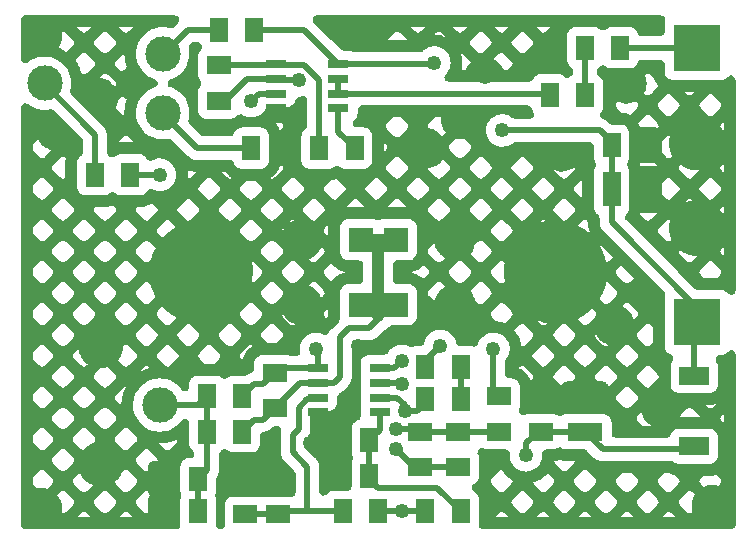
<source format=gbr>
%TF.GenerationSoftware,KiCad,Pcbnew,6.0.4-6f826c9f35~116~ubuntu20.04.1*%
%TF.CreationDate,2022-04-30T14:59:11+02:00*%
%TF.ProjectId,pin-gm-kicad,70696e2d-676d-42d6-9b69-6361642e6b69,rev?*%
%TF.SameCoordinates,Original*%
%TF.FileFunction,Copper,L1,Top*%
%TF.FilePolarity,Positive*%
%FSLAX46Y46*%
G04 Gerber Fmt 4.6, Leading zero omitted, Abs format (unit mm)*
G04 Created by KiCad (PCBNEW 6.0.4-6f826c9f35~116~ubuntu20.04.1) date 2022-04-30 14:59:11*
%MOMM*%
%LPD*%
G01*
G04 APERTURE LIST*
%TA.AperFunction,SMDPad,CuDef*%
%ADD10R,1.500000X2.000000*%
%TD*%
%TA.AperFunction,ComponentPad*%
%ADD11C,3.000000*%
%TD*%
%TA.AperFunction,SMDPad,CuDef*%
%ADD12R,1.500000X3.000000*%
%TD*%
%TA.AperFunction,ComponentPad*%
%ADD13R,2.000000X2.000000*%
%TD*%
%TA.AperFunction,ComponentPad*%
%ADD14O,2.000000X2.000000*%
%TD*%
%TA.AperFunction,SMDPad,CuDef*%
%ADD15R,3.000000X1.500000*%
%TD*%
%TA.AperFunction,ComponentPad*%
%ADD16R,4.000000X4.000000*%
%TD*%
%TA.AperFunction,ComponentPad*%
%ADD17C,4.000000*%
%TD*%
%TA.AperFunction,SMDPad,CuDef*%
%ADD18R,2.000000X1.500000*%
%TD*%
%TA.AperFunction,SMDPad,CuDef*%
%ADD19R,2.500000X1.500000*%
%TD*%
%TA.AperFunction,ComponentPad*%
%ADD20O,8.000000X8.000000*%
%TD*%
%TA.AperFunction,SMDPad,CuDef*%
%ADD21R,1.750000X0.750000*%
%TD*%
%TA.AperFunction,ViaPad*%
%ADD22C,1.250000*%
%TD*%
%TA.AperFunction,Conductor*%
%ADD23C,0.500000*%
%TD*%
%TA.AperFunction,Conductor*%
%ADD24C,1.000000*%
%TD*%
G04 APERTURE END LIST*
D10*
%TO.P,C5,1*%
%TO.N,Net-(C3-Pad2)*%
X69750000Y-92750000D03*
%TO.P,C5,2*%
%TO.N,GND*%
X66750000Y-92750000D03*
%TD*%
D11*
%TO.P,RV1,1,1*%
%TO.N,Net-(R2-Pad2)*%
X66750000Y-54000000D03*
%TO.P,RV1,2,2*%
%TO.N,Net-(R4-Pad1)*%
X56750000Y-56500000D03*
%TO.P,RV1,3,3*%
%TO.N,Net-(R3-Pad1)*%
X66750000Y-59000000D03*
%TD*%
D12*
%TO.P,C12,1*%
%TO.N,VCC*%
X104750000Y-65500000D03*
%TO.P,C12,2*%
%TO.N,GND*%
X107750000Y-65500000D03*
%TD*%
D11*
%TO.P,C4,1*%
%TO.N,Net-(C3-Pad2)*%
X66500000Y-83750000D03*
%TO.P,C4,2*%
%TO.N,GND*%
X61500000Y-88750000D03*
X61500000Y-78750000D03*
%TD*%
D13*
%TO.P,D2,1,K*%
%TO.N,/Diode_Cathode*%
X86500000Y-75250000D03*
D14*
%TO.P,D2,2,A*%
%TO.N,GND*%
X91500000Y-75250000D03*
%TD*%
D15*
%TO.P,C15,1*%
%TO.N,Net-(C14-Pad1)*%
X102500000Y-86000000D03*
%TO.P,C15,2*%
%TO.N,GND*%
X102500000Y-83000000D03*
%TD*%
D16*
%TO.P,LS1,1,1*%
%TO.N,Net-(C6-Pad2)*%
X112000000Y-53500000D03*
D17*
%TO.P,LS1,2,2*%
%TO.N,GND*%
X112000000Y-61500000D03*
%TD*%
D10*
%TO.P,R10,1*%
%TO.N,Net-(C9-Pad2)*%
X92000000Y-83250000D03*
%TO.P,R10,2*%
%TO.N,Net-(C13-Pad1)*%
X89000000Y-83250000D03*
%TD*%
D18*
%TO.P,R13,1*%
%TO.N,Net-(C13-Pad1)*%
X91750000Y-89000000D03*
%TO.P,R13,2*%
%TO.N,Net-(C13-Pad2)*%
X91750000Y-86000000D03*
%TD*%
D13*
%TO.P,D3,1,K*%
%TO.N,/Diode_Cathode*%
X83500000Y-69750000D03*
D14*
%TO.P,D3,2,A*%
%TO.N,GND*%
X78500000Y-69750000D03*
%TD*%
D10*
%TO.P,R3,1*%
%TO.N,Net-(R3-Pad1)*%
X74250000Y-62000000D03*
%TO.P,R3,2*%
%TO.N,GND*%
X77250000Y-62000000D03*
%TD*%
D18*
%TO.P,R8,1*%
%TO.N,/Diode_Cathode*%
X76250000Y-84000000D03*
%TO.P,R8,2*%
%TO.N,Net-(C8-Pad2)*%
X76250000Y-81000000D03*
%TD*%
%TO.P,R1,1*%
%TO.N,Net-(C13-Pad2)*%
X95250000Y-86000000D03*
%TO.P,R1,2*%
%TO.N,Net-(C2-Pad1)*%
X95250000Y-83000000D03*
%TD*%
D10*
%TO.P,R12,1*%
%TO.N,Net-(C10-Pad1)*%
X84250000Y-86750000D03*
%TO.P,R12,2*%
%TO.N,GND*%
X81250000Y-86750000D03*
%TD*%
%TO.P,R2,1*%
%TO.N,VCC*%
X74500000Y-52000000D03*
%TO.P,R2,2*%
%TO.N,Net-(R2-Pad2)*%
X71500000Y-52000000D03*
%TD*%
D19*
%TO.P,L1,1,1*%
%TO.N,Net-(C14-Pad1)*%
X111750000Y-87250000D03*
%TO.P,L1,2,2*%
%TO.N,VCC*%
X111750000Y-81250000D03*
%TD*%
D10*
%TO.P,R9,1*%
%TO.N,Net-(R9-Pad1)*%
X99500000Y-57500000D03*
%TO.P,R9,2*%
%TO.N,Net-(C6-Pad1)*%
X102500000Y-57500000D03*
%TD*%
D18*
%TO.P,C14,1*%
%TO.N,Net-(C14-Pad1)*%
X98750000Y-86000000D03*
%TO.P,C14,2*%
%TO.N,GND*%
X98750000Y-83000000D03*
%TD*%
D20*
%TO.P,H2,1,1*%
%TO.N,GND*%
X100000000Y-72500000D03*
%TD*%
%TO.P,H1,1,1*%
%TO.N,GND*%
X70000000Y-72500000D03*
%TD*%
D16*
%TO.P,BT1,1,+*%
%TO.N,VCC*%
X112000000Y-76750000D03*
D17*
%TO.P,BT1,2,-*%
%TO.N,GND*%
X112000000Y-68750000D03*
%TD*%
D18*
%TO.P,R6,1*%
%TO.N,Net-(C1-Pad1)*%
X73750000Y-93000000D03*
%TO.P,R6,2*%
%TO.N,GND*%
X73750000Y-90000000D03*
%TD*%
D10*
%TO.P,C10,1*%
%TO.N,Net-(C10-Pad1)*%
X84250000Y-89750000D03*
%TO.P,C10,2*%
%TO.N,GND*%
X81250000Y-89750000D03*
%TD*%
D21*
%TO.P,U2,1*%
%TO.N,Net-(C8-Pad2)*%
X79875000Y-80625000D03*
%TO.P,U2,2,-*%
%TO.N,/Diode_Cathode*%
X79875000Y-81875000D03*
%TO.P,U2,3,+*%
%TO.N,Net-(C1-Pad1)*%
X79875000Y-83125000D03*
%TO.P,U2,4,V-*%
%TO.N,GND*%
X79875000Y-84375000D03*
%TO.P,U2,5,+*%
%TO.N,Net-(C10-Pad1)*%
X85125000Y-84375000D03*
%TO.P,U2,6,-*%
%TO.N,Net-(C13-Pad1)*%
X85125000Y-83125000D03*
%TO.P,U2,7*%
%TO.N,Net-(C13-Pad2)*%
X85125000Y-81875000D03*
%TO.P,U2,8,V+*%
%TO.N,Net-(C14-Pad1)*%
X85125000Y-80625000D03*
%TD*%
D10*
%TO.P,R4,1*%
%TO.N,Net-(R4-Pad1)*%
X61000000Y-64250000D03*
%TO.P,R4,2*%
%TO.N,Net-(R4-Pad2)*%
X64000000Y-64250000D03*
%TD*%
%TO.P,C3,1*%
%TO.N,/Diode_Cathode*%
X73500000Y-86000000D03*
%TO.P,C3,2*%
%TO.N,Net-(C3-Pad2)*%
X70500000Y-86000000D03*
%TD*%
D13*
%TO.P,D4,1,K*%
%TO.N,/Diode_Cathode*%
X86500000Y-69750000D03*
D14*
%TO.P,D4,2,A*%
%TO.N,GND*%
X91500000Y-69750000D03*
%TD*%
D13*
%TO.P,D1,1,K*%
%TO.N,/Diode_Cathode*%
X83500000Y-75250000D03*
D14*
%TO.P,D1,2,A*%
%TO.N,GND*%
X78500000Y-75250000D03*
%TD*%
D10*
%TO.P,R11,1*%
%TO.N,Net-(C14-Pad1)*%
X89000000Y-92750000D03*
%TO.P,R11,2*%
%TO.N,Net-(C10-Pad1)*%
X92000000Y-92750000D03*
%TD*%
%TO.P,C6,1*%
%TO.N,Net-(C6-Pad1)*%
X102500000Y-53500000D03*
%TO.P,C6,2*%
%TO.N,Net-(C6-Pad2)*%
X105500000Y-53500000D03*
%TD*%
%TO.P,R5,1*%
%TO.N,Net-(C14-Pad1)*%
X85000000Y-92750000D03*
%TO.P,R5,2*%
%TO.N,Net-(C1-Pad1)*%
X82000000Y-92750000D03*
%TD*%
D18*
%TO.P,C1,1*%
%TO.N,Net-(C1-Pad1)*%
X76500000Y-93000000D03*
%TO.P,C1,2*%
%TO.N,GND*%
X76500000Y-90000000D03*
%TD*%
%TO.P,C13,1*%
%TO.N,Net-(C13-Pad1)*%
X88500000Y-89000000D03*
%TO.P,C13,2*%
%TO.N,Net-(C13-Pad2)*%
X88500000Y-86000000D03*
%TD*%
%TO.P,C2,1*%
%TO.N,Net-(C2-Pad1)*%
X71500000Y-58000000D03*
%TO.P,C2,2*%
%TO.N,Net-(C2-Pad2)*%
X71500000Y-55000000D03*
%TD*%
D10*
%TO.P,C8,1*%
%TO.N,Net-(C3-Pad2)*%
X70500000Y-83000000D03*
%TO.P,C8,2*%
%TO.N,Net-(C8-Pad2)*%
X73500000Y-83000000D03*
%TD*%
%TO.P,R7,1*%
%TO.N,Net-(C2-Pad2)*%
X80000000Y-62000000D03*
%TO.P,R7,2*%
%TO.N,Net-(R7-Pad2)*%
X83000000Y-62000000D03*
%TD*%
%TO.P,C9,1*%
%TO.N,Net-(C8-Pad2)*%
X89000000Y-80500000D03*
%TO.P,C9,2*%
%TO.N,Net-(C9-Pad2)*%
X92000000Y-80500000D03*
%TD*%
D21*
%TO.P,U1,1*%
%TO.N,Net-(C2-Pad2)*%
X76375000Y-54875000D03*
%TO.P,U1,2,-*%
%TO.N,Net-(C2-Pad1)*%
X76375000Y-56125000D03*
%TO.P,U1,3,+*%
%TO.N,Net-(R4-Pad2)*%
X76375000Y-57375000D03*
%TO.P,U1,4,V-*%
%TO.N,GND*%
X76375000Y-58625000D03*
%TO.P,U1,5,+*%
%TO.N,Net-(R7-Pad2)*%
X81625000Y-58625000D03*
%TO.P,U1,6,-*%
%TO.N,Net-(R9-Pad1)*%
X81625000Y-57375000D03*
%TO.P,U1,7*%
X81625000Y-56125000D03*
%TO.P,U1,8,V+*%
%TO.N,VCC*%
X81625000Y-54875000D03*
%TD*%
D10*
%TO.P,C7,1*%
%TO.N,Net-(C3-Pad2)*%
X69750000Y-90000000D03*
%TO.P,C7,2*%
%TO.N,GND*%
X66750000Y-90000000D03*
%TD*%
%TO.P,C11,1*%
%TO.N,VCC*%
X104750000Y-61750000D03*
%TO.P,C11,2*%
%TO.N,GND*%
X107750000Y-61750000D03*
%TD*%
D22*
%TO.N,VCC*%
X95500000Y-60500000D03*
X89750000Y-54750000D03*
%TO.N,GND*%
X104994080Y-76994311D03*
X92000000Y-59500000D03*
X75000000Y-88250000D03*
X109000000Y-84000000D03*
X61250000Y-57750000D03*
X108250000Y-51750000D03*
X79250000Y-87000000D03*
X94000000Y-56000000D03*
X83250000Y-78750000D03*
X99250000Y-54750000D03*
X57750000Y-60500000D03*
X83971096Y-58982704D03*
X56500000Y-52500000D03*
X82500000Y-83250000D03*
X83971096Y-52999769D03*
X113250000Y-92250000D03*
X108000000Y-74000000D03*
X64750000Y-56500000D03*
X106000000Y-56500000D03*
X69000000Y-56500000D03*
X100500000Y-62250000D03*
X56500000Y-92500000D03*
X89000000Y-62000000D03*
%TO.N,Net-(C2-Pad1)*%
X94750000Y-79000000D03*
X78250000Y-56250000D03*
%TO.N,Net-(C8-Pad2)*%
X90250000Y-78750000D03*
X79750000Y-79000000D03*
%TO.N,Net-(C13-Pad1)*%
X86500000Y-87500000D03*
X87250000Y-84250000D03*
%TO.N,Net-(C13-Pad2)*%
X86500000Y-85750000D03*
X87000000Y-82000000D03*
%TO.N,Net-(C14-Pad1)*%
X97500000Y-88000000D03*
X87000000Y-92750000D03*
X87000000Y-80000000D03*
%TO.N,Net-(R4-Pad2)*%
X74250000Y-58000000D03*
X66500000Y-64250000D03*
%TD*%
D23*
%TO.N,VCC*%
X89625000Y-54875000D02*
X81625000Y-54875000D01*
X104750000Y-68250000D02*
X104750000Y-61500000D01*
X89750000Y-54750000D02*
X89625000Y-54875000D01*
X111750000Y-81250000D02*
X111750000Y-77000000D01*
X112000000Y-75500000D02*
X104750000Y-68250000D01*
X112000000Y-76750000D02*
X112000000Y-75500000D01*
X81625000Y-54875000D02*
X78750000Y-52000000D01*
X103750000Y-60500000D02*
X95500000Y-60500000D01*
X104750000Y-61500000D02*
X103750000Y-60500000D01*
X78750000Y-52000000D02*
X74500000Y-52000000D01*
%TO.N,Net-(C1-Pad1)*%
X77750000Y-86250000D02*
X77750000Y-87750000D01*
X77750000Y-87750000D02*
X79000000Y-89000000D01*
X79750000Y-83250000D02*
X79000000Y-83250000D01*
X79000000Y-83250000D02*
X78250000Y-84000000D01*
X79000000Y-89000000D02*
X79000000Y-92750000D01*
X78250000Y-85750000D02*
X77750000Y-86250000D01*
X78750000Y-92750000D02*
X76750000Y-92750000D01*
X82000000Y-92750000D02*
X79000000Y-92750000D01*
X73750000Y-93000000D02*
X76500000Y-93000000D01*
X78250000Y-84000000D02*
X78250000Y-85750000D01*
X79875000Y-83125000D02*
X79750000Y-83250000D01*
X79000000Y-92750000D02*
X78750000Y-92750000D01*
X76750000Y-92750000D02*
X76500000Y-93000000D01*
%TO.N,Net-(C2-Pad1)*%
X78250000Y-56250000D02*
X76500000Y-56250000D01*
X73875000Y-56125000D02*
X76375000Y-56125000D01*
X94750000Y-79000000D02*
X94750000Y-82500000D01*
X72000000Y-58000000D02*
X73875000Y-56125000D01*
X76500000Y-56250000D02*
X76375000Y-56125000D01*
X71500000Y-58000000D02*
X72000000Y-58000000D01*
X94750000Y-82500000D02*
X95250000Y-83000000D01*
%TO.N,Net-(C2-Pad2)*%
X76500000Y-55000000D02*
X78750000Y-55000000D01*
X76375000Y-54875000D02*
X76500000Y-55000000D01*
X71500000Y-55000000D02*
X76250000Y-55000000D01*
X76250000Y-55000000D02*
X76375000Y-54875000D01*
X80000000Y-56250000D02*
X80000000Y-62000000D01*
X78750000Y-55000000D02*
X80000000Y-56250000D01*
%TO.N,Net-(C3-Pad2)*%
X70500000Y-86000000D02*
X70500000Y-89250000D01*
X66500000Y-83750000D02*
X69750000Y-83750000D01*
X70500000Y-89250000D02*
X69750000Y-90000000D01*
X70500000Y-83000000D02*
X70500000Y-86000000D01*
X69750000Y-83750000D02*
X70500000Y-83000000D01*
X69750000Y-90000000D02*
X69750000Y-92750000D01*
%TO.N,Net-(C6-Pad2)*%
X105500000Y-53500000D02*
X112000000Y-53500000D01*
%TO.N,Net-(C6-Pad1)*%
X102500000Y-53500000D02*
X102500000Y-57500000D01*
%TO.N,Net-(C8-Pad2)*%
X79875000Y-79125000D02*
X79875000Y-80625000D01*
X74500000Y-82000000D02*
X75250000Y-82000000D01*
X76625000Y-80625000D02*
X76500000Y-80750000D01*
X89000000Y-80000000D02*
X89000000Y-80500000D01*
X90250000Y-78750000D02*
X89000000Y-80000000D01*
X79875000Y-80625000D02*
X76625000Y-80625000D01*
X75250000Y-82000000D02*
X76250000Y-81000000D01*
X79750000Y-79000000D02*
X79875000Y-79125000D01*
X73500000Y-83000000D02*
X74500000Y-82000000D01*
%TO.N,Net-(C9-Pad2)*%
X92000000Y-80500000D02*
X92000000Y-83250000D01*
%TO.N,Net-(C10-Pad1)*%
X92000000Y-92750000D02*
X90000000Y-90750000D01*
X84250000Y-90000000D02*
X84250000Y-89750000D01*
X84250000Y-86750000D02*
X84250000Y-89750000D01*
X85125000Y-85875000D02*
X84250000Y-86750000D01*
X85000000Y-90750000D02*
X84250000Y-90000000D01*
X85125000Y-84375000D02*
X85125000Y-85875000D01*
X90000000Y-90750000D02*
X85000000Y-90750000D01*
%TO.N,Net-(C13-Pad1)*%
X87250000Y-84250000D02*
X87250000Y-83750000D01*
X87250000Y-84250000D02*
X88250000Y-84250000D01*
X89000000Y-83500000D02*
X89000000Y-83250000D01*
X91750000Y-89000000D02*
X88500000Y-89000000D01*
X86625000Y-83125000D02*
X85125000Y-83125000D01*
X87250000Y-83750000D02*
X86625000Y-83125000D01*
X88250000Y-84250000D02*
X89000000Y-83500000D01*
X86500000Y-87500000D02*
X88000000Y-89000000D01*
X88000000Y-89000000D02*
X88500000Y-89000000D01*
%TO.N,Net-(C13-Pad2)*%
X86875000Y-81875000D02*
X87000000Y-82000000D01*
X91750000Y-86000000D02*
X95250000Y-86000000D01*
X85125000Y-81875000D02*
X86875000Y-81875000D01*
X88250000Y-85750000D02*
X88500000Y-86000000D01*
X86500000Y-85750000D02*
X88250000Y-85750000D01*
X88500000Y-86000000D02*
X91750000Y-86000000D01*
%TO.N,Net-(C14-Pad1)*%
X97500000Y-87000000D02*
X97500000Y-88000000D01*
X86375000Y-80625000D02*
X85125000Y-80625000D01*
X111500000Y-87500000D02*
X111750000Y-87250000D01*
X98500000Y-86000000D02*
X97500000Y-87000000D01*
X98750000Y-86000000D02*
X98500000Y-86000000D01*
X98750000Y-86000000D02*
X102500000Y-86000000D01*
X102500000Y-86000000D02*
X104000000Y-87500000D01*
X87000000Y-80000000D02*
X86375000Y-80625000D01*
X85000000Y-92750000D02*
X87000000Y-92750000D01*
X87000000Y-92750000D02*
X89000000Y-92750000D01*
X104000000Y-87500000D02*
X111500000Y-87500000D01*
%TO.N,Net-(R2-Pad2)*%
X66750000Y-54100000D02*
X68850000Y-52000000D01*
X68850000Y-52000000D02*
X71500000Y-52000000D01*
%TO.N,Net-(R3-Pad1)*%
X69650000Y-62000000D02*
X74250000Y-62000000D01*
X66750000Y-59100000D02*
X69650000Y-62000000D01*
%TO.N,Net-(R4-Pad1)*%
X61000000Y-64250000D02*
X61000000Y-60850000D01*
X61000000Y-60850000D02*
X56750000Y-56600000D01*
%TO.N,Net-(R4-Pad2)*%
X76375000Y-57375000D02*
X74875000Y-57375000D01*
X64000000Y-64250000D02*
X66500000Y-64250000D01*
X74875000Y-57375000D02*
X74250000Y-58000000D01*
%TO.N,Net-(R7-Pad2)*%
X81625000Y-58625000D02*
X81625000Y-60625000D01*
X81625000Y-60625000D02*
X83000000Y-62000000D01*
%TO.N,Net-(R9-Pad1)*%
X99500000Y-57500000D02*
X99375000Y-57375000D01*
X99375000Y-57375000D02*
X81625000Y-57375000D01*
X81625000Y-56125000D02*
X81625000Y-57375000D01*
D24*
%TO.N,/Diode_Cathode*%
X85000000Y-75250000D02*
X85000000Y-76250000D01*
X85000000Y-69750000D02*
X86500000Y-69750000D01*
D23*
X79875000Y-81875000D02*
X81250000Y-81875000D01*
X74500000Y-85000000D02*
X75250000Y-85000000D01*
X81750000Y-78000000D02*
X82500000Y-77250000D01*
X73500000Y-86000000D02*
X74500000Y-85000000D01*
X81750000Y-81375000D02*
X81750000Y-78000000D01*
D24*
X85000000Y-69750000D02*
X83500000Y-69750000D01*
D23*
X84250000Y-77250000D02*
X85000000Y-76500000D01*
D24*
X85000000Y-75250000D02*
X85000000Y-69750000D01*
X85000000Y-75250000D02*
X86500000Y-75250000D01*
D23*
X78375000Y-81875000D02*
X79875000Y-81875000D01*
X82500000Y-77250000D02*
X84250000Y-77250000D01*
X76500000Y-83750000D02*
X78375000Y-81875000D01*
X81250000Y-81875000D02*
X81750000Y-81375000D01*
D24*
X85000000Y-75250000D02*
X83500000Y-75250000D01*
D23*
X75250000Y-85000000D02*
X76250000Y-84000000D01*
X85000000Y-76500000D02*
X85000000Y-76250000D01*
%TD*%
%TA.AperFunction,Conductor*%
%TO.N,GND*%
G36*
X67903102Y-50770764D02*
G01*
X68011380Y-50829361D01*
X68094764Y-50919941D01*
X68144220Y-51032688D01*
X68154387Y-51155385D01*
X68124163Y-51274734D01*
X68056825Y-51377803D01*
X68046122Y-51388958D01*
X67706455Y-51728625D01*
X67606257Y-51800165D01*
X67488258Y-51835295D01*
X67365246Y-51830207D01*
X67345284Y-51825444D01*
X67333722Y-51821519D01*
X67304689Y-51815744D01*
X67056391Y-51766355D01*
X67056389Y-51766355D01*
X67044380Y-51763966D01*
X66750000Y-51744671D01*
X66455620Y-51763966D01*
X66443611Y-51766355D01*
X66443609Y-51766355D01*
X66442790Y-51766518D01*
X66166278Y-51821519D01*
X65886923Y-51916348D01*
X65875938Y-51921765D01*
X65875936Y-51921766D01*
X65847083Y-51935995D01*
X65622336Y-52046828D01*
X65377043Y-52210727D01*
X65155242Y-52405242D01*
X64960727Y-52627043D01*
X64796828Y-52872336D01*
X64791413Y-52883317D01*
X64673929Y-53121551D01*
X64666348Y-53136923D01*
X64571519Y-53416278D01*
X64557660Y-53485953D01*
X64518105Y-53684814D01*
X64513966Y-53705620D01*
X64494671Y-54000000D01*
X64513966Y-54294380D01*
X64516355Y-54306389D01*
X64516355Y-54306391D01*
X64518889Y-54319130D01*
X64571519Y-54583722D01*
X64666348Y-54863077D01*
X64671765Y-54874062D01*
X64671766Y-54874064D01*
X64709644Y-54950873D01*
X64796828Y-55127664D01*
X64960727Y-55372957D01*
X65155242Y-55594758D01*
X65377043Y-55789273D01*
X65407271Y-55809471D01*
X65612162Y-55946375D01*
X65612166Y-55946377D01*
X65622335Y-55953172D01*
X65633303Y-55958581D01*
X65633305Y-55958582D01*
X65874714Y-56077631D01*
X65886923Y-56083652D01*
X65945679Y-56103597D01*
X66070145Y-56145848D01*
X66178624Y-56204072D01*
X66262320Y-56294365D01*
X66312164Y-56406941D01*
X66322753Y-56529602D01*
X66292940Y-56649054D01*
X66225957Y-56752355D01*
X66129061Y-56828309D01*
X66070145Y-56854152D01*
X65886923Y-56916348D01*
X65622336Y-57046828D01*
X65377043Y-57210727D01*
X65155242Y-57405242D01*
X64960727Y-57627043D01*
X64796828Y-57872336D01*
X64772034Y-57922613D01*
X64673327Y-58122772D01*
X64666348Y-58136923D01*
X64662412Y-58148518D01*
X64592797Y-58353597D01*
X64571519Y-58416278D01*
X64546848Y-58540308D01*
X64517926Y-58685714D01*
X64513966Y-58705620D01*
X64494671Y-59000000D01*
X64513966Y-59294380D01*
X64516355Y-59306389D01*
X64516355Y-59306391D01*
X64529108Y-59370505D01*
X64571519Y-59583722D01*
X64666348Y-59863077D01*
X64671765Y-59874062D01*
X64671766Y-59874064D01*
X64678020Y-59886745D01*
X64796828Y-60127664D01*
X64960727Y-60372957D01*
X65155242Y-60594758D01*
X65377043Y-60789273D01*
X65387224Y-60796075D01*
X65387223Y-60796075D01*
X65612162Y-60946375D01*
X65612166Y-60946377D01*
X65622335Y-60953172D01*
X65633303Y-60958581D01*
X65633305Y-60958582D01*
X65830242Y-61055700D01*
X65886923Y-61083652D01*
X66166278Y-61178481D01*
X66253473Y-61195825D01*
X66443609Y-61233645D01*
X66443611Y-61233645D01*
X66455620Y-61236034D01*
X66750000Y-61255329D01*
X67044380Y-61236034D01*
X67073702Y-61230202D01*
X67204250Y-61204235D01*
X67327308Y-61200419D01*
X67444937Y-61236767D01*
X67541670Y-61306591D01*
X68928666Y-62693587D01*
X68935947Y-62701074D01*
X68992881Y-62761280D01*
X69020711Y-62780767D01*
X69034850Y-62790667D01*
X69056710Y-62807200D01*
X69096403Y-62839573D01*
X69113198Y-62848353D01*
X69122315Y-62854365D01*
X69134327Y-62861669D01*
X69143861Y-62866997D01*
X69159379Y-62877863D01*
X69176765Y-62885387D01*
X69176771Y-62885390D01*
X69206402Y-62898213D01*
X69231139Y-62910011D01*
X69276530Y-62933741D01*
X69294746Y-62938964D01*
X69304917Y-62943032D01*
X69318101Y-62947753D01*
X69328535Y-62951063D01*
X69345919Y-62958586D01*
X69364461Y-62962460D01*
X69364462Y-62962460D01*
X69377695Y-62965225D01*
X69396075Y-62969064D01*
X69422669Y-62975646D01*
X69453697Y-62984543D01*
X69453700Y-62984543D01*
X69471913Y-62989766D01*
X69490806Y-62991220D01*
X69501562Y-62993155D01*
X69522279Y-62996104D01*
X69530813Y-62997212D01*
X69544880Y-63000151D01*
X69551539Y-63000500D01*
X69597037Y-63000500D01*
X69625730Y-63001602D01*
X69655685Y-63003907D01*
X69655687Y-63003907D01*
X69674570Y-63005360D01*
X69693365Y-63002986D01*
X69699402Y-63002838D01*
X69736571Y-63000500D01*
X72439485Y-63000500D01*
X72560923Y-63020764D01*
X72669201Y-63079361D01*
X72752585Y-63169941D01*
X72794262Y-63256140D01*
X72808865Y-63299913D01*
X72808868Y-63299920D01*
X72815744Y-63320529D01*
X72907834Y-63469345D01*
X73031689Y-63592984D01*
X73050186Y-63604386D01*
X73050189Y-63604388D01*
X73162171Y-63673414D01*
X73162174Y-63673415D01*
X73180666Y-63684814D01*
X73346772Y-63739910D01*
X73450134Y-63750500D01*
X75049866Y-63750500D01*
X75114284Y-63743816D01*
X75134166Y-63741753D01*
X75134167Y-63741753D01*
X75154519Y-63739641D01*
X75320529Y-63684256D01*
X75418564Y-63623590D01*
X75450873Y-63603597D01*
X75450874Y-63603596D01*
X75469345Y-63592166D01*
X75592984Y-63468311D01*
X75604386Y-63449814D01*
X75604388Y-63449811D01*
X75673414Y-63337829D01*
X75673415Y-63337826D01*
X75684814Y-63319334D01*
X75739910Y-63153228D01*
X75750500Y-63049866D01*
X75750500Y-60950134D01*
X75739641Y-60845481D01*
X75684256Y-60679471D01*
X75592166Y-60530655D01*
X75468311Y-60407016D01*
X75449814Y-60395614D01*
X75449811Y-60395612D01*
X75337829Y-60326586D01*
X75337826Y-60326585D01*
X75319334Y-60315186D01*
X75153228Y-60260090D01*
X75049866Y-60249500D01*
X73450134Y-60249500D01*
X73385716Y-60256184D01*
X73365834Y-60258247D01*
X73365833Y-60258247D01*
X73345481Y-60260359D01*
X73179471Y-60315744D01*
X73102091Y-60363628D01*
X73049131Y-60396401D01*
X73030655Y-60407834D01*
X72907016Y-60531689D01*
X72895614Y-60550186D01*
X72895612Y-60550189D01*
X72826586Y-60662171D01*
X72815186Y-60680666D01*
X72808348Y-60701282D01*
X72808346Y-60701286D01*
X72794429Y-60743245D01*
X72736963Y-60852128D01*
X72647257Y-60936452D01*
X72535032Y-60987079D01*
X72439447Y-60999500D01*
X70219337Y-60999500D01*
X70097899Y-60979236D01*
X69989621Y-60920639D01*
X69954879Y-60889958D01*
X69021375Y-59956454D01*
X68962504Y-59874000D01*
X76341742Y-59874000D01*
X76345417Y-59878370D01*
X76399222Y-59946255D01*
X76412203Y-59963646D01*
X76428868Y-59987380D01*
X76440818Y-60005494D01*
X76532908Y-60154310D01*
X76543786Y-60173085D01*
X76557590Y-60198588D01*
X76567363Y-60217966D01*
X76604108Y-60296408D01*
X76612739Y-60316319D01*
X76623497Y-60343250D01*
X76630960Y-60363628D01*
X76676791Y-60501001D01*
X76685334Y-60501001D01*
X76821819Y-60364516D01*
X76906344Y-60238016D01*
X76928699Y-60125631D01*
X76906344Y-60013246D01*
X76821819Y-59886746D01*
X76809073Y-59874000D01*
X76341742Y-59874000D01*
X68962504Y-59874000D01*
X68949835Y-59856256D01*
X68914705Y-59738257D01*
X68919793Y-59615245D01*
X68924556Y-59595283D01*
X68928481Y-59583722D01*
X68936897Y-59541414D01*
X68983645Y-59306391D01*
X68983645Y-59306389D01*
X68986034Y-59294380D01*
X69005329Y-59000000D01*
X68986034Y-58705620D01*
X68982075Y-58685714D01*
X68953152Y-58540308D01*
X68928481Y-58416278D01*
X68907204Y-58353597D01*
X68837588Y-58148518D01*
X68833652Y-58136923D01*
X68826674Y-58122772D01*
X68727966Y-57922613D01*
X68703172Y-57872336D01*
X68539273Y-57627043D01*
X68344758Y-57405242D01*
X68122957Y-57210727D01*
X67982812Y-57117085D01*
X67887838Y-57053625D01*
X67887834Y-57053623D01*
X67877665Y-57046828D01*
X67866695Y-57041418D01*
X67624056Y-56921762D01*
X67624053Y-56921761D01*
X67613077Y-56916348D01*
X67429855Y-56854152D01*
X67321376Y-56795928D01*
X67237680Y-56705635D01*
X67187836Y-56593059D01*
X67177247Y-56470398D01*
X67207060Y-56350946D01*
X67274043Y-56247645D01*
X67370939Y-56171691D01*
X67429855Y-56145848D01*
X67554321Y-56103597D01*
X67613077Y-56083652D01*
X67625287Y-56077631D01*
X67866695Y-55958582D01*
X67866697Y-55958581D01*
X67877665Y-55953172D01*
X67887834Y-55946377D01*
X67887838Y-55946375D01*
X68092729Y-55809471D01*
X68122957Y-55789273D01*
X68344758Y-55594758D01*
X68539273Y-55372957D01*
X68703172Y-55127664D01*
X68790356Y-54950873D01*
X68828234Y-54874064D01*
X68828235Y-54874062D01*
X68833652Y-54863077D01*
X68928481Y-54583722D01*
X68981111Y-54319130D01*
X68983645Y-54306391D01*
X68983645Y-54306389D01*
X68986034Y-54294380D01*
X69005329Y-54000000D01*
X68986034Y-53705620D01*
X68975318Y-53651748D01*
X68954235Y-53545750D01*
X68950419Y-53422692D01*
X68986767Y-53305063D01*
X69056591Y-53208330D01*
X69154879Y-53110042D01*
X69255077Y-53038502D01*
X69373076Y-53003372D01*
X69419337Y-53000500D01*
X69689485Y-53000500D01*
X69810923Y-53020764D01*
X69919201Y-53079361D01*
X70002585Y-53169941D01*
X70044262Y-53256140D01*
X70065744Y-53320531D01*
X70062484Y-53321619D01*
X70085942Y-53405494D01*
X70078806Y-53528404D01*
X70032149Y-53642337D01*
X69978784Y-53709795D01*
X69907016Y-53781689D01*
X69895614Y-53800186D01*
X69895612Y-53800189D01*
X69829238Y-53907869D01*
X69815186Y-53930666D01*
X69760090Y-54096772D01*
X69749500Y-54200134D01*
X69749500Y-55799866D01*
X69760359Y-55904519D01*
X69815744Y-56070529D01*
X69907834Y-56219345D01*
X69923209Y-56234693D01*
X69923212Y-56234697D01*
X69923907Y-56235391D01*
X69925251Y-56237269D01*
X69936708Y-56251725D01*
X69935995Y-56252290D01*
X69995535Y-56335527D01*
X70030767Y-56453494D01*
X70025787Y-56576510D01*
X69981133Y-56691244D01*
X69924366Y-56764308D01*
X69922371Y-56766306D01*
X69922367Y-56766312D01*
X69907016Y-56781689D01*
X69895614Y-56800186D01*
X69895612Y-56800189D01*
X69826586Y-56912171D01*
X69815186Y-56930666D01*
X69760090Y-57096772D01*
X69749500Y-57200134D01*
X69749500Y-58799866D01*
X69760359Y-58904519D01*
X69815744Y-59070529D01*
X69872895Y-59162884D01*
X69893117Y-59195562D01*
X69907834Y-59219345D01*
X69954148Y-59265578D01*
X70013660Y-59324986D01*
X70031689Y-59342984D01*
X70050186Y-59354386D01*
X70050189Y-59354388D01*
X70162171Y-59423414D01*
X70162174Y-59423415D01*
X70180666Y-59434814D01*
X70346772Y-59489910D01*
X70450134Y-59500500D01*
X72549866Y-59500500D01*
X72614284Y-59493816D01*
X72634166Y-59491753D01*
X72634167Y-59491753D01*
X72654519Y-59489641D01*
X72820529Y-59434256D01*
X72940684Y-59359902D01*
X72950873Y-59353597D01*
X72950874Y-59353596D01*
X72969345Y-59342166D01*
X72984693Y-59326791D01*
X72984697Y-59326788D01*
X73078853Y-59232468D01*
X73178989Y-59160840D01*
X73296957Y-59125608D01*
X73419973Y-59130588D01*
X73532234Y-59173785D01*
X73640375Y-59236978D01*
X73640385Y-59236983D01*
X73653629Y-59244722D01*
X73667959Y-59250194D01*
X73667963Y-59250196D01*
X73795020Y-59298714D01*
X73864933Y-59325411D01*
X74086577Y-59370505D01*
X74199594Y-59374649D01*
X74297277Y-59378231D01*
X74297280Y-59378231D01*
X74312611Y-59378793D01*
X74327823Y-59376844D01*
X74327829Y-59376844D01*
X74521741Y-59352003D01*
X74536963Y-59350053D01*
X74637338Y-59319939D01*
X74738904Y-59289468D01*
X74738910Y-59289466D01*
X74753608Y-59285056D01*
X74824146Y-59250500D01*
X74942941Y-59192303D01*
X74942944Y-59192301D01*
X74956729Y-59185548D01*
X75140870Y-59054202D01*
X75152489Y-59042624D01*
X75248490Y-58946957D01*
X75301086Y-58894544D01*
X75414987Y-58736034D01*
X75424112Y-58723335D01*
X75433074Y-58710863D01*
X75439878Y-58697096D01*
X75447779Y-58683947D01*
X75450719Y-58685714D01*
X75506118Y-58608856D01*
X75606637Y-58537767D01*
X75724792Y-58503168D01*
X75769384Y-58500500D01*
X77299866Y-58500500D01*
X77364284Y-58493816D01*
X77384166Y-58491753D01*
X77384167Y-58491753D01*
X77404519Y-58489641D01*
X77570529Y-58434256D01*
X77671859Y-58371551D01*
X77700873Y-58353597D01*
X77700874Y-58353596D01*
X77719345Y-58342166D01*
X77809208Y-58252146D01*
X77827631Y-58233691D01*
X77827632Y-58233690D01*
X77842984Y-58218311D01*
X77854386Y-58199814D01*
X77854388Y-58199811D01*
X77923414Y-58087829D01*
X77923415Y-58087826D01*
X77934814Y-58069334D01*
X77989910Y-57903228D01*
X77990881Y-57903550D01*
X78028911Y-57807366D01*
X78108903Y-57713776D01*
X78214948Y-57651230D01*
X78312858Y-57630725D01*
X78312611Y-57628793D01*
X78536963Y-57600053D01*
X78549077Y-57596419D01*
X78670730Y-57591048D01*
X78788825Y-57625850D01*
X78889222Y-57697111D01*
X78961040Y-57797110D01*
X78996498Y-57915011D01*
X78999500Y-57962303D01*
X78999500Y-60064029D01*
X78979236Y-60185467D01*
X78920639Y-60293745D01*
X78822303Y-60382061D01*
X78799130Y-60396401D01*
X78799128Y-60396403D01*
X78780655Y-60407834D01*
X78657016Y-60531689D01*
X78645614Y-60550186D01*
X78645612Y-60550189D01*
X78576586Y-60662171D01*
X78565186Y-60680666D01*
X78510090Y-60846772D01*
X78499500Y-60950134D01*
X78499500Y-63049866D01*
X78510359Y-63154519D01*
X78565744Y-63320529D01*
X78657834Y-63469345D01*
X78781689Y-63592984D01*
X78800186Y-63604386D01*
X78800189Y-63604388D01*
X78912171Y-63673414D01*
X78912174Y-63673415D01*
X78930666Y-63684814D01*
X79096772Y-63739910D01*
X79200134Y-63750500D01*
X80799866Y-63750500D01*
X80864284Y-63743816D01*
X80884166Y-63741753D01*
X80884167Y-63741753D01*
X80904519Y-63739641D01*
X81070529Y-63684256D01*
X81168564Y-63623590D01*
X81200873Y-63603597D01*
X81200874Y-63603596D01*
X81219345Y-63592166D01*
X81234693Y-63576791D01*
X81234697Y-63576788D01*
X81235391Y-63576093D01*
X81237269Y-63574749D01*
X81251725Y-63563292D01*
X81252290Y-63564005D01*
X81335527Y-63504465D01*
X81453494Y-63469233D01*
X81576510Y-63474213D01*
X81691244Y-63518867D01*
X81764308Y-63575634D01*
X81766306Y-63577629D01*
X81766309Y-63577631D01*
X81781689Y-63592984D01*
X81800186Y-63604386D01*
X81800189Y-63604388D01*
X81912171Y-63673414D01*
X81912174Y-63673415D01*
X81930666Y-63684814D01*
X82096772Y-63739910D01*
X82200134Y-63750500D01*
X83799866Y-63750500D01*
X83864284Y-63743816D01*
X83884166Y-63741753D01*
X83884167Y-63741753D01*
X83904519Y-63739641D01*
X84070529Y-63684256D01*
X84107844Y-63661165D01*
X85675163Y-63661165D01*
X85697518Y-63773550D01*
X85782043Y-63900051D01*
X86366348Y-64484356D01*
X86492845Y-64568879D01*
X86605232Y-64591234D01*
X86717618Y-64568879D01*
X86844115Y-64484356D01*
X87428420Y-63900051D01*
X87512945Y-63773550D01*
X87525331Y-63711280D01*
X89220665Y-63711280D01*
X89233052Y-63773550D01*
X89317577Y-63900051D01*
X89901882Y-64484356D01*
X90028379Y-64568879D01*
X90140765Y-64591234D01*
X90253152Y-64568879D01*
X90379649Y-64484356D01*
X90963954Y-63900051D01*
X91048479Y-63773550D01*
X91070834Y-63661165D01*
X92746231Y-63661165D01*
X92768586Y-63773550D01*
X92853111Y-63900051D01*
X93437416Y-64484356D01*
X93563913Y-64568879D01*
X93676299Y-64591234D01*
X93788684Y-64568879D01*
X93915184Y-64484354D01*
X94499488Y-63900051D01*
X94584013Y-63773550D01*
X94606368Y-63661165D01*
X96281764Y-63661165D01*
X96304119Y-63773550D01*
X96388644Y-63900050D01*
X96972948Y-64484354D01*
X97099448Y-64568879D01*
X97211833Y-64591234D01*
X97324218Y-64568879D01*
X97450718Y-64484354D01*
X98035022Y-63900050D01*
X98053577Y-63872280D01*
X99905622Y-63872280D01*
X99924178Y-63900050D01*
X100508482Y-64484354D01*
X100634982Y-64568879D01*
X100747367Y-64591234D01*
X100859752Y-64568879D01*
X100986252Y-64484354D01*
X101570556Y-63900050D01*
X101655081Y-63773550D01*
X101677436Y-63661165D01*
X101655081Y-63548780D01*
X101648770Y-63539334D01*
X101635536Y-63552568D01*
X101585596Y-63594472D01*
X101392097Y-63729962D01*
X101335638Y-63762559D01*
X101121550Y-63862390D01*
X101060289Y-63884687D01*
X100832119Y-63945825D01*
X100767917Y-63957146D01*
X100532596Y-63977734D01*
X100467404Y-63977734D01*
X100232083Y-63957146D01*
X100167881Y-63945825D01*
X99939711Y-63884687D01*
X99905622Y-63872280D01*
X98053577Y-63872280D01*
X98119547Y-63773550D01*
X98141902Y-63661165D01*
X98119547Y-63548780D01*
X98035022Y-63422280D01*
X97450718Y-62837976D01*
X97324218Y-62753451D01*
X97211833Y-62731096D01*
X97099448Y-62753451D01*
X96972948Y-62837976D01*
X96388644Y-63422280D01*
X96304119Y-63548780D01*
X96281764Y-63661165D01*
X94606368Y-63661165D01*
X94584013Y-63548780D01*
X94499488Y-63422279D01*
X93915184Y-62837976D01*
X93788684Y-62753451D01*
X93676299Y-62731096D01*
X93563913Y-62753451D01*
X93437416Y-62837974D01*
X92853111Y-63422279D01*
X92768586Y-63548780D01*
X92746231Y-63661165D01*
X91070834Y-63661165D01*
X91048479Y-63548780D01*
X90963954Y-63422279D01*
X90460939Y-62919264D01*
X90344473Y-63085595D01*
X90302568Y-63135536D01*
X90135536Y-63302568D01*
X90085596Y-63344472D01*
X89892097Y-63479962D01*
X89835638Y-63512559D01*
X89621550Y-63612390D01*
X89560289Y-63634687D01*
X89332119Y-63695825D01*
X89267917Y-63707146D01*
X89220665Y-63711280D01*
X87525331Y-63711280D01*
X87535300Y-63661165D01*
X87512945Y-63548780D01*
X87428420Y-63422279D01*
X86844115Y-62837974D01*
X86717618Y-62753451D01*
X86605232Y-62731096D01*
X86492845Y-62753451D01*
X86366348Y-62837974D01*
X85782043Y-63422279D01*
X85697518Y-63548780D01*
X85675163Y-63661165D01*
X84107844Y-63661165D01*
X84168564Y-63623590D01*
X84200873Y-63603597D01*
X84200874Y-63603596D01*
X84219345Y-63592166D01*
X84342984Y-63468311D01*
X84354386Y-63449814D01*
X84354388Y-63449811D01*
X84423414Y-63337829D01*
X84423415Y-63337826D01*
X84434814Y-63319334D01*
X84489910Y-63153228D01*
X84500500Y-63049866D01*
X84500500Y-61492359D01*
X85498500Y-61492359D01*
X85498500Y-62294437D01*
X85660653Y-62132284D01*
X85745178Y-62005783D01*
X85767533Y-61893398D01*
X90978464Y-61893398D01*
X91000819Y-62005783D01*
X91085344Y-62132284D01*
X91669649Y-62716589D01*
X91796146Y-62801112D01*
X91908532Y-62823467D01*
X92020917Y-62801112D01*
X92147417Y-62716587D01*
X92731721Y-62132284D01*
X92816246Y-62005783D01*
X92838601Y-61893398D01*
X92816246Y-61781013D01*
X92731721Y-61654512D01*
X92281890Y-61204682D01*
X92267917Y-61207146D01*
X92032596Y-61227734D01*
X91967404Y-61227734D01*
X91732083Y-61207146D01*
X91667881Y-61195825D01*
X91570204Y-61169652D01*
X91085344Y-61654512D01*
X91000819Y-61781013D01*
X90978464Y-61893398D01*
X85767533Y-61893398D01*
X85745178Y-61781013D01*
X85660653Y-61654512D01*
X85498500Y-61492359D01*
X84500500Y-61492359D01*
X84500500Y-60950134D01*
X84489641Y-60845481D01*
X84434256Y-60679471D01*
X84342166Y-60530655D01*
X84218311Y-60407016D01*
X84199814Y-60395614D01*
X84199811Y-60395612D01*
X84087829Y-60326586D01*
X84087826Y-60326585D01*
X84069334Y-60315186D01*
X83903228Y-60260090D01*
X83799866Y-60249500D01*
X83209927Y-60249500D01*
X83088489Y-60229236D01*
X82980211Y-60170639D01*
X82938779Y-60125631D01*
X85675163Y-60125631D01*
X85697518Y-60238016D01*
X85782043Y-60364517D01*
X86366348Y-60948822D01*
X86492845Y-61033345D01*
X86605232Y-61055700D01*
X86717618Y-61033345D01*
X86844115Y-60948822D01*
X87428420Y-60364517D01*
X87512945Y-60238016D01*
X87535300Y-60125631D01*
X89210697Y-60125631D01*
X89233052Y-60238016D01*
X89269931Y-60293209D01*
X89332119Y-60304175D01*
X89560289Y-60365313D01*
X89621550Y-60387610D01*
X89835638Y-60487441D01*
X89892097Y-60520038D01*
X90085596Y-60655528D01*
X90135536Y-60697432D01*
X90302568Y-60864464D01*
X90344473Y-60914405D01*
X90372103Y-60953864D01*
X90379649Y-60948822D01*
X90695380Y-60633091D01*
X90655527Y-60585595D01*
X90520037Y-60392095D01*
X90487441Y-60335638D01*
X90387610Y-60121551D01*
X90365313Y-60060289D01*
X90304175Y-59832119D01*
X90292854Y-59767917D01*
X90272266Y-59532596D01*
X90272266Y-59467404D01*
X90280482Y-59373500D01*
X89830822Y-59373500D01*
X89317577Y-59886745D01*
X89233052Y-60013246D01*
X89210697Y-60125631D01*
X87535300Y-60125631D01*
X87512945Y-60013246D01*
X87428420Y-59886745D01*
X86915175Y-59373500D01*
X86295288Y-59373500D01*
X85782043Y-59886745D01*
X85697518Y-60013246D01*
X85675163Y-60125631D01*
X82938779Y-60125631D01*
X82896827Y-60080059D01*
X82847371Y-59967312D01*
X82837204Y-59844615D01*
X82867428Y-59725266D01*
X82934766Y-59622197D01*
X82962622Y-59596326D01*
X82969345Y-59592166D01*
X83061501Y-59499849D01*
X83077631Y-59483691D01*
X83077632Y-59483690D01*
X83092984Y-59468311D01*
X83104386Y-59449814D01*
X83104388Y-59449811D01*
X83173414Y-59337829D01*
X83173415Y-59337826D01*
X83184814Y-59319334D01*
X83239910Y-59153228D01*
X83250500Y-59049866D01*
X83250500Y-58749500D01*
X83270764Y-58628062D01*
X83329361Y-58519784D01*
X83419941Y-58436400D01*
X83532688Y-58386944D01*
X83624500Y-58375500D01*
X95403656Y-58375500D01*
X95413468Y-58377137D01*
X95434811Y-58375500D01*
X97650532Y-58375500D01*
X97771970Y-58395764D01*
X97880248Y-58454361D01*
X97963632Y-58544941D01*
X98009944Y-58650521D01*
X98010359Y-58654519D01*
X98065744Y-58820529D01*
X98077181Y-58839011D01*
X98077182Y-58839013D01*
X98132679Y-58928696D01*
X98179350Y-59042624D01*
X98186499Y-59165533D01*
X98153353Y-59284103D01*
X98083502Y-59385487D01*
X97984517Y-59458697D01*
X97867125Y-59495800D01*
X97814648Y-59499500D01*
X96582479Y-59499500D01*
X96461041Y-59479236D01*
X96350682Y-59419006D01*
X96275844Y-59359902D01*
X96275839Y-59359899D01*
X96263799Y-59350390D01*
X96065782Y-59241079D01*
X96041466Y-59232468D01*
X95867043Y-59170702D01*
X95867041Y-59170702D01*
X95852570Y-59165577D01*
X95837458Y-59162885D01*
X95837454Y-59162884D01*
X95645000Y-59128602D01*
X95644993Y-59128601D01*
X95629890Y-59125911D01*
X95430242Y-59123472D01*
X95426561Y-59122811D01*
X95419062Y-59123335D01*
X95403721Y-59123148D01*
X95388553Y-59125469D01*
X95195304Y-59155040D01*
X95195301Y-59155041D01*
X95180138Y-59157361D01*
X95165561Y-59162126D01*
X95165555Y-59162127D01*
X94979732Y-59222864D01*
X94979727Y-59222866D01*
X94965146Y-59227632D01*
X94764517Y-59332072D01*
X94752246Y-59341285D01*
X94752245Y-59341286D01*
X94618570Y-59441653D01*
X94583640Y-59467879D01*
X94573040Y-59478971D01*
X94573039Y-59478972D01*
X94437975Y-59620307D01*
X94437971Y-59620311D01*
X94427372Y-59631403D01*
X94299911Y-59818255D01*
X94204679Y-60023415D01*
X94200580Y-60038195D01*
X94200579Y-60038198D01*
X94150725Y-60217966D01*
X94144233Y-60241374D01*
X94142603Y-60256629D01*
X94142602Y-60256633D01*
X94135063Y-60327179D01*
X94120198Y-60466278D01*
X94121081Y-60481594D01*
X94121081Y-60481597D01*
X94124975Y-60549127D01*
X94133218Y-60692089D01*
X94136591Y-60707055D01*
X94136591Y-60707057D01*
X94172065Y-60864464D01*
X94182944Y-60912740D01*
X94188718Y-60926959D01*
X94188720Y-60926966D01*
X94262267Y-61108088D01*
X94268041Y-61122307D01*
X94276057Y-61135388D01*
X94276058Y-61135390D01*
X94297054Y-61169652D01*
X94386222Y-61315162D01*
X94396270Y-61326762D01*
X94396271Y-61326763D01*
X94509160Y-61457085D01*
X94534315Y-61486125D01*
X94546124Y-61495929D01*
X94546128Y-61495933D01*
X94646618Y-61579361D01*
X94708342Y-61630605D01*
X94903629Y-61744722D01*
X94917959Y-61750194D01*
X94917963Y-61750196D01*
X95020807Y-61789468D01*
X95114933Y-61825411D01*
X95336577Y-61870505D01*
X95449594Y-61874649D01*
X95547277Y-61878231D01*
X95547280Y-61878231D01*
X95562611Y-61878793D01*
X95577823Y-61876844D01*
X95577829Y-61876844D01*
X95771741Y-61852003D01*
X95786963Y-61850053D01*
X95887338Y-61819939D01*
X95988904Y-61789468D01*
X95988910Y-61789466D01*
X96003608Y-61785056D01*
X96017393Y-61778303D01*
X96192941Y-61692303D01*
X96192944Y-61692301D01*
X96206729Y-61685548D01*
X96283757Y-61630605D01*
X96368694Y-61570020D01*
X96479326Y-61515999D01*
X96585876Y-61500500D01*
X102875500Y-61500500D01*
X102996938Y-61520764D01*
X103105216Y-61579361D01*
X103188600Y-61669941D01*
X103238056Y-61782688D01*
X103249500Y-61874500D01*
X103249500Y-62799866D01*
X103253620Y-62839573D01*
X103257779Y-62879650D01*
X103260359Y-62904519D01*
X103315744Y-63070529D01*
X103327179Y-63089008D01*
X103327181Y-63089012D01*
X103382329Y-63178131D01*
X103428999Y-63292059D01*
X103436148Y-63414968D01*
X103403001Y-63533539D01*
X103382673Y-63571181D01*
X103327316Y-63660988D01*
X103315186Y-63680666D01*
X103260090Y-63846772D01*
X103249500Y-63950134D01*
X103249500Y-67049866D01*
X103260359Y-67154519D01*
X103315744Y-67320529D01*
X103407834Y-67469345D01*
X103531689Y-67592984D01*
X103571752Y-67617679D01*
X103664493Y-67698651D01*
X103725918Y-67805350D01*
X103749500Y-67936052D01*
X103749500Y-68230377D01*
X103749354Y-68240821D01*
X103747852Y-68294603D01*
X103747040Y-68323653D01*
X103750330Y-68342310D01*
X103755934Y-68374089D01*
X103759703Y-68401246D01*
X103764880Y-68452216D01*
X103770546Y-68470296D01*
X103772739Y-68480979D01*
X103776072Y-68494654D01*
X103779047Y-68505166D01*
X103782336Y-68523821D01*
X103789310Y-68541436D01*
X103789311Y-68541439D01*
X103801192Y-68571446D01*
X103810338Y-68597273D01*
X103825662Y-68646172D01*
X103834850Y-68662748D01*
X103839162Y-68672807D01*
X103845144Y-68685463D01*
X103850187Y-68695191D01*
X103857160Y-68712805D01*
X103885218Y-68755683D01*
X103899354Y-68779116D01*
X103924203Y-68823944D01*
X103936529Y-68838325D01*
X103942758Y-68847288D01*
X103955338Y-68864043D01*
X103960589Y-68870862D01*
X103968455Y-68882882D01*
X103972917Y-68887838D01*
X104005094Y-68920015D01*
X104024604Y-68941084D01*
X104056477Y-68978271D01*
X104071450Y-68989886D01*
X104075833Y-68994059D01*
X104103753Y-69018674D01*
X109201966Y-74116887D01*
X109273506Y-74217085D01*
X109308636Y-74335084D01*
X109303548Y-74458096D01*
X109292490Y-74499089D01*
X109286351Y-74517598D01*
X109260090Y-74596772D01*
X109249500Y-74700134D01*
X109249500Y-78799866D01*
X109260359Y-78904519D01*
X109315744Y-79070529D01*
X109346548Y-79120307D01*
X109394906Y-79198453D01*
X109407834Y-79219345D01*
X109423208Y-79234692D01*
X109510197Y-79321529D01*
X109531689Y-79342984D01*
X109550186Y-79354386D01*
X109550189Y-79354388D01*
X109662171Y-79423414D01*
X109662174Y-79423415D01*
X109680666Y-79434814D01*
X109728895Y-79450811D01*
X109729612Y-79451049D01*
X109838494Y-79508515D01*
X109922819Y-79598221D01*
X109973446Y-79710446D01*
X109984891Y-79833030D01*
X109955913Y-79952688D01*
X109911955Y-80026741D01*
X109907016Y-80031689D01*
X109895615Y-80050185D01*
X109854378Y-80117085D01*
X109815186Y-80180666D01*
X109760090Y-80346772D01*
X109749500Y-80450134D01*
X109749500Y-82049866D01*
X109760359Y-82154519D01*
X109815744Y-82320529D01*
X109907834Y-82469345D01*
X110031689Y-82592984D01*
X110050186Y-82604386D01*
X110050189Y-82604388D01*
X110162171Y-82673414D01*
X110162174Y-82673415D01*
X110180666Y-82684814D01*
X110346772Y-82739910D01*
X110450134Y-82750500D01*
X113049866Y-82750500D01*
X113114284Y-82743816D01*
X113134166Y-82741753D01*
X113134167Y-82741753D01*
X113154519Y-82739641D01*
X113320529Y-82684256D01*
X113437037Y-82612159D01*
X113450873Y-82603597D01*
X113450874Y-82603596D01*
X113469345Y-82592166D01*
X113592984Y-82468311D01*
X113604386Y-82449814D01*
X113604388Y-82449811D01*
X113673414Y-82337829D01*
X113673415Y-82337826D01*
X113684814Y-82319334D01*
X113739910Y-82153228D01*
X113750500Y-82049866D01*
X113750500Y-80450134D01*
X113739641Y-80345481D01*
X113684256Y-80179471D01*
X113672818Y-80160987D01*
X113617321Y-80071304D01*
X113570650Y-79957376D01*
X113563501Y-79834467D01*
X113596647Y-79715897D01*
X113666498Y-79614513D01*
X113765483Y-79541303D01*
X113882875Y-79504200D01*
X113935352Y-79500500D01*
X114049866Y-79500500D01*
X114118186Y-79493411D01*
X114134166Y-79491753D01*
X114134167Y-79491753D01*
X114154519Y-79489641D01*
X114320529Y-79434256D01*
X114431103Y-79365831D01*
X114450873Y-79353597D01*
X114450874Y-79353596D01*
X114469345Y-79342166D01*
X114592984Y-79218311D01*
X114593150Y-79218042D01*
X114673160Y-79145426D01*
X114786254Y-79096769D01*
X114909019Y-79087470D01*
X115028152Y-79118537D01*
X115130743Y-79186602D01*
X115205674Y-79284291D01*
X115244825Y-79401017D01*
X115249500Y-79459965D01*
X115249500Y-93875500D01*
X115229236Y-93996938D01*
X115170639Y-94105216D01*
X115080059Y-94188600D01*
X114967312Y-94238056D01*
X114875500Y-94249500D01*
X93868708Y-94249500D01*
X93747270Y-94229236D01*
X93638992Y-94170639D01*
X93555608Y-94080059D01*
X93506152Y-93967312D01*
X93496656Y-93837382D01*
X93500500Y-93799866D01*
X93500500Y-93251500D01*
X94843695Y-93251500D01*
X96044437Y-93251500D01*
X98379229Y-93251500D01*
X99579971Y-93251500D01*
X101914763Y-93251500D01*
X103115505Y-93251500D01*
X105450297Y-93251500D01*
X106651039Y-93251500D01*
X108985831Y-93251500D01*
X110186573Y-93251500D01*
X109825087Y-92890014D01*
X109698587Y-92805489D01*
X109586202Y-92783134D01*
X109473817Y-92805489D01*
X109347317Y-92890014D01*
X108985831Y-93251500D01*
X106651039Y-93251500D01*
X106289553Y-92890014D01*
X106163053Y-92805489D01*
X106050668Y-92783134D01*
X105938283Y-92805489D01*
X105811783Y-92890014D01*
X105450297Y-93251500D01*
X103115505Y-93251500D01*
X102754019Y-92890014D01*
X102627519Y-92805489D01*
X102515134Y-92783134D01*
X102402749Y-92805489D01*
X102276249Y-92890014D01*
X101914763Y-93251500D01*
X99579971Y-93251500D01*
X99218485Y-92890014D01*
X99091985Y-92805489D01*
X98979600Y-92783134D01*
X98867215Y-92805489D01*
X98740715Y-92890014D01*
X98379229Y-93251500D01*
X96044437Y-93251500D01*
X95682951Y-92890014D01*
X95556451Y-92805489D01*
X95444066Y-92783134D01*
X95331680Y-92805489D01*
X95205183Y-92890012D01*
X94843695Y-93251500D01*
X93500500Y-93251500D01*
X93500500Y-91945436D01*
X96281764Y-91945436D01*
X96304119Y-92057821D01*
X96388644Y-92184321D01*
X96972948Y-92768625D01*
X97099448Y-92853150D01*
X97211833Y-92875505D01*
X97324218Y-92853150D01*
X97450718Y-92768625D01*
X98035022Y-92184321D01*
X98119547Y-92057821D01*
X98141902Y-91945436D01*
X99817298Y-91945436D01*
X99839653Y-92057821D01*
X99924178Y-92184321D01*
X100508482Y-92768625D01*
X100634982Y-92853150D01*
X100747367Y-92875505D01*
X100859752Y-92853150D01*
X100986252Y-92768625D01*
X101570556Y-92184321D01*
X101655081Y-92057821D01*
X101677436Y-91945436D01*
X103352832Y-91945436D01*
X103375187Y-92057821D01*
X103459712Y-92184321D01*
X104044016Y-92768625D01*
X104170516Y-92853150D01*
X104282901Y-92875505D01*
X104395286Y-92853150D01*
X104521786Y-92768625D01*
X105106090Y-92184321D01*
X105190615Y-92057821D01*
X105212970Y-91945436D01*
X106888366Y-91945436D01*
X106910721Y-92057821D01*
X106995246Y-92184321D01*
X107579550Y-92768625D01*
X107706050Y-92853150D01*
X107818435Y-92875505D01*
X107930820Y-92853150D01*
X108057320Y-92768625D01*
X108641624Y-92184321D01*
X108726149Y-92057821D01*
X108748504Y-91945436D01*
X110423900Y-91945436D01*
X110446255Y-92057821D01*
X110530780Y-92184321D01*
X111115084Y-92768625D01*
X111241584Y-92853150D01*
X111353969Y-92875505D01*
X111466354Y-92853150D01*
X111592854Y-92768625D01*
X111601762Y-92759717D01*
X111554175Y-92582119D01*
X111542854Y-92517917D01*
X111522266Y-92282596D01*
X111522266Y-92217404D01*
X111542854Y-91982083D01*
X111554175Y-91917881D01*
X111615313Y-91689711D01*
X111637610Y-91628449D01*
X111737441Y-91414362D01*
X111770037Y-91357905D01*
X111794119Y-91323512D01*
X111592855Y-91122248D01*
X111466354Y-91037723D01*
X111353969Y-91015368D01*
X111241584Y-91037723D01*
X111115083Y-91122248D01*
X110530778Y-91706553D01*
X110446255Y-91833050D01*
X110423900Y-91945436D01*
X108748504Y-91945436D01*
X108726149Y-91833050D01*
X108641626Y-91706553D01*
X108057321Y-91122248D01*
X107930820Y-91037723D01*
X107818435Y-91015368D01*
X107706050Y-91037723D01*
X107579549Y-91122248D01*
X106995244Y-91706553D01*
X106910721Y-91833050D01*
X106888366Y-91945436D01*
X105212970Y-91945436D01*
X105190615Y-91833050D01*
X105106092Y-91706553D01*
X104521787Y-91122248D01*
X104395286Y-91037723D01*
X104282901Y-91015368D01*
X104170516Y-91037723D01*
X104044015Y-91122248D01*
X103459710Y-91706553D01*
X103375187Y-91833050D01*
X103352832Y-91945436D01*
X101677436Y-91945436D01*
X101655081Y-91833050D01*
X101570558Y-91706553D01*
X100986253Y-91122248D01*
X100859752Y-91037723D01*
X100747367Y-91015368D01*
X100634982Y-91037723D01*
X100508481Y-91122248D01*
X99924176Y-91706553D01*
X99839653Y-91833050D01*
X99817298Y-91945436D01*
X98141902Y-91945436D01*
X98119547Y-91833050D01*
X98035024Y-91706553D01*
X97450719Y-91122248D01*
X97324218Y-91037723D01*
X97211833Y-91015368D01*
X97099448Y-91037723D01*
X96972947Y-91122248D01*
X96388642Y-91706553D01*
X96304119Y-91833050D01*
X96281764Y-91945436D01*
X93500500Y-91945436D01*
X93500500Y-91700134D01*
X93489641Y-91595481D01*
X93434256Y-91429471D01*
X93342166Y-91280655D01*
X93218311Y-91157016D01*
X93074643Y-91068459D01*
X92981903Y-90987489D01*
X92920476Y-90880790D01*
X92897023Y-90759928D01*
X92914084Y-90637999D01*
X92969811Y-90528217D01*
X93058165Y-90442477D01*
X93074089Y-90432053D01*
X93200873Y-90353597D01*
X93200874Y-90353596D01*
X93219345Y-90342166D01*
X93342984Y-90218311D01*
X93354386Y-90199814D01*
X93354388Y-90199811D01*
X93368038Y-90177667D01*
X94513997Y-90177667D01*
X94536353Y-90290054D01*
X94620878Y-90416555D01*
X95205180Y-91000858D01*
X95331682Y-91085383D01*
X95444066Y-91107738D01*
X95556451Y-91085383D01*
X95682952Y-91000858D01*
X96267255Y-90416554D01*
X96342616Y-90303769D01*
X98081050Y-90303769D01*
X98156411Y-90416554D01*
X98740714Y-91000858D01*
X98867215Y-91085383D01*
X98979600Y-91107738D01*
X99091985Y-91085383D01*
X99218486Y-91000858D01*
X99802789Y-90416554D01*
X99887314Y-90290054D01*
X99909669Y-90177669D01*
X101585065Y-90177669D01*
X101607420Y-90290054D01*
X101691945Y-90416554D01*
X102276248Y-91000858D01*
X102402749Y-91085383D01*
X102515134Y-91107738D01*
X102627519Y-91085383D01*
X102754020Y-91000858D01*
X103338323Y-90416554D01*
X103422848Y-90290054D01*
X103445203Y-90177669D01*
X105120599Y-90177669D01*
X105142954Y-90290054D01*
X105227479Y-90416554D01*
X105811782Y-91000858D01*
X105938283Y-91085383D01*
X106050668Y-91107738D01*
X106163053Y-91085383D01*
X106289554Y-91000858D01*
X106873857Y-90416554D01*
X106958382Y-90290054D01*
X106980737Y-90177669D01*
X108656133Y-90177669D01*
X108678488Y-90290054D01*
X108763013Y-90416554D01*
X109347316Y-91000858D01*
X109473817Y-91085383D01*
X109586202Y-91107738D01*
X109698587Y-91085383D01*
X109825088Y-91000858D01*
X110409391Y-90416554D01*
X110493916Y-90290054D01*
X110516271Y-90177669D01*
X112191667Y-90177669D01*
X112214022Y-90290054D01*
X112298547Y-90416554D01*
X112554217Y-90672225D01*
X112628449Y-90637610D01*
X112689711Y-90615313D01*
X112917881Y-90554175D01*
X112982083Y-90542854D01*
X113217404Y-90522266D01*
X113282596Y-90522266D01*
X113517917Y-90542854D01*
X113582119Y-90554175D01*
X113759717Y-90601762D01*
X113944925Y-90416554D01*
X114029450Y-90290054D01*
X114051805Y-90177669D01*
X114029450Y-90065283D01*
X113944927Y-89938786D01*
X113636906Y-89630765D01*
X113636372Y-89630960D01*
X113470362Y-89686345D01*
X113450804Y-89692281D01*
X113424460Y-89699497D01*
X113404608Y-89704356D01*
X113324846Y-89721582D01*
X113304760Y-89725348D01*
X113277787Y-89729647D01*
X113257521Y-89732312D01*
X113152868Y-89743171D01*
X113143236Y-89744044D01*
X113130351Y-89745045D01*
X113120706Y-89745669D01*
X113082106Y-89747666D01*
X113072450Y-89748041D01*
X113059533Y-89748375D01*
X113049866Y-89748500D01*
X112488831Y-89748500D01*
X112298545Y-89938786D01*
X112214022Y-90065283D01*
X112191667Y-90177669D01*
X110516271Y-90177669D01*
X110493916Y-90065283D01*
X110409393Y-89938786D01*
X110196101Y-89725494D01*
X110177853Y-89722099D01*
X110098227Y-89705029D01*
X110078399Y-89700209D01*
X110052097Y-89693050D01*
X110032576Y-89687161D01*
X109866470Y-89632065D01*
X109846082Y-89624639D01*
X109819132Y-89613928D01*
X109799204Y-89605330D01*
X109720701Y-89568723D01*
X109701316Y-89558990D01*
X109675790Y-89545232D01*
X109656988Y-89534382D01*
X109598776Y-89498500D01*
X109203297Y-89498500D01*
X108763011Y-89938786D01*
X108678488Y-90065283D01*
X108656133Y-90177669D01*
X106980737Y-90177669D01*
X106958382Y-90065283D01*
X106873859Y-89938786D01*
X106433573Y-89498500D01*
X105667763Y-89498500D01*
X105227477Y-89938786D01*
X105142954Y-90065283D01*
X105120599Y-90177669D01*
X103445203Y-90177669D01*
X103422848Y-90065283D01*
X103338325Y-89938786D01*
X102754020Y-89354481D01*
X102627519Y-89269956D01*
X102515134Y-89247601D01*
X102402749Y-89269956D01*
X102276248Y-89354481D01*
X101691943Y-89938786D01*
X101607420Y-90065283D01*
X101585065Y-90177669D01*
X99909669Y-90177669D01*
X99887314Y-90065283D01*
X99802791Y-89938786D01*
X99352706Y-89488701D01*
X99352348Y-89489179D01*
X99339713Y-89505323D01*
X99330008Y-89517212D01*
X99290285Y-89563887D01*
X99280101Y-89575367D01*
X99266183Y-89590423D01*
X99255546Y-89601467D01*
X99095330Y-89761125D01*
X99084249Y-89771724D01*
X99069146Y-89785588D01*
X99057633Y-89795729D01*
X99010819Y-89835290D01*
X98998892Y-89844957D01*
X98982702Y-89857537D01*
X98970409Y-89866691D01*
X98786268Y-89998037D01*
X98773605Y-90006683D01*
X98756439Y-90017895D01*
X98743421Y-90026022D01*
X98690776Y-90057404D01*
X98677447Y-90064983D01*
X98659423Y-90074749D01*
X98645788Y-90081779D01*
X98442667Y-90181287D01*
X98428754Y-90187753D01*
X98409988Y-90196010D01*
X98395827Y-90201897D01*
X98338763Y-90224260D01*
X98324382Y-90229559D01*
X98305004Y-90236251D01*
X98290395Y-90240962D01*
X98081050Y-90303769D01*
X96342616Y-90303769D01*
X96351780Y-90290054D01*
X96374135Y-90177669D01*
X96354676Y-90079842D01*
X96204822Y-89992274D01*
X96191737Y-89984262D01*
X96174472Y-89973199D01*
X96161729Y-89964661D01*
X96111524Y-89929506D01*
X96099146Y-89920455D01*
X96082851Y-89908019D01*
X96070852Y-89898465D01*
X95896825Y-89753985D01*
X95885226Y-89743947D01*
X95870003Y-89730216D01*
X95858828Y-89719713D01*
X95815038Y-89676831D01*
X95804296Y-89665871D01*
X95790248Y-89650937D01*
X95779974Y-89639556D01*
X95631881Y-89468593D01*
X95622084Y-89456804D01*
X95609308Y-89440772D01*
X95599992Y-89428576D01*
X95563793Y-89379117D01*
X95554985Y-89366549D01*
X95543564Y-89349520D01*
X95535286Y-89336614D01*
X95485830Y-89255908D01*
X95444064Y-89247600D01*
X95331684Y-89269954D01*
X95205180Y-89354481D01*
X94620878Y-89938783D01*
X94536351Y-90065287D01*
X94513997Y-90177667D01*
X93368038Y-90177667D01*
X93423414Y-90087829D01*
X93423415Y-90087826D01*
X93434814Y-90069334D01*
X93489910Y-89903228D01*
X93500500Y-89799866D01*
X93500500Y-88200134D01*
X93489641Y-88095481D01*
X93434256Y-87929471D01*
X93428761Y-87920591D01*
X93397737Y-87809676D01*
X93404867Y-87686766D01*
X93451521Y-87572831D01*
X93532641Y-87480217D01*
X93639437Y-87418962D01*
X93760336Y-87395701D01*
X93882238Y-87412957D01*
X93917423Y-87426651D01*
X93930666Y-87434814D01*
X94096772Y-87489910D01*
X94200134Y-87500500D01*
X95753877Y-87500500D01*
X95875315Y-87520764D01*
X95983593Y-87579361D01*
X96066977Y-87669941D01*
X96116433Y-87782688D01*
X96125759Y-87914242D01*
X96120198Y-87966278D01*
X96121081Y-87981594D01*
X96121081Y-87981597D01*
X96125021Y-88049920D01*
X96133218Y-88192089D01*
X96136591Y-88207055D01*
X96136591Y-88207057D01*
X96178114Y-88391306D01*
X96182944Y-88412740D01*
X96188718Y-88426959D01*
X96188720Y-88426966D01*
X96260537Y-88603828D01*
X96268041Y-88622307D01*
X96276057Y-88635388D01*
X96276058Y-88635390D01*
X96294697Y-88665806D01*
X96386222Y-88815162D01*
X96396270Y-88826762D01*
X96396271Y-88826763D01*
X96503139Y-88950134D01*
X96534315Y-88986125D01*
X96546124Y-88995929D01*
X96546128Y-88995933D01*
X96696529Y-89120798D01*
X96708342Y-89130605D01*
X96903629Y-89244722D01*
X96917959Y-89250194D01*
X96917963Y-89250196D01*
X97018508Y-89288590D01*
X97114933Y-89325411D01*
X97336577Y-89370505D01*
X97449594Y-89374649D01*
X97547277Y-89378231D01*
X97547280Y-89378231D01*
X97562611Y-89378793D01*
X97577823Y-89376844D01*
X97577829Y-89376844D01*
X97771741Y-89352003D01*
X97786963Y-89350053D01*
X97887338Y-89319939D01*
X97988904Y-89289468D01*
X97988910Y-89289466D01*
X98003608Y-89285056D01*
X98025625Y-89274270D01*
X98192941Y-89192303D01*
X98192944Y-89192301D01*
X98206729Y-89185548D01*
X98390870Y-89054202D01*
X98551086Y-88894544D01*
X98683074Y-88710863D01*
X98692569Y-88691653D01*
X98776492Y-88521848D01*
X98776493Y-88521846D01*
X98783291Y-88508091D01*
X98786500Y-88497530D01*
X99834728Y-88497530D01*
X99839653Y-88522287D01*
X99924178Y-88648787D01*
X100508481Y-89233091D01*
X100634982Y-89317616D01*
X100747367Y-89339971D01*
X100859752Y-89317616D01*
X100986253Y-89233091D01*
X101570556Y-88648787D01*
X101655081Y-88522287D01*
X101659813Y-88498500D01*
X100950134Y-88498500D01*
X100940581Y-88498378D01*
X100927822Y-88498052D01*
X100918287Y-88497687D01*
X100880168Y-88495739D01*
X100870645Y-88495130D01*
X100857924Y-88494154D01*
X100848416Y-88493302D01*
X100745054Y-88482712D01*
X100724832Y-88480082D01*
X100697908Y-88475830D01*
X100677853Y-88472099D01*
X100598227Y-88455029D01*
X100578399Y-88450209D01*
X100552097Y-88443050D01*
X100532576Y-88437161D01*
X100374789Y-88384824D01*
X100220362Y-88436345D01*
X100200804Y-88442281D01*
X100174460Y-88449497D01*
X100154608Y-88454356D01*
X100074846Y-88471582D01*
X100054760Y-88475348D01*
X100027787Y-88479647D01*
X100007521Y-88482312D01*
X99902868Y-88493171D01*
X99893236Y-88494044D01*
X99880351Y-88495045D01*
X99870706Y-88495669D01*
X99834728Y-88497530D01*
X98786500Y-88497530D01*
X98810051Y-88420014D01*
X98844584Y-88306351D01*
X98844585Y-88306346D01*
X98849043Y-88291673D01*
X98853444Y-88258247D01*
X98877267Y-88077292D01*
X98877267Y-88077287D01*
X98878566Y-88067423D01*
X98880214Y-88000000D01*
X98872415Y-87905140D01*
X98882662Y-87782453D01*
X98932191Y-87669738D01*
X99015634Y-87579212D01*
X99123950Y-87520686D01*
X99245158Y-87500500D01*
X99799866Y-87500500D01*
X99864284Y-87493816D01*
X99884166Y-87491753D01*
X99884167Y-87491753D01*
X99904519Y-87489641D01*
X100070529Y-87434256D01*
X100089008Y-87422821D01*
X100089012Y-87422819D01*
X100178131Y-87367671D01*
X100292059Y-87321001D01*
X100414968Y-87313852D01*
X100533539Y-87346999D01*
X100571181Y-87367327D01*
X100680666Y-87434814D01*
X100846772Y-87489910D01*
X100950134Y-87500500D01*
X102430663Y-87500500D01*
X102552101Y-87520764D01*
X102660379Y-87579361D01*
X102695121Y-87610042D01*
X103278666Y-88193587D01*
X103285947Y-88201074D01*
X103342881Y-88261280D01*
X103384850Y-88290667D01*
X103406710Y-88307200D01*
X103446403Y-88339573D01*
X103463198Y-88348353D01*
X103472315Y-88354365D01*
X103484327Y-88361669D01*
X103493861Y-88366997D01*
X103509379Y-88377863D01*
X103526765Y-88385387D01*
X103526771Y-88385390D01*
X103556402Y-88398213D01*
X103581139Y-88410011D01*
X103626530Y-88433741D01*
X103644746Y-88438964D01*
X103654917Y-88443032D01*
X103668101Y-88447753D01*
X103678535Y-88451063D01*
X103695919Y-88458586D01*
X103714461Y-88462460D01*
X103714462Y-88462460D01*
X103721279Y-88463884D01*
X103746075Y-88469064D01*
X103772669Y-88475646D01*
X103803697Y-88484543D01*
X103803700Y-88484543D01*
X103821913Y-88489766D01*
X103840806Y-88491220D01*
X103851562Y-88493155D01*
X103872279Y-88496104D01*
X103880813Y-88497212D01*
X103894880Y-88500151D01*
X103901539Y-88500500D01*
X103947037Y-88500500D01*
X103975730Y-88501602D01*
X104005685Y-88503907D01*
X104005687Y-88503907D01*
X104024570Y-88505360D01*
X104043365Y-88502986D01*
X104049402Y-88502838D01*
X104086571Y-88500500D01*
X109788770Y-88500500D01*
X109910208Y-88520764D01*
X110018606Y-88579923D01*
X110031689Y-88592984D01*
X110079260Y-88622307D01*
X110162171Y-88673414D01*
X110162174Y-88673415D01*
X110180666Y-88684814D01*
X110346772Y-88739910D01*
X110450134Y-88750500D01*
X113049866Y-88750500D01*
X113117916Y-88743439D01*
X113134166Y-88741753D01*
X113134167Y-88741753D01*
X113154519Y-88739641D01*
X113320529Y-88684256D01*
X113429076Y-88617085D01*
X113450873Y-88603597D01*
X113450874Y-88603596D01*
X113469345Y-88592166D01*
X113539540Y-88521848D01*
X113577631Y-88483691D01*
X113577632Y-88483690D01*
X113592984Y-88468311D01*
X113604386Y-88449814D01*
X113604388Y-88449811D01*
X113673414Y-88337829D01*
X113673415Y-88337826D01*
X113684814Y-88319334D01*
X113739910Y-88153228D01*
X113750500Y-88049866D01*
X113750500Y-86450134D01*
X113739641Y-86345481D01*
X113684256Y-86179471D01*
X113609838Y-86059213D01*
X113603597Y-86049127D01*
X113603596Y-86049126D01*
X113592166Y-86030655D01*
X113491339Y-85930004D01*
X113483691Y-85922369D01*
X113483690Y-85922368D01*
X113468311Y-85907016D01*
X113449814Y-85895614D01*
X113449811Y-85895612D01*
X113337829Y-85826586D01*
X113337826Y-85826585D01*
X113319334Y-85815186D01*
X113153228Y-85760090D01*
X113049866Y-85749500D01*
X110450134Y-85749500D01*
X110385716Y-85756184D01*
X110365834Y-85758247D01*
X110365833Y-85758247D01*
X110345481Y-85760359D01*
X110179471Y-85815744D01*
X110081436Y-85876410D01*
X110050406Y-85895612D01*
X110030655Y-85907834D01*
X109987585Y-85950979D01*
X109934712Y-86003945D01*
X109907016Y-86031689D01*
X109895614Y-86050186D01*
X109895612Y-86050189D01*
X109826586Y-86162171D01*
X109815186Y-86180666D01*
X109808348Y-86201282D01*
X109808346Y-86201286D01*
X109794429Y-86243245D01*
X109736963Y-86352128D01*
X109647257Y-86436452D01*
X109535032Y-86487079D01*
X109439447Y-86499500D01*
X105124500Y-86499500D01*
X105003062Y-86479236D01*
X104894784Y-86420639D01*
X104811400Y-86330059D01*
X104761944Y-86217312D01*
X104750500Y-86125500D01*
X104750500Y-85200134D01*
X104739641Y-85095481D01*
X104684256Y-84929471D01*
X104650157Y-84874368D01*
X106888366Y-84874368D01*
X106910721Y-84986755D01*
X106995244Y-85113252D01*
X107383492Y-85501500D01*
X108145207Y-85501500D01*
X108107903Y-85479962D01*
X107914404Y-85344472D01*
X107864464Y-85302568D01*
X107697432Y-85135536D01*
X107655527Y-85085595D01*
X107520037Y-84892095D01*
X107509802Y-84874368D01*
X113959434Y-84874368D01*
X113981789Y-84986755D01*
X114062835Y-85108049D01*
X114119278Y-85152624D01*
X114135916Y-85166567D01*
X114157594Y-85185831D01*
X114173387Y-85200707D01*
X114251500Y-85278684D01*
X114251500Y-84450297D01*
X114066312Y-84635485D01*
X113981789Y-84761982D01*
X113959434Y-84874368D01*
X107509802Y-84874368D01*
X107487441Y-84835638D01*
X107448207Y-84751500D01*
X110551793Y-84751500D01*
X112254679Y-84751500D01*
X112177160Y-84635485D01*
X111592855Y-84051180D01*
X111466354Y-83966655D01*
X111353969Y-83944300D01*
X111241584Y-83966655D01*
X111115083Y-84051180D01*
X110645197Y-84521066D01*
X110634687Y-84560289D01*
X110612390Y-84621551D01*
X110551793Y-84751500D01*
X107448207Y-84751500D01*
X107387610Y-84621551D01*
X107365313Y-84560289D01*
X107304175Y-84332119D01*
X107303341Y-84327388D01*
X106995244Y-84635485D01*
X106910721Y-84761982D01*
X106888366Y-84874368D01*
X104650157Y-84874368D01*
X104623590Y-84831436D01*
X104603597Y-84799127D01*
X104603596Y-84799126D01*
X104592166Y-84780655D01*
X104490805Y-84679471D01*
X104483691Y-84672369D01*
X104483690Y-84672368D01*
X104468311Y-84657016D01*
X104449814Y-84645614D01*
X104449811Y-84645612D01*
X104337829Y-84576586D01*
X104337826Y-84576585D01*
X104319334Y-84565186D01*
X104153228Y-84510090D01*
X104049866Y-84499500D01*
X100950134Y-84499500D01*
X100885716Y-84506184D01*
X100865834Y-84508247D01*
X100865833Y-84508247D01*
X100845481Y-84510359D01*
X100679471Y-84565744D01*
X100660992Y-84577179D01*
X100660988Y-84577181D01*
X100571869Y-84632329D01*
X100457941Y-84678999D01*
X100335032Y-84686148D01*
X100216461Y-84653001D01*
X100178819Y-84632673D01*
X100087827Y-84576585D01*
X100087826Y-84576585D01*
X100069334Y-84565186D01*
X99903228Y-84510090D01*
X99799866Y-84499500D01*
X97700134Y-84499500D01*
X97635716Y-84506184D01*
X97615834Y-84508247D01*
X97615833Y-84508247D01*
X97595481Y-84510359D01*
X97429471Y-84565744D01*
X97420591Y-84571239D01*
X97309676Y-84602263D01*
X97186766Y-84595133D01*
X97072831Y-84548479D01*
X96980217Y-84467359D01*
X96918962Y-84360563D01*
X96895701Y-84239664D01*
X96912957Y-84117762D01*
X96926651Y-84082577D01*
X96934814Y-84069334D01*
X96989910Y-83903228D01*
X97000500Y-83799866D01*
X97000500Y-83106602D01*
X105120599Y-83106602D01*
X105142954Y-83218988D01*
X105227477Y-83345485D01*
X105811782Y-83929790D01*
X105938283Y-84014315D01*
X106050668Y-84036670D01*
X106163053Y-84014315D01*
X106289554Y-83929790D01*
X106470844Y-83748500D01*
X112701560Y-83748500D01*
X112882850Y-83929790D01*
X113009351Y-84014315D01*
X113121736Y-84036670D01*
X113234121Y-84014315D01*
X113360622Y-83929790D01*
X113673677Y-83616735D01*
X113656750Y-83623497D01*
X113636372Y-83630960D01*
X113470362Y-83686345D01*
X113450804Y-83692281D01*
X113424460Y-83699497D01*
X113404608Y-83704356D01*
X113324846Y-83721582D01*
X113304760Y-83725348D01*
X113277787Y-83729647D01*
X113257521Y-83732312D01*
X113152868Y-83743171D01*
X113143236Y-83744044D01*
X113130351Y-83745045D01*
X113120706Y-83745669D01*
X113082106Y-83747666D01*
X113072450Y-83748041D01*
X113059533Y-83748375D01*
X113049866Y-83748500D01*
X112701560Y-83748500D01*
X106470844Y-83748500D01*
X106873859Y-83345485D01*
X106958382Y-83218988D01*
X106980737Y-83106602D01*
X106958382Y-82994215D01*
X106873859Y-82867718D01*
X106289554Y-82283413D01*
X106163053Y-82198888D01*
X106050668Y-82176533D01*
X105938283Y-82198888D01*
X105811782Y-82283413D01*
X105227477Y-82867718D01*
X105142954Y-82994215D01*
X105120599Y-83106602D01*
X97000500Y-83106602D01*
X97000500Y-82200134D01*
X96989641Y-82095481D01*
X96934256Y-81929471D01*
X96842166Y-81780655D01*
X96718311Y-81657016D01*
X96699814Y-81645614D01*
X96699811Y-81645612D01*
X96587829Y-81576586D01*
X96587826Y-81576585D01*
X96569334Y-81565186D01*
X96403228Y-81510090D01*
X96299866Y-81499500D01*
X96124500Y-81499500D01*
X96003062Y-81479236D01*
X95894784Y-81420639D01*
X95811400Y-81330059D01*
X95761944Y-81217312D01*
X95750500Y-81125500D01*
X95750500Y-80614729D01*
X96873864Y-80614729D01*
X96883530Y-80617935D01*
X96903918Y-80625361D01*
X96930868Y-80636072D01*
X96950796Y-80644670D01*
X97029299Y-80681277D01*
X97048684Y-80691010D01*
X97074210Y-80704768D01*
X97093012Y-80715618D01*
X97241989Y-80807448D01*
X97260126Y-80819367D01*
X97283888Y-80835990D01*
X97301299Y-80848938D01*
X97369278Y-80902624D01*
X97385916Y-80916567D01*
X97407594Y-80935831D01*
X97423387Y-80950707D01*
X97547242Y-81074346D01*
X97562149Y-81090117D01*
X97581450Y-81111761D01*
X97595417Y-81128370D01*
X97649222Y-81196255D01*
X97662203Y-81213646D01*
X97678868Y-81237380D01*
X97690818Y-81255494D01*
X97782908Y-81404310D01*
X97793786Y-81423085D01*
X97807590Y-81448588D01*
X97817363Y-81467966D01*
X97854108Y-81546408D01*
X97862739Y-81566319D01*
X97873497Y-81593250D01*
X97880960Y-81613628D01*
X97910518Y-81702224D01*
X98035024Y-81577718D01*
X98119547Y-81451221D01*
X98141902Y-81338835D01*
X99817298Y-81338835D01*
X99839653Y-81451221D01*
X99924176Y-81577718D01*
X100508481Y-82162023D01*
X100508695Y-82162166D01*
X100515438Y-82128267D01*
X100559003Y-82013115D01*
X100571285Y-81993439D01*
X100598913Y-81952092D01*
X100683231Y-81862380D01*
X100702092Y-81848913D01*
X100743439Y-81821285D01*
X100855669Y-81770666D01*
X100878278Y-81765435D01*
X100914739Y-81758184D01*
X100987688Y-81751001D01*
X101397275Y-81751001D01*
X101570558Y-81577718D01*
X101655081Y-81451221D01*
X101677436Y-81338835D01*
X103352832Y-81338835D01*
X103375187Y-81451221D01*
X103459710Y-81577718D01*
X103632992Y-81751000D01*
X104012313Y-81751000D01*
X104085273Y-81758186D01*
X104121733Y-81765438D01*
X104236885Y-81809003D01*
X104256561Y-81821285D01*
X104297908Y-81848913D01*
X104387620Y-81933231D01*
X104401087Y-81952092D01*
X104428715Y-81993439D01*
X104479334Y-82105669D01*
X104484565Y-82128278D01*
X104491816Y-82164739D01*
X104493415Y-82180980D01*
X104521787Y-82162023D01*
X105106092Y-81577718D01*
X105190615Y-81451221D01*
X105212970Y-81338835D01*
X106888366Y-81338835D01*
X106910721Y-81451221D01*
X106995244Y-81577718D01*
X107579549Y-82162023D01*
X107706050Y-82246548D01*
X107818435Y-82268903D01*
X107930820Y-82246548D01*
X108057321Y-82162023D01*
X108641626Y-81577718D01*
X108726149Y-81451221D01*
X108748504Y-81338834D01*
X108726149Y-81226448D01*
X108641626Y-81099951D01*
X108057321Y-80515646D01*
X107930820Y-80431121D01*
X107818435Y-80408766D01*
X107706050Y-80431121D01*
X107579549Y-80515646D01*
X106995244Y-81099951D01*
X106910721Y-81226448D01*
X106888366Y-81338835D01*
X105212970Y-81338835D01*
X105190615Y-81226448D01*
X105106092Y-81099951D01*
X104521787Y-80515646D01*
X104395286Y-80431121D01*
X104282901Y-80408766D01*
X104170516Y-80431121D01*
X104044015Y-80515646D01*
X103459710Y-81099951D01*
X103375187Y-81226448D01*
X103352832Y-81338835D01*
X101677436Y-81338835D01*
X101655081Y-81226448D01*
X101570558Y-81099951D01*
X100986253Y-80515646D01*
X100859752Y-80431121D01*
X100747367Y-80408766D01*
X100634982Y-80431121D01*
X100508481Y-80515646D01*
X99924176Y-81099951D01*
X99839653Y-81226448D01*
X99817298Y-81338835D01*
X98141902Y-81338835D01*
X98119547Y-81226448D01*
X98035024Y-81099951D01*
X97450719Y-80515646D01*
X97324218Y-80431121D01*
X97211833Y-80408766D01*
X97099448Y-80431121D01*
X96972947Y-80515646D01*
X96873864Y-80614729D01*
X95750500Y-80614729D01*
X95750500Y-80085379D01*
X95770764Y-79963941D01*
X95820778Y-79867139D01*
X95933074Y-79710863D01*
X95946621Y-79683454D01*
X96002166Y-79571068D01*
X98049531Y-79571068D01*
X98071886Y-79683454D01*
X98156409Y-79809951D01*
X98740714Y-80394256D01*
X98867215Y-80478781D01*
X98979600Y-80501136D01*
X99091985Y-80478781D01*
X99218486Y-80394256D01*
X99802791Y-79809951D01*
X99887314Y-79683454D01*
X99909669Y-79571068D01*
X101585065Y-79571068D01*
X101607420Y-79683454D01*
X101691943Y-79809951D01*
X102276248Y-80394256D01*
X102402749Y-80478781D01*
X102515134Y-80501136D01*
X102627519Y-80478781D01*
X102754020Y-80394256D01*
X103338325Y-79809951D01*
X103422848Y-79683454D01*
X103445203Y-79571068D01*
X105120599Y-79571068D01*
X105142954Y-79683454D01*
X105227477Y-79809951D01*
X105811782Y-80394256D01*
X105938283Y-80478781D01*
X106050668Y-80501136D01*
X106163053Y-80478781D01*
X106289554Y-80394256D01*
X106873859Y-79809951D01*
X106958382Y-79683454D01*
X106980737Y-79571068D01*
X106958382Y-79458683D01*
X106873857Y-79332183D01*
X106289554Y-78747879D01*
X106163053Y-78663354D01*
X106050668Y-78640999D01*
X105938283Y-78663354D01*
X105811782Y-78747879D01*
X105227479Y-79332183D01*
X105142954Y-79458683D01*
X105120599Y-79571068D01*
X103445203Y-79571068D01*
X103422848Y-79458683D01*
X103338323Y-79332183D01*
X102754020Y-78747879D01*
X102627519Y-78663354D01*
X102515134Y-78640999D01*
X102402749Y-78663354D01*
X102276248Y-78747879D01*
X101691945Y-79332183D01*
X101607420Y-79458683D01*
X101585065Y-79571068D01*
X99909669Y-79571068D01*
X99887314Y-79458683D01*
X99802789Y-79332183D01*
X99218486Y-78747879D01*
X99091985Y-78663354D01*
X98979600Y-78640999D01*
X98867215Y-78663354D01*
X98740714Y-78747879D01*
X98156411Y-79332183D01*
X98071886Y-79458683D01*
X98049531Y-79571068D01*
X96002166Y-79571068D01*
X96026492Y-79521848D01*
X96026493Y-79521846D01*
X96033291Y-79508091D01*
X96050540Y-79451316D01*
X96094584Y-79306351D01*
X96094585Y-79306346D01*
X96099043Y-79291673D01*
X96103475Y-79258011D01*
X96127267Y-79077292D01*
X96127267Y-79077287D01*
X96128566Y-79067423D01*
X96130214Y-79000000D01*
X96116284Y-78830560D01*
X96112939Y-78789871D01*
X96112938Y-78789865D01*
X96111681Y-78774575D01*
X96107175Y-78756633D01*
X96060317Y-78570087D01*
X96056579Y-78555204D01*
X96049185Y-78538198D01*
X95972504Y-78361847D01*
X95966387Y-78347779D01*
X95886360Y-78224076D01*
X95851869Y-78170760D01*
X95851866Y-78170756D01*
X95843529Y-78157869D01*
X95818031Y-78129847D01*
X95701631Y-78001924D01*
X95701629Y-78001922D01*
X95691304Y-77990575D01*
X95679262Y-77981065D01*
X95679259Y-77981062D01*
X95525844Y-77859902D01*
X95525839Y-77859899D01*
X95513799Y-77850390D01*
X95315782Y-77741079D01*
X95264345Y-77722864D01*
X95117043Y-77670702D01*
X95117041Y-77670702D01*
X95102570Y-77665577D01*
X95087458Y-77662885D01*
X95087454Y-77662884D01*
X94895000Y-77628602D01*
X94894993Y-77628601D01*
X94879890Y-77625911D01*
X94765564Y-77624514D01*
X94669067Y-77623335D01*
X94669061Y-77623335D01*
X94653721Y-77623148D01*
X94638553Y-77625469D01*
X94445304Y-77655040D01*
X94445301Y-77655041D01*
X94430138Y-77657361D01*
X94415561Y-77662126D01*
X94415555Y-77662127D01*
X94229732Y-77722864D01*
X94229727Y-77722866D01*
X94215146Y-77727632D01*
X94014517Y-77832072D01*
X94002246Y-77841285D01*
X94002245Y-77841286D01*
X93931927Y-77894083D01*
X93833640Y-77967879D01*
X93823040Y-77978971D01*
X93823039Y-77978972D01*
X93687975Y-78120307D01*
X93687971Y-78120311D01*
X93677372Y-78131403D01*
X93668724Y-78144080D01*
X93668722Y-78144083D01*
X93631392Y-78198808D01*
X93549911Y-78318255D01*
X93484877Y-78458359D01*
X93464127Y-78503062D01*
X93454679Y-78523415D01*
X93450579Y-78538197D01*
X93445277Y-78552609D01*
X93442573Y-78551614D01*
X93401179Y-78640485D01*
X93315774Y-78729163D01*
X93206203Y-78785305D01*
X93084339Y-78802827D01*
X92975024Y-78783904D01*
X92903228Y-78760090D01*
X92799866Y-78749500D01*
X91959854Y-78749500D01*
X91838416Y-78729236D01*
X91730138Y-78670639D01*
X91646754Y-78580059D01*
X91597122Y-78466612D01*
X91564037Y-78334897D01*
X91556579Y-78305204D01*
X91549185Y-78288198D01*
X91472504Y-78111847D01*
X91466387Y-78097779D01*
X91390880Y-77981062D01*
X91351869Y-77920760D01*
X91351866Y-77920756D01*
X91343529Y-77907869D01*
X91319447Y-77881403D01*
X91201631Y-77751924D01*
X91201629Y-77751922D01*
X91191304Y-77740575D01*
X91179262Y-77731065D01*
X91179259Y-77731062D01*
X91131512Y-77693354D01*
X92768101Y-77693354D01*
X92852925Y-77569006D01*
X92861830Y-77556510D01*
X92864196Y-77553330D01*
X92853111Y-77564415D01*
X92768586Y-77690916D01*
X92768101Y-77693354D01*
X91131512Y-77693354D01*
X91025844Y-77609902D01*
X91025839Y-77609899D01*
X91013799Y-77600390D01*
X90978910Y-77581130D01*
X90829225Y-77498500D01*
X90829226Y-77498500D01*
X90815782Y-77491079D01*
X90764345Y-77472864D01*
X90632239Y-77426083D01*
X96526977Y-77426083D01*
X96581683Y-77486204D01*
X96591776Y-77497764D01*
X96604941Y-77513482D01*
X96614543Y-77525435D01*
X96651938Y-77573994D01*
X96661045Y-77586336D01*
X96672877Y-77603078D01*
X96681470Y-77615782D01*
X96804328Y-77805692D01*
X96812392Y-77818735D01*
X96822812Y-77836389D01*
X96830336Y-77849757D01*
X96859298Y-77903770D01*
X96866265Y-77917427D01*
X96875205Y-77935878D01*
X96881612Y-77949823D01*
X96971804Y-78157248D01*
X96977632Y-78171441D01*
X96985030Y-78190564D01*
X96990269Y-78204979D01*
X97010021Y-78263001D01*
X97014666Y-78277622D01*
X97020471Y-78297283D01*
X97024511Y-78312076D01*
X97079613Y-78531447D01*
X97083045Y-78546404D01*
X97087220Y-78566478D01*
X97090034Y-78581552D01*
X97100044Y-78642020D01*
X97102239Y-78657202D01*
X97104755Y-78677548D01*
X97106324Y-78692802D01*
X97107961Y-78712707D01*
X97211833Y-78733369D01*
X97324218Y-78711014D01*
X97450719Y-78626489D01*
X98035024Y-78042184D01*
X98119547Y-77915687D01*
X98141902Y-77803301D01*
X99817298Y-77803301D01*
X99839653Y-77915687D01*
X99924176Y-78042184D01*
X100508481Y-78626489D01*
X100634982Y-78711014D01*
X100747367Y-78733369D01*
X100859752Y-78711014D01*
X100986253Y-78626489D01*
X101570558Y-78042184D01*
X101655081Y-77915687D01*
X101677436Y-77803301D01*
X103352832Y-77803301D01*
X103375187Y-77915687D01*
X103459710Y-78042184D01*
X104044015Y-78626489D01*
X104170516Y-78711014D01*
X104282901Y-78733369D01*
X104395286Y-78711014D01*
X104493920Y-78645109D01*
X104433791Y-78628998D01*
X104372530Y-78606701D01*
X104158442Y-78506870D01*
X104101983Y-78474273D01*
X103908484Y-78338783D01*
X103858544Y-78296879D01*
X103691512Y-78129847D01*
X103649607Y-78079906D01*
X103514117Y-77886406D01*
X103481521Y-77829949D01*
X103469095Y-77803301D01*
X106888366Y-77803301D01*
X106910721Y-77915687D01*
X106995244Y-78042184D01*
X107579549Y-78626489D01*
X107706050Y-78711014D01*
X107818435Y-78733369D01*
X107930820Y-78711014D01*
X108057321Y-78626489D01*
X108251500Y-78432310D01*
X108251500Y-77174292D01*
X108057321Y-76980112D01*
X107930820Y-76895587D01*
X107818435Y-76873232D01*
X107706050Y-76895587D01*
X107579549Y-76980112D01*
X106995246Y-77564416D01*
X106910721Y-77690916D01*
X106888366Y-77803301D01*
X103469095Y-77803301D01*
X103399630Y-77654334D01*
X103375187Y-77690916D01*
X103352832Y-77803301D01*
X101677436Y-77803301D01*
X101655081Y-77690916D01*
X101570556Y-77564416D01*
X100986253Y-76980112D01*
X100859752Y-76895587D01*
X100747367Y-76873232D01*
X100634982Y-76895587D01*
X100508481Y-76980112D01*
X99924178Y-77564416D01*
X99839653Y-77690916D01*
X99817298Y-77803301D01*
X98141902Y-77803301D01*
X98119547Y-77690916D01*
X98035022Y-77564416D01*
X97450719Y-76980112D01*
X97324218Y-76895587D01*
X97211833Y-76873232D01*
X97099448Y-76895587D01*
X96972947Y-76980112D01*
X96526977Y-77426083D01*
X90632239Y-77426083D01*
X90617043Y-77420702D01*
X90617041Y-77420702D01*
X90602570Y-77415577D01*
X90587458Y-77412885D01*
X90587454Y-77412884D01*
X90395000Y-77378602D01*
X90394993Y-77378601D01*
X90379890Y-77375911D01*
X90265564Y-77374514D01*
X90169067Y-77373335D01*
X90169061Y-77373335D01*
X90153721Y-77373148D01*
X90138553Y-77375469D01*
X89945304Y-77405040D01*
X89945301Y-77405041D01*
X89930138Y-77407361D01*
X89915561Y-77412126D01*
X89915555Y-77412127D01*
X89729732Y-77472864D01*
X89729727Y-77472866D01*
X89715146Y-77477632D01*
X89514517Y-77582072D01*
X89502246Y-77591285D01*
X89502245Y-77591286D01*
X89396474Y-77670702D01*
X89333640Y-77717879D01*
X89323040Y-77728971D01*
X89323039Y-77728972D01*
X89187975Y-77870307D01*
X89187971Y-77870311D01*
X89177372Y-77881403D01*
X89168724Y-77894080D01*
X89168722Y-77894083D01*
X89148207Y-77924157D01*
X89049911Y-78068255D01*
X88954679Y-78273415D01*
X88950580Y-78288195D01*
X88950579Y-78288198D01*
X88898650Y-78475448D01*
X88846669Y-78587053D01*
X88761267Y-78675734D01*
X88651698Y-78731879D01*
X88538252Y-78749500D01*
X88200134Y-78749500D01*
X88135716Y-78756184D01*
X88115834Y-78758247D01*
X88115833Y-78758247D01*
X88095481Y-78760359D01*
X88076074Y-78766834D01*
X88076063Y-78766836D01*
X87942639Y-78811350D01*
X87821031Y-78830560D01*
X87699773Y-78809242D01*
X87643530Y-78783998D01*
X87579225Y-78748500D01*
X87579226Y-78748500D01*
X87565782Y-78741079D01*
X87544013Y-78733370D01*
X87367043Y-78670702D01*
X87367041Y-78670702D01*
X87352570Y-78665577D01*
X87337458Y-78662885D01*
X87337454Y-78662884D01*
X87145000Y-78628602D01*
X87144993Y-78628601D01*
X87129890Y-78625911D01*
X87014391Y-78624500D01*
X86919067Y-78623335D01*
X86919061Y-78623335D01*
X86903721Y-78623148D01*
X86888553Y-78625469D01*
X86695304Y-78655040D01*
X86695301Y-78655041D01*
X86680138Y-78657361D01*
X86665561Y-78662126D01*
X86665555Y-78662127D01*
X86479732Y-78722864D01*
X86479727Y-78722866D01*
X86465146Y-78727632D01*
X86264517Y-78832072D01*
X86252246Y-78841285D01*
X86252245Y-78841286D01*
X86142176Y-78923929D01*
X86083640Y-78967879D01*
X86073040Y-78978971D01*
X86073039Y-78978972D01*
X85937975Y-79120307D01*
X85937971Y-79120311D01*
X85927372Y-79131403D01*
X85918724Y-79144080D01*
X85918722Y-79144083D01*
X85823080Y-79284291D01*
X85802592Y-79314325D01*
X85802587Y-79314331D01*
X85799911Y-79318255D01*
X85799583Y-79318031D01*
X85728313Y-79405813D01*
X85623880Y-79471017D01*
X85503934Y-79498779D01*
X85480723Y-79499500D01*
X84200134Y-79499500D01*
X84135716Y-79506184D01*
X84115834Y-79508247D01*
X84115833Y-79508247D01*
X84095481Y-79510359D01*
X83929471Y-79565744D01*
X83780655Y-79657834D01*
X83657016Y-79781689D01*
X83645614Y-79800186D01*
X83645612Y-79800189D01*
X83576586Y-79912171D01*
X83565186Y-79930666D01*
X83510090Y-80096772D01*
X83499500Y-80200134D01*
X83499500Y-81049866D01*
X83510359Y-81154519D01*
X83516255Y-81172192D01*
X83522025Y-81293962D01*
X83516427Y-81327666D01*
X83510090Y-81346772D01*
X83499500Y-81450134D01*
X83499500Y-82299866D01*
X83510359Y-82404519D01*
X83516255Y-82422192D01*
X83522025Y-82543962D01*
X83516427Y-82577666D01*
X83510090Y-82596772D01*
X83499500Y-82700134D01*
X83499500Y-83549866D01*
X83510359Y-83654519D01*
X83516255Y-83672192D01*
X83522025Y-83793962D01*
X83516427Y-83827666D01*
X83510090Y-83846772D01*
X83499500Y-83950134D01*
X83499500Y-84689485D01*
X83479236Y-84810923D01*
X83420639Y-84919201D01*
X83330059Y-85002585D01*
X83243860Y-85044262D01*
X83200087Y-85058865D01*
X83200080Y-85058868D01*
X83179471Y-85065744D01*
X83030655Y-85157834D01*
X82907016Y-85281689D01*
X82895614Y-85300186D01*
X82895612Y-85300189D01*
X82826586Y-85412171D01*
X82815186Y-85430666D01*
X82760090Y-85596772D01*
X82749500Y-85700134D01*
X82749500Y-87799866D01*
X82750497Y-87809471D01*
X82757202Y-87874089D01*
X82760359Y-87904519D01*
X82766835Y-87923929D01*
X82805662Y-88040308D01*
X82815744Y-88070529D01*
X82827177Y-88089005D01*
X82828251Y-88091297D01*
X82861415Y-88209863D01*
X82854283Y-88332773D01*
X82828527Y-88408011D01*
X82826589Y-88412166D01*
X82815186Y-88430666D01*
X82808346Y-88451289D01*
X82808345Y-88451290D01*
X82794069Y-88494331D01*
X82760090Y-88596772D01*
X82749500Y-88700134D01*
X82749500Y-90625500D01*
X82729236Y-90746938D01*
X82670639Y-90855216D01*
X82580059Y-90938600D01*
X82467312Y-90988056D01*
X82375500Y-90999500D01*
X81200134Y-90999500D01*
X81135716Y-91006184D01*
X81115834Y-91008247D01*
X81115833Y-91008247D01*
X81095481Y-91010359D01*
X80929471Y-91065744D01*
X80838161Y-91122248D01*
X80802476Y-91144331D01*
X80780655Y-91157834D01*
X80657016Y-91281689D01*
X80656850Y-91281958D01*
X80576840Y-91354574D01*
X80463746Y-91403231D01*
X80340981Y-91412530D01*
X80221848Y-91381463D01*
X80119257Y-91313398D01*
X80044326Y-91215709D01*
X80005175Y-91098983D01*
X80000500Y-91040035D01*
X80000500Y-89019623D01*
X80000646Y-89009179D01*
X80002431Y-88945285D01*
X80002431Y-88945284D01*
X80002960Y-88926347D01*
X79994065Y-88875904D01*
X79990297Y-88848754D01*
X79987034Y-88816629D01*
X79985120Y-88797784D01*
X79979454Y-88779704D01*
X79977261Y-88769021D01*
X79973928Y-88755346D01*
X79970953Y-88744834D01*
X79967664Y-88726179D01*
X79958128Y-88702092D01*
X79948808Y-88678554D01*
X79939658Y-88652715D01*
X79939542Y-88652342D01*
X79924338Y-88603828D01*
X79915150Y-88587252D01*
X79910838Y-88577193D01*
X79904856Y-88564537D01*
X79899813Y-88554809D01*
X79892840Y-88537195D01*
X79864782Y-88494317D01*
X79850646Y-88470884D01*
X79825797Y-88426056D01*
X79813471Y-88411675D01*
X79807242Y-88402712D01*
X79794662Y-88385957D01*
X79789411Y-88379138D01*
X79781545Y-88367118D01*
X79777083Y-88362162D01*
X79744903Y-88329983D01*
X79725389Y-88308909D01*
X79724080Y-88307381D01*
X79693523Y-88271729D01*
X79678554Y-88260118D01*
X79674167Y-88255940D01*
X79646247Y-88231326D01*
X79257231Y-87842310D01*
X78860042Y-87445122D01*
X78788502Y-87344924D01*
X78753372Y-87226925D01*
X78750500Y-87180664D01*
X78750500Y-86819337D01*
X78770764Y-86697899D01*
X78829361Y-86589621D01*
X78860042Y-86554879D01*
X78943587Y-86471334D01*
X78951074Y-86464053D01*
X78997520Y-86420132D01*
X78997524Y-86420128D01*
X79011280Y-86407119D01*
X79022140Y-86391609D01*
X79022147Y-86391601D01*
X79040666Y-86365152D01*
X79057191Y-86343301D01*
X79089573Y-86303597D01*
X79098354Y-86286801D01*
X79104373Y-86277672D01*
X79111655Y-86265696D01*
X79116995Y-86256142D01*
X79127863Y-86240621D01*
X79135385Y-86223238D01*
X79135389Y-86223231D01*
X79148204Y-86193615D01*
X79160009Y-86168865D01*
X79163509Y-86162171D01*
X79183742Y-86123470D01*
X79188963Y-86105261D01*
X79193013Y-86095136D01*
X79197749Y-86081908D01*
X79201059Y-86071475D01*
X79208586Y-86054081D01*
X79215149Y-86022668D01*
X79219060Y-86003945D01*
X79225645Y-85977336D01*
X79230418Y-85960689D01*
X79239767Y-85928087D01*
X79241221Y-85909191D01*
X79243156Y-85898435D01*
X79246106Y-85877707D01*
X79247213Y-85869182D01*
X79250151Y-85855120D01*
X79250500Y-85848461D01*
X79250500Y-85802963D01*
X79251602Y-85774272D01*
X79253907Y-85744315D01*
X79253907Y-85744314D01*
X79255360Y-85725429D01*
X79252986Y-85706635D01*
X79252838Y-85700595D01*
X79250500Y-85663426D01*
X79250500Y-84624500D01*
X79270764Y-84503062D01*
X79329361Y-84394784D01*
X79419941Y-84311400D01*
X79532688Y-84261944D01*
X79624500Y-84250500D01*
X79730377Y-84250500D01*
X79740821Y-84250646D01*
X79804710Y-84252431D01*
X79804712Y-84252431D01*
X79823653Y-84252960D01*
X79835736Y-84250829D01*
X79844721Y-84250500D01*
X80799866Y-84250500D01*
X80864284Y-84243816D01*
X80884166Y-84241753D01*
X80884167Y-84241753D01*
X80904519Y-84239641D01*
X81070529Y-84184256D01*
X81219345Y-84092166D01*
X81342984Y-83968311D01*
X81354386Y-83949814D01*
X81354388Y-83949811D01*
X81423414Y-83837829D01*
X81423415Y-83837826D01*
X81434814Y-83819334D01*
X81489910Y-83653228D01*
X81500500Y-83549866D01*
X81500500Y-83103127D01*
X81520764Y-82981689D01*
X81579361Y-82873411D01*
X81669941Y-82790027D01*
X81697696Y-82773822D01*
X81712805Y-82767840D01*
X81755683Y-82739782D01*
X81779116Y-82725646D01*
X81823944Y-82700797D01*
X81838325Y-82688471D01*
X81847288Y-82682242D01*
X81864043Y-82669662D01*
X81870862Y-82664411D01*
X81882882Y-82656545D01*
X81887838Y-82652083D01*
X81920015Y-82619906D01*
X81941084Y-82600396D01*
X81963885Y-82580853D01*
X81978271Y-82568523D01*
X81989886Y-82553550D01*
X81994059Y-82549167D01*
X82018674Y-82521247D01*
X82443587Y-82096334D01*
X82451074Y-82089053D01*
X82497520Y-82045132D01*
X82497524Y-82045128D01*
X82511280Y-82032119D01*
X82522140Y-82016609D01*
X82522147Y-82016601D01*
X82540666Y-81990152D01*
X82557191Y-81968301D01*
X82589573Y-81928597D01*
X82598354Y-81911801D01*
X82604373Y-81902672D01*
X82611655Y-81890696D01*
X82616995Y-81881142D01*
X82627863Y-81865621D01*
X82635385Y-81848238D01*
X82635389Y-81848231D01*
X82648204Y-81818615D01*
X82660009Y-81793865D01*
X82683742Y-81748470D01*
X82688963Y-81730261D01*
X82693013Y-81720136D01*
X82697749Y-81706908D01*
X82701059Y-81696475D01*
X82708586Y-81679081D01*
X82713718Y-81654519D01*
X82719060Y-81628945D01*
X82725645Y-81602336D01*
X82732704Y-81577718D01*
X82739767Y-81553087D01*
X82741221Y-81534191D01*
X82743156Y-81523435D01*
X82746106Y-81502707D01*
X82747213Y-81494182D01*
X82750151Y-81480120D01*
X82750500Y-81473461D01*
X82750500Y-81427963D01*
X82751602Y-81399272D01*
X82753907Y-81369315D01*
X82753907Y-81369314D01*
X82755360Y-81350429D01*
X82752986Y-81331635D01*
X82752838Y-81325595D01*
X82750500Y-81288426D01*
X82750500Y-78624500D01*
X82770764Y-78503062D01*
X82829361Y-78394784D01*
X82919941Y-78311400D01*
X83032688Y-78261944D01*
X83124500Y-78250500D01*
X84230377Y-78250500D01*
X84240821Y-78250646D01*
X84304715Y-78252431D01*
X84304716Y-78252431D01*
X84323653Y-78252960D01*
X84374096Y-78244065D01*
X84401246Y-78240297D01*
X84402010Y-78240219D01*
X84452216Y-78235120D01*
X84470296Y-78229454D01*
X84480979Y-78227261D01*
X84494654Y-78223928D01*
X84505166Y-78220953D01*
X84523821Y-78217664D01*
X84541436Y-78210690D01*
X84541439Y-78210689D01*
X84560147Y-78203282D01*
X84571451Y-78198806D01*
X84597273Y-78189662D01*
X84646172Y-78174338D01*
X84662748Y-78165150D01*
X84672807Y-78160838D01*
X84685463Y-78154856D01*
X84695191Y-78149813D01*
X84712805Y-78142840D01*
X84755683Y-78114782D01*
X84779116Y-78100646D01*
X84823944Y-78075797D01*
X84838325Y-78063471D01*
X84847288Y-78057242D01*
X84864043Y-78044662D01*
X84870862Y-78039411D01*
X84882882Y-78031545D01*
X84887838Y-78027083D01*
X84920015Y-77994906D01*
X84941083Y-77975397D01*
X84963884Y-77955854D01*
X84978271Y-77943523D01*
X84989886Y-77928549D01*
X84994068Y-77924157D01*
X85018677Y-77896243D01*
X85491175Y-77423746D01*
X85584095Y-77355863D01*
X85657961Y-77317737D01*
X85672759Y-77310099D01*
X85849854Y-77174210D01*
X85890375Y-77129678D01*
X93287847Y-77129678D01*
X93415295Y-77033987D01*
X93427746Y-77025032D01*
X93444633Y-77013404D01*
X93457445Y-77004964D01*
X93509310Y-76972303D01*
X93522468Y-76964390D01*
X93540251Y-76954186D01*
X93553695Y-76946833D01*
X93689889Y-76875935D01*
X93676299Y-76873232D01*
X93563915Y-76895587D01*
X93437413Y-76980112D01*
X93287847Y-77129678D01*
X85890375Y-77129678D01*
X85896640Y-77122793D01*
X85993358Y-77046612D01*
X86109570Y-77005963D01*
X86173262Y-77000500D01*
X87549866Y-77000500D01*
X87614284Y-76993816D01*
X87634166Y-76991753D01*
X87634167Y-76991753D01*
X87654519Y-76989641D01*
X87742267Y-76960366D01*
X91882203Y-76960366D01*
X91908532Y-76965603D01*
X92020917Y-76943248D01*
X92084577Y-76900712D01*
X91894331Y-76957788D01*
X91882203Y-76960366D01*
X87742267Y-76960366D01*
X87820529Y-76934256D01*
X87969345Y-76842166D01*
X88092984Y-76718311D01*
X88104386Y-76699814D01*
X88104388Y-76699811D01*
X88173414Y-76587829D01*
X88173415Y-76587826D01*
X88184814Y-76569334D01*
X88239910Y-76403228D01*
X88250500Y-76299866D01*
X88250500Y-76035536D01*
X94513997Y-76035536D01*
X94536351Y-76147916D01*
X94620878Y-76274420D01*
X94980715Y-76634257D01*
X95004202Y-76636477D01*
X95019426Y-76638231D01*
X95039741Y-76640995D01*
X95054908Y-76643377D01*
X95277588Y-76683043D01*
X95292630Y-76686042D01*
X95312650Y-76690462D01*
X95327558Y-76694075D01*
X95386813Y-76709731D01*
X95401573Y-76713957D01*
X95421162Y-76720003D01*
X95435707Y-76724821D01*
X95648919Y-76800323D01*
X95663265Y-76805737D01*
X95682294Y-76813367D01*
X95696415Y-76819367D01*
X95714279Y-76827395D01*
X95937874Y-76603800D01*
X98485792Y-76603800D01*
X98740715Y-76858723D01*
X98867215Y-76943248D01*
X98979600Y-76965603D01*
X99091985Y-76943248D01*
X99218485Y-76858723D01*
X99265305Y-76811903D01*
X99077652Y-76780164D01*
X99041964Y-76772317D01*
X98664382Y-76669730D01*
X98629630Y-76658439D01*
X98485792Y-76603800D01*
X95937874Y-76603800D01*
X96087170Y-76454504D01*
X101872030Y-76454504D01*
X102276249Y-76858723D01*
X102402749Y-76943248D01*
X102515134Y-76965603D01*
X102627519Y-76943248D01*
X102754019Y-76858723D01*
X103338325Y-76274417D01*
X103422848Y-76147920D01*
X103445203Y-76035534D01*
X103422848Y-75923149D01*
X103338323Y-75796649D01*
X103114167Y-75572493D01*
X103032645Y-75658099D01*
X103006184Y-75683297D01*
X102709995Y-75938960D01*
X102681202Y-75961456D01*
X102361478Y-76186997D01*
X102330626Y-76206576D01*
X101990419Y-76399840D01*
X101957805Y-76416315D01*
X101872030Y-76454504D01*
X96087170Y-76454504D01*
X96267257Y-76274417D01*
X96351780Y-76147920D01*
X96374135Y-76035534D01*
X96351780Y-75923149D01*
X96267255Y-75796649D01*
X95860979Y-75390373D01*
X105633755Y-75390373D01*
X105829718Y-75481752D01*
X105886177Y-75514349D01*
X106079676Y-75649839D01*
X106129616Y-75691743D01*
X106296648Y-75858775D01*
X106338553Y-75908716D01*
X106474043Y-76102216D01*
X106506639Y-76158673D01*
X106606470Y-76372760D01*
X106628767Y-76434022D01*
X106646833Y-76501443D01*
X106873859Y-76274417D01*
X106958382Y-76147920D01*
X106980737Y-76035534D01*
X106958382Y-75923149D01*
X106873857Y-75796649D01*
X106289553Y-75212345D01*
X106163053Y-75127820D01*
X106050668Y-75105465D01*
X105938283Y-75127820D01*
X105811783Y-75212345D01*
X105633755Y-75390373D01*
X95860979Y-75390373D01*
X95682951Y-75212345D01*
X95556451Y-75127820D01*
X95444066Y-75105465D01*
X95331680Y-75127820D01*
X95205183Y-75212343D01*
X94620878Y-75796648D01*
X94536353Y-75923149D01*
X94513997Y-76035536D01*
X88250500Y-76035536D01*
X88250500Y-74200134D01*
X88243843Y-74135981D01*
X89246015Y-74135981D01*
X89247666Y-74167894D01*
X89248041Y-74177550D01*
X89248375Y-74190467D01*
X89248500Y-74200134D01*
X89248500Y-74403272D01*
X89317577Y-74506653D01*
X89771859Y-74960935D01*
X89772843Y-74951726D01*
X89784328Y-74891520D01*
X89844752Y-74673640D01*
X89865915Y-74616122D01*
X89961112Y-74411036D01*
X89991386Y-74357743D01*
X90118801Y-74170960D01*
X90157373Y-74123329D01*
X90187406Y-74091901D01*
X92811002Y-74091901D01*
X92869753Y-74156467D01*
X92907150Y-74205029D01*
X93029963Y-74394870D01*
X93058926Y-74448884D01*
X93149084Y-74656234D01*
X93168835Y-74714254D01*
X93205104Y-74858646D01*
X93437416Y-75090958D01*
X93563913Y-75175481D01*
X93676299Y-75197836D01*
X93788684Y-75175481D01*
X93915184Y-75090956D01*
X94225829Y-74780312D01*
X103733372Y-74780312D01*
X104044016Y-75090956D01*
X104170516Y-75175481D01*
X104282901Y-75197836D01*
X104395286Y-75175481D01*
X104521786Y-75090956D01*
X105106090Y-74506652D01*
X105190615Y-74380152D01*
X105212970Y-74267767D01*
X105190615Y-74155382D01*
X105106090Y-74028882D01*
X104521786Y-73444578D01*
X104395286Y-73360053D01*
X104293441Y-73339795D01*
X104273620Y-73452207D01*
X104265525Y-73487840D01*
X104160304Y-73864696D01*
X104148770Y-73899366D01*
X104007278Y-74264156D01*
X103992416Y-74297538D01*
X103816001Y-74646779D01*
X103797953Y-74678549D01*
X103733372Y-74780312D01*
X94225829Y-74780312D01*
X94499488Y-74506653D01*
X94584013Y-74380152D01*
X94606368Y-74267767D01*
X94584013Y-74155382D01*
X94499488Y-74028881D01*
X93915184Y-73444578D01*
X93788684Y-73360053D01*
X93676299Y-73337698D01*
X93563913Y-73360053D01*
X93437416Y-73444576D01*
X92853111Y-74028881D01*
X92811002Y-74091901D01*
X90187406Y-74091901D01*
X90313584Y-73959864D01*
X90359416Y-73919172D01*
X90540227Y-73783415D01*
X90592090Y-73750755D01*
X90653737Y-73718664D01*
X90379649Y-73444576D01*
X90253152Y-73360053D01*
X90140765Y-73337698D01*
X90028379Y-73360053D01*
X89901882Y-73444576D01*
X89317577Y-74028881D01*
X89246015Y-74135981D01*
X88243843Y-74135981D01*
X88239641Y-74095481D01*
X88184256Y-73929471D01*
X88092166Y-73780655D01*
X87968311Y-73657016D01*
X87949814Y-73645614D01*
X87949811Y-73645612D01*
X87837829Y-73576586D01*
X87837826Y-73576585D01*
X87819334Y-73565186D01*
X87653228Y-73510090D01*
X87549866Y-73499500D01*
X86624500Y-73499500D01*
X86503062Y-73479236D01*
X86394784Y-73420639D01*
X86311400Y-73330059D01*
X86261944Y-73217312D01*
X86250500Y-73125500D01*
X86250500Y-72500000D01*
X87442930Y-72500000D01*
X87443228Y-72501500D01*
X87549866Y-72501500D01*
X87559419Y-72501622D01*
X87572178Y-72501948D01*
X87581713Y-72502313D01*
X87619832Y-72504261D01*
X87629355Y-72504870D01*
X87642076Y-72505846D01*
X87651584Y-72506698D01*
X87754946Y-72517288D01*
X87775168Y-72519918D01*
X87802092Y-72524170D01*
X87822147Y-72527901D01*
X87901773Y-72544971D01*
X87921601Y-72549791D01*
X87947903Y-72556950D01*
X87967424Y-72562839D01*
X88133530Y-72617935D01*
X88153918Y-72625361D01*
X88180868Y-72636072D01*
X88200796Y-72644670D01*
X88279299Y-72681277D01*
X88298684Y-72691010D01*
X88324210Y-72704768D01*
X88343012Y-72715618D01*
X88491989Y-72807448D01*
X88510126Y-72819367D01*
X88533888Y-72835990D01*
X88551299Y-72848938D01*
X88619278Y-72902624D01*
X88635916Y-72916567D01*
X88657594Y-72935831D01*
X88673387Y-72950707D01*
X88797242Y-73074346D01*
X88812149Y-73090117D01*
X88827614Y-73107459D01*
X89196187Y-72738886D01*
X89280712Y-72612385D01*
X89303067Y-72500000D01*
X90978464Y-72500000D01*
X91000819Y-72612385D01*
X91085344Y-72738886D01*
X91669649Y-73323191D01*
X91796146Y-73407714D01*
X91908532Y-73430069D01*
X92020917Y-73407714D01*
X92147417Y-73323189D01*
X92731721Y-72738886D01*
X92816246Y-72612385D01*
X92838601Y-72500000D01*
X94513998Y-72500000D01*
X94536353Y-72612385D01*
X94620878Y-72738886D01*
X95205183Y-73323191D01*
X95331680Y-73407714D01*
X95444066Y-73430069D01*
X95556451Y-73407714D01*
X95682951Y-73323189D01*
X95697029Y-73309111D01*
X95696850Y-73308350D01*
X95690254Y-73272411D01*
X95638506Y-72884579D01*
X95635449Y-72848167D01*
X95623291Y-72500000D01*
X105120599Y-72500000D01*
X105142954Y-72612385D01*
X105227479Y-72738885D01*
X105811783Y-73323189D01*
X105938283Y-73407714D01*
X106050668Y-73430069D01*
X106163053Y-73407714D01*
X106289553Y-73323189D01*
X106555536Y-73057206D01*
X106627757Y-72954064D01*
X105581144Y-71907451D01*
X105227479Y-72261115D01*
X105142954Y-72387615D01*
X105120599Y-72500000D01*
X95623291Y-72500000D01*
X95621794Y-72457136D01*
X95622304Y-72420600D01*
X95646872Y-72030103D01*
X95650945Y-71993791D01*
X95699590Y-71693450D01*
X95682951Y-71676811D01*
X95556451Y-71592286D01*
X95444066Y-71569931D01*
X95331680Y-71592286D01*
X95205183Y-71676809D01*
X94620878Y-72261114D01*
X94536353Y-72387615D01*
X94513998Y-72500000D01*
X92838601Y-72500000D01*
X92816246Y-72387615D01*
X92731721Y-72261114D01*
X92147417Y-71676811D01*
X92020917Y-71592286D01*
X91908532Y-71569931D01*
X91796146Y-71592286D01*
X91669649Y-71676809D01*
X91085344Y-72261114D01*
X91000819Y-72387615D01*
X90978464Y-72500000D01*
X89303067Y-72500000D01*
X89280712Y-72387615D01*
X89196187Y-72261114D01*
X88827578Y-71892505D01*
X88814169Y-71907594D01*
X88799293Y-71923387D01*
X88675654Y-72047242D01*
X88659883Y-72062149D01*
X88638239Y-72081450D01*
X88621630Y-72095417D01*
X88553745Y-72149222D01*
X88536354Y-72162203D01*
X88512620Y-72178868D01*
X88494506Y-72190818D01*
X88345690Y-72282908D01*
X88326915Y-72293786D01*
X88301412Y-72307590D01*
X88282034Y-72317363D01*
X88203592Y-72354108D01*
X88183681Y-72362739D01*
X88156750Y-72373497D01*
X88136372Y-72380960D01*
X87970362Y-72436345D01*
X87950804Y-72442281D01*
X87924460Y-72449497D01*
X87904608Y-72454356D01*
X87824846Y-72471582D01*
X87804760Y-72475348D01*
X87777787Y-72479647D01*
X87757521Y-72482312D01*
X87652868Y-72493171D01*
X87643236Y-72494044D01*
X87630351Y-72495045D01*
X87620706Y-72495669D01*
X87582106Y-72497666D01*
X87572450Y-72498041D01*
X87559533Y-72498375D01*
X87549866Y-72498500D01*
X87443228Y-72498500D01*
X87442930Y-72500000D01*
X86250500Y-72500000D01*
X86250500Y-71874500D01*
X86270764Y-71753062D01*
X86329361Y-71644784D01*
X86419941Y-71561400D01*
X86532688Y-71511944D01*
X86624500Y-71500500D01*
X87549866Y-71500500D01*
X87614284Y-71493816D01*
X87634166Y-71491753D01*
X87634167Y-71491753D01*
X87654519Y-71489641D01*
X87820529Y-71434256D01*
X87923637Y-71370451D01*
X87950873Y-71353597D01*
X87950874Y-71353596D01*
X87969345Y-71342166D01*
X88092984Y-71218311D01*
X88104386Y-71199814D01*
X88104388Y-71199811D01*
X88173414Y-71087829D01*
X88173415Y-71087826D01*
X88184814Y-71069334D01*
X88239910Y-70903228D01*
X88243924Y-70864048D01*
X89246035Y-70864048D01*
X89317577Y-70971119D01*
X89901882Y-71555424D01*
X90028379Y-71639947D01*
X90140765Y-71662302D01*
X90253152Y-71639947D01*
X90379649Y-71555424D01*
X90653766Y-71281307D01*
X90519937Y-71203104D01*
X90469732Y-71167950D01*
X90295768Y-71023523D01*
X90251977Y-70980640D01*
X90191597Y-70910935D01*
X92812897Y-70910935D01*
X92853111Y-70971119D01*
X93437416Y-71555424D01*
X93563913Y-71639947D01*
X93676299Y-71662302D01*
X93788684Y-71639947D01*
X93915184Y-71555422D01*
X94499488Y-70971119D01*
X94584013Y-70844618D01*
X94606368Y-70732233D01*
X94584013Y-70619848D01*
X94499488Y-70493347D01*
X94226114Y-70219973D01*
X103733087Y-70219973D01*
X103857301Y-70428345D01*
X103874455Y-70460608D01*
X104041049Y-70814639D01*
X104054974Y-70848421D01*
X104186226Y-71217020D01*
X104196787Y-71252000D01*
X104291444Y-71631647D01*
X104296960Y-71659505D01*
X104395286Y-71639947D01*
X104521786Y-71555422D01*
X104875451Y-71201758D01*
X103813377Y-70139684D01*
X103733087Y-70219973D01*
X94226114Y-70219973D01*
X93915184Y-69909044D01*
X93788684Y-69824519D01*
X93676299Y-69802164D01*
X93563913Y-69824519D01*
X93437416Y-69909042D01*
X93209223Y-70137235D01*
X93206401Y-70150288D01*
X93140673Y-70366627D01*
X93118110Y-70423615D01*
X93017930Y-70626313D01*
X92986364Y-70678848D01*
X92854424Y-70862463D01*
X92814700Y-70909138D01*
X92812897Y-70910935D01*
X90191597Y-70910935D01*
X90103938Y-70809739D01*
X90067739Y-70760280D01*
X89949601Y-70567495D01*
X89921968Y-70512790D01*
X89836902Y-70303299D01*
X89818573Y-70244813D01*
X89772142Y-70038782D01*
X89317577Y-70493347D01*
X89248500Y-70596728D01*
X89248500Y-70799866D01*
X89248378Y-70809419D01*
X89248052Y-70822178D01*
X89247687Y-70831713D01*
X89246035Y-70864048D01*
X88243924Y-70864048D01*
X88250500Y-70799866D01*
X88250500Y-68964466D01*
X94513998Y-68964466D01*
X94536353Y-69076851D01*
X94620878Y-69203352D01*
X95205183Y-69787657D01*
X95331680Y-69872180D01*
X95444066Y-69894535D01*
X95556451Y-69872180D01*
X95682951Y-69787655D01*
X96267255Y-69203351D01*
X96351780Y-69076851D01*
X96374135Y-68964466D01*
X96351780Y-68852081D01*
X96267255Y-68725581D01*
X96088021Y-68546347D01*
X101871179Y-68546347D01*
X102066391Y-68639877D01*
X102098533Y-68657256D01*
X102433211Y-68859944D01*
X102463504Y-68880377D01*
X102776806Y-69114757D01*
X102804960Y-69138048D01*
X103093895Y-69401882D01*
X103116764Y-69424910D01*
X103123893Y-69417781D01*
X103084695Y-69361382D01*
X103074285Y-69345564D01*
X103060919Y-69324089D01*
X103051333Y-69307783D01*
X103037594Y-69282997D01*
X103022070Y-69259274D01*
X103012114Y-69243185D01*
X102999350Y-69221343D01*
X102990213Y-69204757D01*
X102955424Y-69137642D01*
X102947133Y-69120605D01*
X102940248Y-69105494D01*
X102932914Y-69090525D01*
X102925018Y-69073319D01*
X102895238Y-69003838D01*
X102888222Y-68986253D01*
X102879445Y-68962525D01*
X102873331Y-68944616D01*
X102864855Y-68917569D01*
X102854418Y-68891208D01*
X102847900Y-68873443D01*
X102839789Y-68849481D01*
X102834174Y-68831400D01*
X102813593Y-68758668D01*
X102808899Y-68740319D01*
X102805178Y-68724068D01*
X102801016Y-68707977D01*
X102796742Y-68689538D01*
X102781541Y-68615488D01*
X102778204Y-68596852D01*
X102774377Y-68571842D01*
X102771988Y-68553058D01*
X102769125Y-68524870D01*
X102764205Y-68496969D01*
X102761390Y-68478245D01*
X102758263Y-68453141D01*
X102756400Y-68434306D01*
X102750863Y-68358914D01*
X102749955Y-68340020D01*
X102749380Y-68314728D01*
X102749429Y-68295784D01*
X102751428Y-68224239D01*
X102702758Y-68175654D01*
X102687851Y-68159883D01*
X102668550Y-68138239D01*
X102654583Y-68121630D01*
X102600778Y-68053745D01*
X102598751Y-68051029D01*
X102515134Y-68034397D01*
X102402749Y-68056752D01*
X102276249Y-68141277D01*
X101871179Y-68546347D01*
X96088021Y-68546347D01*
X95936998Y-68395324D01*
X98486668Y-68395324D01*
X98746275Y-68304919D01*
X98781329Y-68294603D01*
X99161628Y-68202599D01*
X99197520Y-68195752D01*
X99263664Y-68186456D01*
X99218485Y-68141277D01*
X99091985Y-68056752D01*
X98979600Y-68034397D01*
X98867215Y-68056752D01*
X98740715Y-68141277D01*
X98486668Y-68395324D01*
X95936998Y-68395324D01*
X95682951Y-68141277D01*
X95556451Y-68056752D01*
X95444066Y-68034397D01*
X95331680Y-68056752D01*
X95205183Y-68141275D01*
X94620878Y-68725580D01*
X94536353Y-68852081D01*
X94513998Y-68964466D01*
X88250500Y-68964466D01*
X88250500Y-68700134D01*
X88239641Y-68595481D01*
X88184256Y-68429471D01*
X88092166Y-68280655D01*
X87999946Y-68188596D01*
X87983691Y-68172369D01*
X87983690Y-68172368D01*
X87968311Y-68157016D01*
X87949814Y-68145614D01*
X87949811Y-68145612D01*
X87837829Y-68076586D01*
X87837826Y-68076585D01*
X87819334Y-68065186D01*
X87653228Y-68010090D01*
X87549866Y-67999500D01*
X85450134Y-67999500D01*
X85385716Y-68006184D01*
X85365834Y-68008247D01*
X85365833Y-68008247D01*
X85345481Y-68010359D01*
X85273430Y-68034397D01*
X85200080Y-68058868D01*
X85200078Y-68058869D01*
X85179471Y-68065744D01*
X85160995Y-68077177D01*
X85158703Y-68078251D01*
X85040137Y-68111415D01*
X84917227Y-68104283D01*
X84841989Y-68078527D01*
X84837834Y-68076589D01*
X84819334Y-68065186D01*
X84798711Y-68058346D01*
X84798710Y-68058345D01*
X84672607Y-68016518D01*
X84672608Y-68016518D01*
X84653228Y-68010090D01*
X84549866Y-67999500D01*
X82450134Y-67999500D01*
X82385716Y-68006184D01*
X82365834Y-68008247D01*
X82365833Y-68008247D01*
X82345481Y-68010359D01*
X82179471Y-68065744D01*
X82089160Y-68121630D01*
X82049210Y-68146352D01*
X82030655Y-68157834D01*
X82015308Y-68173208D01*
X81958239Y-68230377D01*
X81907016Y-68281689D01*
X81895614Y-68300186D01*
X81895612Y-68300189D01*
X81826586Y-68412171D01*
X81815186Y-68430666D01*
X81760090Y-68596772D01*
X81749500Y-68700134D01*
X81749500Y-70799866D01*
X81751033Y-70814639D01*
X81757915Y-70880961D01*
X81760359Y-70904519D01*
X81815744Y-71070529D01*
X81907834Y-71219345D01*
X82031689Y-71342984D01*
X82050186Y-71354386D01*
X82050189Y-71354388D01*
X82162171Y-71423414D01*
X82162174Y-71423415D01*
X82180666Y-71434814D01*
X82346772Y-71489910D01*
X82450134Y-71500500D01*
X83375500Y-71500500D01*
X83496938Y-71520764D01*
X83605216Y-71579361D01*
X83688600Y-71669941D01*
X83738056Y-71782688D01*
X83749500Y-71874500D01*
X83749500Y-73125500D01*
X83729236Y-73246938D01*
X83670639Y-73355216D01*
X83580059Y-73438600D01*
X83467312Y-73488056D01*
X83375500Y-73499500D01*
X82450134Y-73499500D01*
X82385716Y-73506184D01*
X82365834Y-73508247D01*
X82365833Y-73508247D01*
X82345481Y-73510359D01*
X82179471Y-73565744D01*
X82098953Y-73615570D01*
X82050406Y-73645612D01*
X82030655Y-73657834D01*
X81907016Y-73781689D01*
X81895614Y-73800186D01*
X81895612Y-73800189D01*
X81826586Y-73912171D01*
X81815186Y-73930666D01*
X81760090Y-74096772D01*
X81749500Y-74200134D01*
X81749500Y-76299866D01*
X81757980Y-76381589D01*
X81750357Y-76504466D01*
X81703249Y-76618213D01*
X81650435Y-76684645D01*
X81056431Y-77278649D01*
X81048944Y-77285930D01*
X80988720Y-77342881D01*
X80959327Y-77384858D01*
X80942812Y-77406695D01*
X80910427Y-77446403D01*
X80901649Y-77463193D01*
X80895630Y-77472322D01*
X80888345Y-77484304D01*
X80883005Y-77493858D01*
X80872137Y-77509379D01*
X80864615Y-77526762D01*
X80864611Y-77526769D01*
X80851796Y-77556385D01*
X80839993Y-77581130D01*
X80834947Y-77590782D01*
X80760727Y-77689012D01*
X80658633Y-77757820D01*
X80539729Y-77789750D01*
X80416899Y-77781342D01*
X80343964Y-77753131D01*
X80343219Y-77754789D01*
X80329224Y-77748500D01*
X80315782Y-77741079D01*
X80264345Y-77722864D01*
X80117043Y-77670702D01*
X80117041Y-77670702D01*
X80102570Y-77665577D01*
X80087458Y-77662885D01*
X80087454Y-77662884D01*
X79895000Y-77628602D01*
X79894993Y-77628601D01*
X79879890Y-77625911D01*
X79765564Y-77624514D01*
X79669067Y-77623335D01*
X79669061Y-77623335D01*
X79653721Y-77623148D01*
X79638553Y-77625469D01*
X79445304Y-77655040D01*
X79445301Y-77655041D01*
X79430138Y-77657361D01*
X79415561Y-77662126D01*
X79415555Y-77662127D01*
X79229732Y-77722864D01*
X79229727Y-77722866D01*
X79215146Y-77727632D01*
X79014517Y-77832072D01*
X79002246Y-77841285D01*
X79002245Y-77841286D01*
X78931927Y-77894083D01*
X78833640Y-77967879D01*
X78823040Y-77978971D01*
X78823039Y-77978972D01*
X78687975Y-78120307D01*
X78687971Y-78120311D01*
X78677372Y-78131403D01*
X78668724Y-78144080D01*
X78668722Y-78144083D01*
X78631392Y-78198808D01*
X78549911Y-78318255D01*
X78484877Y-78458359D01*
X78464127Y-78503062D01*
X78454679Y-78523415D01*
X78450580Y-78538195D01*
X78450579Y-78538198D01*
X78401627Y-78714714D01*
X78394233Y-78741374D01*
X78392603Y-78756629D01*
X78392602Y-78756633D01*
X78382583Y-78850390D01*
X78370198Y-78966278D01*
X78371081Y-78981594D01*
X78371081Y-78981597D01*
X78372142Y-79000000D01*
X78383218Y-79192089D01*
X78385307Y-79201359D01*
X78382214Y-79321529D01*
X78339255Y-79436908D01*
X78261161Y-79532087D01*
X78156393Y-79596751D01*
X78036306Y-79623894D01*
X78015021Y-79624500D01*
X77771567Y-79624500D01*
X77650129Y-79604236D01*
X77608160Y-79584399D01*
X77607521Y-79585769D01*
X77587830Y-79576587D01*
X77569334Y-79565186D01*
X77403228Y-79510090D01*
X77299866Y-79499500D01*
X75200134Y-79499500D01*
X75135716Y-79506184D01*
X75115834Y-79508247D01*
X75115833Y-79508247D01*
X75095481Y-79510359D01*
X74929471Y-79565744D01*
X74780655Y-79657834D01*
X74657016Y-79781689D01*
X74645614Y-79800186D01*
X74645612Y-79800189D01*
X74576586Y-79912171D01*
X74565186Y-79930666D01*
X74510090Y-80096772D01*
X74499500Y-80200134D01*
X74499500Y-80674129D01*
X74479236Y-80795567D01*
X74420639Y-80903845D01*
X74330059Y-80987229D01*
X74234022Y-81030952D01*
X74226179Y-81032335D01*
X74208562Y-81039310D01*
X74178540Y-81051196D01*
X74152706Y-81060344D01*
X74121909Y-81069995D01*
X74121903Y-81069998D01*
X74103828Y-81075662D01*
X74087262Y-81084845D01*
X74077210Y-81089153D01*
X74064519Y-81095152D01*
X74054810Y-81100185D01*
X74037195Y-81107159D01*
X73994318Y-81135218D01*
X73970869Y-81149363D01*
X73926056Y-81174203D01*
X73914932Y-81183738D01*
X73806032Y-81235276D01*
X73703869Y-81249500D01*
X72700134Y-81249500D01*
X72635716Y-81256184D01*
X72615834Y-81258247D01*
X72615833Y-81258247D01*
X72595481Y-81260359D01*
X72429471Y-81315744D01*
X72373421Y-81350429D01*
X72300406Y-81395612D01*
X72280655Y-81407834D01*
X72265308Y-81423208D01*
X72265303Y-81423212D01*
X72264609Y-81423907D01*
X72262731Y-81425251D01*
X72248275Y-81436708D01*
X72247710Y-81435995D01*
X72164473Y-81495535D01*
X72046506Y-81530767D01*
X71923490Y-81525787D01*
X71808756Y-81481133D01*
X71735692Y-81424366D01*
X71733694Y-81422371D01*
X71733688Y-81422367D01*
X71718311Y-81407016D01*
X71699814Y-81395614D01*
X71699811Y-81395612D01*
X71587829Y-81326586D01*
X71587826Y-81326585D01*
X71569334Y-81315186D01*
X71403228Y-81260090D01*
X71299866Y-81249500D01*
X69700134Y-81249500D01*
X69635716Y-81256184D01*
X69615834Y-81258247D01*
X69615833Y-81258247D01*
X69595481Y-81260359D01*
X69429471Y-81315744D01*
X69373421Y-81350429D01*
X69300406Y-81395612D01*
X69280655Y-81407834D01*
X69260561Y-81427963D01*
X69188176Y-81500475D01*
X69157016Y-81531689D01*
X69145614Y-81550186D01*
X69145612Y-81550189D01*
X69081303Y-81654519D01*
X69065186Y-81680666D01*
X69010090Y-81846772D01*
X68999500Y-81950134D01*
X68999500Y-82207060D01*
X68979236Y-82328498D01*
X68920639Y-82436776D01*
X68830059Y-82520160D01*
X68717312Y-82569616D01*
X68594615Y-82579783D01*
X68475266Y-82549559D01*
X68372197Y-82482221D01*
X68314530Y-82414842D01*
X68296080Y-82387230D01*
X68296075Y-82387223D01*
X68289273Y-82377043D01*
X68094758Y-82155242D01*
X67872957Y-81960727D01*
X67768148Y-81890696D01*
X67637838Y-81803625D01*
X67637834Y-81803623D01*
X67627665Y-81796828D01*
X67616695Y-81791418D01*
X67374056Y-81671762D01*
X67374053Y-81671761D01*
X67363077Y-81666348D01*
X67083722Y-81571519D01*
X66883481Y-81531689D01*
X66806391Y-81516355D01*
X66806389Y-81516355D01*
X66794380Y-81513966D01*
X66500000Y-81494671D01*
X66205620Y-81513966D01*
X66193611Y-81516355D01*
X66193609Y-81516355D01*
X66116519Y-81531689D01*
X65916278Y-81571519D01*
X65636923Y-81666348D01*
X65625938Y-81671765D01*
X65625936Y-81671766D01*
X65542389Y-81712967D01*
X65372336Y-81796828D01*
X65127043Y-81960727D01*
X64905242Y-82155242D01*
X64710727Y-82377043D01*
X64546828Y-82622336D01*
X64516017Y-82684814D01*
X64423327Y-82872772D01*
X64416348Y-82886923D01*
X64321519Y-83166278D01*
X64294679Y-83301214D01*
X64282194Y-83363983D01*
X64263966Y-83455620D01*
X64244671Y-83750000D01*
X64263966Y-84044380D01*
X64321519Y-84333722D01*
X64416348Y-84613077D01*
X64421765Y-84624062D01*
X64421766Y-84624064D01*
X64448857Y-84678999D01*
X64546828Y-84877664D01*
X64710727Y-85122957D01*
X64905242Y-85344758D01*
X65127043Y-85539273D01*
X65137224Y-85546075D01*
X65137223Y-85546075D01*
X65362162Y-85696375D01*
X65362166Y-85696377D01*
X65372335Y-85703172D01*
X65383303Y-85708581D01*
X65383305Y-85708582D01*
X65622595Y-85826586D01*
X65636923Y-85833652D01*
X65916278Y-85928481D01*
X66060949Y-85957257D01*
X66193609Y-85983645D01*
X66193611Y-85983645D01*
X66205620Y-85986034D01*
X66426325Y-86000500D01*
X66478885Y-86003945D01*
X66500000Y-86005329D01*
X66521116Y-86003945D01*
X66573675Y-86000500D01*
X66794380Y-85986034D01*
X66806389Y-85983645D01*
X66806391Y-85983645D01*
X66939051Y-85957257D01*
X67083722Y-85928481D01*
X67363077Y-85833652D01*
X67377406Y-85826586D01*
X67616695Y-85708582D01*
X67616697Y-85708581D01*
X67627665Y-85703172D01*
X67637834Y-85696377D01*
X67637838Y-85696375D01*
X67862777Y-85546075D01*
X67862776Y-85546075D01*
X67872957Y-85539273D01*
X68094758Y-85344758D01*
X68289273Y-85122957D01*
X68296080Y-85112770D01*
X68314530Y-85085158D01*
X68398846Y-84995444D01*
X68507723Y-84937969D01*
X68629364Y-84918960D01*
X68750586Y-84940478D01*
X68858252Y-85000190D01*
X68940697Y-85091627D01*
X68988985Y-85204879D01*
X68999500Y-85292940D01*
X68999500Y-87049866D01*
X69010359Y-87154519D01*
X69065744Y-87320529D01*
X69157834Y-87469345D01*
X69281689Y-87592984D01*
X69281958Y-87593150D01*
X69354574Y-87673160D01*
X69403231Y-87786254D01*
X69412530Y-87909019D01*
X69381463Y-88028152D01*
X69313398Y-88130743D01*
X69215709Y-88205674D01*
X69098983Y-88244825D01*
X69040035Y-88249500D01*
X68950134Y-88249500D01*
X68890681Y-88255669D01*
X68865834Y-88258247D01*
X68865833Y-88258247D01*
X68845481Y-88260359D01*
X68679471Y-88315744D01*
X68530655Y-88407834D01*
X68494633Y-88443919D01*
X68423242Y-88515435D01*
X68407016Y-88531689D01*
X68395614Y-88550186D01*
X68395612Y-88550189D01*
X68343094Y-88635390D01*
X68315186Y-88680666D01*
X68260090Y-88846772D01*
X68249500Y-88950134D01*
X68249500Y-91049866D01*
X68260359Y-91154519D01*
X68291068Y-91246565D01*
X68294409Y-91256580D01*
X68313618Y-91378189D01*
X68294614Y-91492686D01*
X68288752Y-91510359D01*
X68260090Y-91596772D01*
X68249500Y-91700134D01*
X68249500Y-93799866D01*
X68250496Y-93809467D01*
X68250497Y-93809482D01*
X68253342Y-93836897D01*
X68245721Y-93959778D01*
X68198612Y-94073526D01*
X68117123Y-94165814D01*
X68010082Y-94226643D01*
X67881340Y-94249500D01*
X55124500Y-94249500D01*
X55003062Y-94229236D01*
X54894784Y-94170639D01*
X54811400Y-94080059D01*
X54761944Y-93967312D01*
X54750500Y-93875500D01*
X54750500Y-93251500D01*
X59488356Y-93251500D01*
X60689098Y-93251500D01*
X63023890Y-93251500D01*
X64224632Y-93251500D01*
X63863146Y-92890014D01*
X63736646Y-92805489D01*
X63624261Y-92783134D01*
X63511876Y-92805489D01*
X63385376Y-92890014D01*
X63023890Y-93251500D01*
X60689098Y-93251500D01*
X60327612Y-92890014D01*
X60201112Y-92805489D01*
X60088727Y-92783134D01*
X59976342Y-92805489D01*
X59849842Y-92890014D01*
X59488356Y-93251500D01*
X54750500Y-93251500D01*
X54750500Y-91384740D01*
X57819582Y-91384740D01*
X57844473Y-91414405D01*
X57979963Y-91607905D01*
X58012559Y-91664362D01*
X58112390Y-91878449D01*
X58134687Y-91939711D01*
X58195825Y-92167881D01*
X58207146Y-92232083D01*
X58227734Y-92467404D01*
X58227734Y-92532596D01*
X58207146Y-92767917D01*
X58195825Y-92832119D01*
X58192981Y-92842731D01*
X58208574Y-92853150D01*
X58320960Y-92875505D01*
X58433345Y-92853150D01*
X58559845Y-92768625D01*
X59144149Y-92184321D01*
X59228674Y-92057821D01*
X59251029Y-91945436D01*
X60926425Y-91945436D01*
X60948780Y-92057821D01*
X61033305Y-92184321D01*
X61617609Y-92768625D01*
X61744109Y-92853150D01*
X61856494Y-92875505D01*
X61968879Y-92853150D01*
X62095379Y-92768625D01*
X62679683Y-92184321D01*
X62764208Y-92057821D01*
X62786563Y-91945436D01*
X64461959Y-91945436D01*
X64484314Y-92057821D01*
X64568839Y-92184321D01*
X65153143Y-92768625D01*
X65279643Y-92853150D01*
X65392028Y-92875505D01*
X65501001Y-92853829D01*
X65501000Y-91737687D01*
X65508186Y-91664727D01*
X65515438Y-91628267D01*
X65559003Y-91513115D01*
X65571285Y-91493439D01*
X65598913Y-91452092D01*
X65672761Y-91373520D01*
X65612380Y-91316769D01*
X65598913Y-91297908D01*
X65571285Y-91256561D01*
X65520666Y-91144331D01*
X65515435Y-91121722D01*
X65508184Y-91085261D01*
X65503485Y-91037538D01*
X65392028Y-91015368D01*
X65279643Y-91037723D01*
X65153142Y-91122248D01*
X64568837Y-91706553D01*
X64484314Y-91833050D01*
X64461959Y-91945436D01*
X62786563Y-91945436D01*
X62764208Y-91833050D01*
X62679685Y-91706553D01*
X62095380Y-91122248D01*
X61968879Y-91037723D01*
X61856494Y-91015368D01*
X61744109Y-91037723D01*
X61617608Y-91122248D01*
X61033303Y-91706553D01*
X60948780Y-91833050D01*
X60926425Y-91945436D01*
X59251029Y-91945436D01*
X59228674Y-91833050D01*
X59144151Y-91706553D01*
X58559846Y-91122248D01*
X58433345Y-91037723D01*
X58320958Y-91015367D01*
X58208578Y-91037721D01*
X58082074Y-91122248D01*
X57819582Y-91384740D01*
X54750500Y-91384740D01*
X54750500Y-90435050D01*
X55748500Y-90435050D01*
X56128245Y-90814796D01*
X56167881Y-90804175D01*
X56232083Y-90792854D01*
X56467404Y-90772266D01*
X56532596Y-90772266D01*
X56767917Y-90792854D01*
X56832119Y-90804175D01*
X56955659Y-90837278D01*
X57376382Y-90416555D01*
X57460907Y-90290054D01*
X57483262Y-90177669D01*
X59158658Y-90177669D01*
X59181013Y-90290054D01*
X59265538Y-90416554D01*
X59849841Y-91000858D01*
X59976342Y-91085383D01*
X60088727Y-91107738D01*
X60201112Y-91085383D01*
X60327613Y-91000858D01*
X60809162Y-90519308D01*
X60662400Y-90458518D01*
X60610108Y-90431874D01*
X60405440Y-90306453D01*
X60357962Y-90271958D01*
X60297350Y-90220191D01*
X62702650Y-90220191D01*
X62716547Y-90290054D01*
X62801072Y-90416554D01*
X63385375Y-91000858D01*
X63511876Y-91085383D01*
X63624261Y-91107738D01*
X63736646Y-91085383D01*
X63863147Y-91000858D01*
X64447450Y-90416554D01*
X64531975Y-90290054D01*
X64554330Y-90177669D01*
X64531975Y-90065283D01*
X64447452Y-89938786D01*
X63863147Y-89354481D01*
X63736646Y-89269956D01*
X63624261Y-89247601D01*
X63511876Y-89269956D01*
X63385375Y-89354481D01*
X63248301Y-89491555D01*
X63208518Y-89587600D01*
X63181874Y-89639892D01*
X63056453Y-89844560D01*
X63021958Y-89892038D01*
X62866065Y-90074566D01*
X62824566Y-90116065D01*
X62702650Y-90220191D01*
X60297350Y-90220191D01*
X60175434Y-90116065D01*
X60133935Y-90074566D01*
X59978042Y-89892038D01*
X59943547Y-89844560D01*
X59818126Y-89639892D01*
X59791482Y-89587600D01*
X59740296Y-89464026D01*
X59265536Y-89938786D01*
X59181013Y-90065283D01*
X59158658Y-90177669D01*
X57483262Y-90177669D01*
X57460907Y-90065285D01*
X57376382Y-89938783D01*
X56792079Y-89354481D01*
X56665578Y-89269956D01*
X56553191Y-89247600D01*
X56440811Y-89269954D01*
X56314307Y-89354481D01*
X55748500Y-89920288D01*
X55748500Y-90435050D01*
X54750500Y-90435050D01*
X54750500Y-88409902D01*
X57390891Y-88409902D01*
X57413246Y-88522287D01*
X57497771Y-88648787D01*
X58082074Y-89233091D01*
X58208576Y-89317616D01*
X58320960Y-89339971D01*
X58433345Y-89317616D01*
X58559846Y-89233091D01*
X59144149Y-88648787D01*
X59228674Y-88522287D01*
X59251029Y-88409902D01*
X64461959Y-88409902D01*
X64484314Y-88522287D01*
X64568839Y-88648787D01*
X65153142Y-89233091D01*
X65279643Y-89317616D01*
X65392028Y-89339971D01*
X65501000Y-89318295D01*
X65501000Y-88987687D01*
X65508186Y-88914727D01*
X65515438Y-88878267D01*
X65559003Y-88763115D01*
X65571285Y-88743439D01*
X65598913Y-88702092D01*
X65683231Y-88612380D01*
X65702092Y-88598913D01*
X65743439Y-88571285D01*
X65855669Y-88520666D01*
X65878278Y-88515435D01*
X65914739Y-88508184D01*
X65987688Y-88501001D01*
X66303976Y-88501001D01*
X66322097Y-88409902D01*
X66299742Y-88297516D01*
X66215219Y-88171019D01*
X65630914Y-87586714D01*
X65504413Y-87502189D01*
X65392028Y-87479834D01*
X65279643Y-87502189D01*
X65153142Y-87586714D01*
X64568837Y-88171019D01*
X64484314Y-88297516D01*
X64461959Y-88409902D01*
X59251029Y-88409902D01*
X59228674Y-88297516D01*
X59144151Y-88171019D01*
X58559846Y-87586714D01*
X58433345Y-87502189D01*
X58320958Y-87479833D01*
X58208578Y-87502187D01*
X58082074Y-87586714D01*
X57497769Y-88171019D01*
X57413246Y-88297516D01*
X57390891Y-88409902D01*
X54750500Y-88409902D01*
X54750500Y-86899517D01*
X55748500Y-86899517D01*
X56314307Y-87465324D01*
X56440809Y-87549849D01*
X56553193Y-87572204D01*
X56665578Y-87549849D01*
X56792079Y-87465324D01*
X57376382Y-86881022D01*
X57460907Y-86754520D01*
X57483262Y-86642135D01*
X59158658Y-86642135D01*
X59181013Y-86754522D01*
X59265536Y-86881019D01*
X59849841Y-87465324D01*
X59976342Y-87549849D01*
X60020220Y-87558577D01*
X60133935Y-87425434D01*
X60175434Y-87383935D01*
X60357962Y-87228042D01*
X60405440Y-87193547D01*
X60610108Y-87068126D01*
X60662400Y-87041482D01*
X60814426Y-86978511D01*
X60911918Y-86881019D01*
X60996441Y-86754522D01*
X61018796Y-86642135D01*
X62694192Y-86642135D01*
X62716547Y-86754522D01*
X62801070Y-86881019D01*
X63385375Y-87465324D01*
X63511876Y-87549849D01*
X63624261Y-87572204D01*
X63736646Y-87549849D01*
X63863147Y-87465324D01*
X64326325Y-87002146D01*
X66457731Y-87002146D01*
X66920909Y-87465324D01*
X67047410Y-87549849D01*
X67159795Y-87572204D01*
X67272180Y-87549849D01*
X67398681Y-87465324D01*
X67982983Y-86881022D01*
X68001500Y-86853309D01*
X68001500Y-86631573D01*
X67804481Y-86728732D01*
X67793417Y-86733964D01*
X67778515Y-86740716D01*
X67767285Y-86745585D01*
X67722088Y-86764306D01*
X67710702Y-86768805D01*
X67695392Y-86774567D01*
X67683875Y-86778688D01*
X67404520Y-86873517D01*
X67392884Y-86877256D01*
X67377228Y-86882006D01*
X67365442Y-86885372D01*
X67318186Y-86898034D01*
X67306298Y-86901011D01*
X67290366Y-86904725D01*
X67278420Y-86907305D01*
X66989078Y-86964858D01*
X66977033Y-86967049D01*
X66960890Y-86969714D01*
X66948786Y-86971510D01*
X66900284Y-86977895D01*
X66888146Y-86979291D01*
X66871868Y-86980895D01*
X66859653Y-86981897D01*
X66565273Y-87001192D01*
X66553043Y-87001793D01*
X66536692Y-87002328D01*
X66524461Y-87002528D01*
X66475539Y-87002528D01*
X66463308Y-87002328D01*
X66457731Y-87002146D01*
X64326325Y-87002146D01*
X64447452Y-86881019D01*
X64531975Y-86754522D01*
X64554330Y-86642135D01*
X64531975Y-86529749D01*
X64447452Y-86403252D01*
X63863147Y-85818947D01*
X63736646Y-85734422D01*
X63624261Y-85712067D01*
X63511876Y-85734422D01*
X63385375Y-85818947D01*
X62801070Y-86403252D01*
X62716547Y-86529749D01*
X62694192Y-86642135D01*
X61018796Y-86642135D01*
X60996441Y-86529749D01*
X60911918Y-86403252D01*
X60327613Y-85818947D01*
X60201112Y-85734422D01*
X60088727Y-85712067D01*
X59976342Y-85734422D01*
X59849841Y-85818947D01*
X59265536Y-86403252D01*
X59181013Y-86529749D01*
X59158658Y-86642135D01*
X57483262Y-86642135D01*
X57460907Y-86529751D01*
X57376382Y-86403249D01*
X56792079Y-85818947D01*
X56665578Y-85734422D01*
X56553191Y-85712066D01*
X56440811Y-85734420D01*
X56314307Y-85818947D01*
X55748500Y-86384754D01*
X55748500Y-86899517D01*
X54750500Y-86899517D01*
X54750500Y-84874368D01*
X57390891Y-84874368D01*
X57413246Y-84986755D01*
X57497769Y-85113252D01*
X58082074Y-85697557D01*
X58208576Y-85782082D01*
X58320960Y-85804437D01*
X58433345Y-85782082D01*
X58559846Y-85697557D01*
X59144151Y-85113252D01*
X59228674Y-84986755D01*
X59251029Y-84874368D01*
X60926425Y-84874368D01*
X60948780Y-84986755D01*
X61033303Y-85113252D01*
X61617608Y-85697557D01*
X61744109Y-85782082D01*
X61856494Y-85804437D01*
X61968879Y-85782082D01*
X62095380Y-85697557D01*
X62679685Y-85113252D01*
X62764208Y-84986755D01*
X62786563Y-84874368D01*
X62764208Y-84761982D01*
X62679685Y-84635485D01*
X62095380Y-84051180D01*
X61968879Y-83966655D01*
X61856494Y-83944300D01*
X61744109Y-83966655D01*
X61617608Y-84051180D01*
X61033303Y-84635485D01*
X60948780Y-84761982D01*
X60926425Y-84874368D01*
X59251029Y-84874368D01*
X59228674Y-84761982D01*
X59144151Y-84635485D01*
X58559846Y-84051180D01*
X58433345Y-83966655D01*
X58320958Y-83944299D01*
X58208578Y-83966653D01*
X58082074Y-84051180D01*
X57497769Y-84635485D01*
X57413246Y-84761982D01*
X57390891Y-84874368D01*
X54750500Y-84874368D01*
X54750500Y-83363983D01*
X55748500Y-83363983D01*
X56314307Y-83929790D01*
X56440811Y-84014317D01*
X56553191Y-84036671D01*
X56665578Y-84014315D01*
X56792079Y-83929790D01*
X57376382Y-83345488D01*
X57460907Y-83218986D01*
X57483262Y-83106602D01*
X59158658Y-83106602D01*
X59181013Y-83218988D01*
X59265536Y-83345485D01*
X59849841Y-83929790D01*
X59976342Y-84014315D01*
X60088727Y-84036670D01*
X60201112Y-84014315D01*
X60327613Y-83929790D01*
X60911918Y-83345485D01*
X60996441Y-83218988D01*
X61018796Y-83106602D01*
X62694192Y-83106602D01*
X62716547Y-83218988D01*
X62801070Y-83345485D01*
X63247854Y-83792269D01*
X63247672Y-83786692D01*
X63247472Y-83774461D01*
X63247472Y-83725539D01*
X63247672Y-83713308D01*
X63248207Y-83696957D01*
X63248808Y-83684727D01*
X63268103Y-83390347D01*
X63269105Y-83378132D01*
X63270709Y-83361854D01*
X63272105Y-83349716D01*
X63278490Y-83301214D01*
X63280286Y-83289110D01*
X63282951Y-83272967D01*
X63285142Y-83260922D01*
X63342695Y-82971580D01*
X63345275Y-82959634D01*
X63348989Y-82943702D01*
X63351966Y-82931814D01*
X63364628Y-82884558D01*
X63367994Y-82872772D01*
X63372744Y-82857116D01*
X63376483Y-82845480D01*
X63471312Y-82566125D01*
X63475437Y-82554598D01*
X63481201Y-82539284D01*
X63485699Y-82527901D01*
X63504421Y-82482704D01*
X63509285Y-82471484D01*
X63516035Y-82456586D01*
X63521270Y-82445519D01*
X63651270Y-82181905D01*
X63624261Y-82176533D01*
X63511876Y-82198888D01*
X63385375Y-82283413D01*
X62801070Y-82867718D01*
X62716547Y-82994215D01*
X62694192Y-83106602D01*
X61018796Y-83106602D01*
X60996441Y-82994215D01*
X60911918Y-82867718D01*
X60327613Y-82283413D01*
X60201112Y-82198888D01*
X60088727Y-82176533D01*
X59976342Y-82198888D01*
X59849841Y-82283413D01*
X59265536Y-82867718D01*
X59181013Y-82994215D01*
X59158658Y-83106602D01*
X57483262Y-83106602D01*
X57460907Y-82994217D01*
X57376382Y-82867715D01*
X56792079Y-82283413D01*
X56665578Y-82198888D01*
X56553193Y-82176533D01*
X56440809Y-82198888D01*
X56314307Y-82283413D01*
X55748500Y-82849220D01*
X55748500Y-83363983D01*
X54750500Y-83363983D01*
X54750500Y-81338835D01*
X57390891Y-81338835D01*
X57413246Y-81451221D01*
X57497769Y-81577718D01*
X58082074Y-82162023D01*
X58208578Y-82246550D01*
X58320958Y-82268904D01*
X58433345Y-82246548D01*
X58559846Y-82162023D01*
X59144151Y-81577718D01*
X59228674Y-81451221D01*
X59251029Y-81338835D01*
X60926425Y-81338835D01*
X60948780Y-81451221D01*
X61033303Y-81577718D01*
X61617608Y-82162023D01*
X61744109Y-82246548D01*
X61856494Y-82268903D01*
X61968879Y-82246548D01*
X62095380Y-82162023D01*
X62679685Y-81577718D01*
X62764208Y-81451221D01*
X62786563Y-81338835D01*
X62764208Y-81226448D01*
X62723783Y-81165948D01*
X64524739Y-81165948D01*
X64539394Y-81154703D01*
X64549227Y-81147411D01*
X64562525Y-81137882D01*
X64572585Y-81130919D01*
X64817878Y-80967020D01*
X64828161Y-80960390D01*
X64842055Y-80951750D01*
X64852558Y-80945455D01*
X64894925Y-80920995D01*
X64905635Y-80915043D01*
X64920061Y-80907333D01*
X64930932Y-80901750D01*
X65195519Y-80771270D01*
X65206586Y-80766035D01*
X65221484Y-80759285D01*
X65232704Y-80754421D01*
X65277901Y-80735699D01*
X65289284Y-80731201D01*
X65304598Y-80725437D01*
X65316125Y-80721312D01*
X65595480Y-80626483D01*
X65607116Y-80622744D01*
X65622772Y-80617994D01*
X65634558Y-80614628D01*
X65681814Y-80601966D01*
X65693702Y-80598989D01*
X65709634Y-80595275D01*
X65710382Y-80595114D01*
X65630914Y-80515646D01*
X65504413Y-80431121D01*
X65392028Y-80408766D01*
X65279643Y-80431121D01*
X65153142Y-80515646D01*
X64568837Y-81099951D01*
X64524739Y-81165948D01*
X62723783Y-81165948D01*
X62679685Y-81099951D01*
X62125929Y-80546195D01*
X62115830Y-80550378D01*
X62060018Y-80568512D01*
X61826610Y-80624549D01*
X61768643Y-80633730D01*
X61529343Y-80652563D01*
X61480691Y-80652563D01*
X61033303Y-81099951D01*
X60948780Y-81226448D01*
X60926425Y-81338835D01*
X59251029Y-81338835D01*
X59228674Y-81226448D01*
X59144151Y-81099951D01*
X58559846Y-80515646D01*
X58433345Y-80431121D01*
X58320960Y-80408766D01*
X58208576Y-80431121D01*
X58082074Y-80515646D01*
X57497769Y-81099951D01*
X57413246Y-81226448D01*
X57390891Y-81338835D01*
X54750500Y-81338835D01*
X54750500Y-79828449D01*
X55748500Y-79828449D01*
X56314307Y-80394256D01*
X56440811Y-80478783D01*
X56553191Y-80501137D01*
X56665578Y-80478781D01*
X56792079Y-80394256D01*
X57376382Y-79809954D01*
X57460907Y-79683452D01*
X57483262Y-79571068D01*
X59158658Y-79571068D01*
X59181013Y-79683454D01*
X59265536Y-79809951D01*
X59849841Y-80394256D01*
X59976342Y-80478781D01*
X60088727Y-80501136D01*
X60201112Y-80478781D01*
X60327613Y-80394256D01*
X60411626Y-80310243D01*
X60405440Y-80306453D01*
X60357962Y-80271958D01*
X60175434Y-80116065D01*
X60133935Y-80074566D01*
X60041981Y-79966901D01*
X62958020Y-79966901D01*
X63385375Y-80394256D01*
X63511876Y-80478781D01*
X63624261Y-80501136D01*
X63736646Y-80478781D01*
X63863147Y-80394256D01*
X64447452Y-79809951D01*
X64531975Y-79683454D01*
X64554330Y-79571068D01*
X66229726Y-79571068D01*
X66252081Y-79683454D01*
X66336604Y-79809951D01*
X66920909Y-80394256D01*
X67047410Y-80478781D01*
X67159795Y-80501136D01*
X67272180Y-80478781D01*
X67398681Y-80394256D01*
X67982986Y-79809951D01*
X68067509Y-79683454D01*
X68089864Y-79571068D01*
X69765260Y-79571068D01*
X69787615Y-79683454D01*
X69872138Y-79809951D01*
X70313687Y-80251500D01*
X71076971Y-80251500D01*
X71518520Y-79809951D01*
X71603043Y-79683454D01*
X71625398Y-79571068D01*
X73300794Y-79571068D01*
X73323149Y-79683454D01*
X73407672Y-79809951D01*
X73527536Y-79929815D01*
X73527901Y-79927853D01*
X73544971Y-79848227D01*
X73549791Y-79828399D01*
X73556950Y-79802097D01*
X73562839Y-79782576D01*
X73617935Y-79616470D01*
X73625361Y-79596082D01*
X73636072Y-79569132D01*
X73644670Y-79549204D01*
X73681277Y-79470701D01*
X73691010Y-79451316D01*
X73704768Y-79425790D01*
X73715618Y-79406988D01*
X73807448Y-79258011D01*
X73819367Y-79239874D01*
X73835990Y-79216112D01*
X73848938Y-79198701D01*
X73902624Y-79130722D01*
X73916567Y-79114084D01*
X73935831Y-79092406D01*
X73950707Y-79076613D01*
X74074346Y-78952758D01*
X74090117Y-78937851D01*
X74111761Y-78918550D01*
X74128370Y-78904583D01*
X74196255Y-78850778D01*
X74213646Y-78837797D01*
X74237380Y-78821132D01*
X74255494Y-78809182D01*
X74404310Y-78717092D01*
X74414680Y-78711083D01*
X74343248Y-78663354D01*
X74230863Y-78640999D01*
X74118478Y-78663354D01*
X73991977Y-78747879D01*
X73407674Y-79332183D01*
X73323149Y-79458683D01*
X73300794Y-79571068D01*
X71625398Y-79571068D01*
X71603043Y-79458683D01*
X71518518Y-79332183D01*
X70934215Y-78747879D01*
X70807714Y-78663354D01*
X70695329Y-78640999D01*
X70582944Y-78663354D01*
X70456443Y-78747879D01*
X69872140Y-79332183D01*
X69787615Y-79458683D01*
X69765260Y-79571068D01*
X68089864Y-79571068D01*
X68067509Y-79458683D01*
X67982984Y-79332183D01*
X67398681Y-78747879D01*
X67272180Y-78663354D01*
X67159795Y-78640999D01*
X67047410Y-78663354D01*
X66920909Y-78747879D01*
X66336606Y-79332183D01*
X66252081Y-79458683D01*
X66229726Y-79571068D01*
X64554330Y-79571068D01*
X64531975Y-79458683D01*
X64447450Y-79332183D01*
X63863147Y-78747879D01*
X63736646Y-78663354D01*
X63624261Y-78640999D01*
X63511876Y-78663354D01*
X63402563Y-78736394D01*
X63402563Y-78779343D01*
X63383730Y-79018643D01*
X63374549Y-79076610D01*
X63318512Y-79310018D01*
X63300377Y-79365831D01*
X63208518Y-79587600D01*
X63181874Y-79639892D01*
X63056453Y-79844560D01*
X63021958Y-79892038D01*
X62958020Y-79966901D01*
X60041981Y-79966901D01*
X59978042Y-79892038D01*
X59943547Y-79844560D01*
X59818126Y-79639892D01*
X59791482Y-79587600D01*
X59699623Y-79365831D01*
X59681488Y-79310018D01*
X59625451Y-79076610D01*
X59616270Y-79018643D01*
X59613556Y-78984164D01*
X59265538Y-79332183D01*
X59181013Y-79458683D01*
X59158658Y-79571068D01*
X57483262Y-79571068D01*
X57460907Y-79458683D01*
X57376382Y-79332182D01*
X56792079Y-78747879D01*
X56665578Y-78663354D01*
X56553193Y-78640999D01*
X56440809Y-78663354D01*
X56314307Y-78747879D01*
X55748500Y-79313687D01*
X55748500Y-79828449D01*
X54750500Y-79828449D01*
X54750500Y-77803301D01*
X57390891Y-77803301D01*
X57413246Y-77915687D01*
X57497769Y-78042184D01*
X58082074Y-78626489D01*
X58208578Y-78711016D01*
X58320958Y-78733370D01*
X58433345Y-78711014D01*
X58559846Y-78626489D01*
X59144151Y-78042184D01*
X59228674Y-77915687D01*
X59251029Y-77803301D01*
X64461959Y-77803301D01*
X64484314Y-77915687D01*
X64568837Y-78042184D01*
X65153142Y-78626489D01*
X65279643Y-78711014D01*
X65392028Y-78733369D01*
X65504413Y-78711014D01*
X65630914Y-78626489D01*
X66215219Y-78042184D01*
X66299742Y-77915687D01*
X66322097Y-77803301D01*
X67997493Y-77803301D01*
X68019848Y-77915687D01*
X68104371Y-78042184D01*
X68688676Y-78626489D01*
X68815177Y-78711014D01*
X68927562Y-78733369D01*
X69039947Y-78711014D01*
X69166448Y-78626489D01*
X69750753Y-78042184D01*
X69835276Y-77915687D01*
X69857631Y-77803301D01*
X71533027Y-77803301D01*
X71555382Y-77915687D01*
X71639905Y-78042184D01*
X72224210Y-78626489D01*
X72350711Y-78711014D01*
X72463096Y-78733369D01*
X72575481Y-78711014D01*
X72701982Y-78626489D01*
X73286287Y-78042184D01*
X73370810Y-77915687D01*
X73393165Y-77803301D01*
X75068561Y-77803301D01*
X75090916Y-77915687D01*
X75175439Y-78042184D01*
X75634755Y-78501500D01*
X76362505Y-78501500D01*
X76821821Y-78042184D01*
X76906344Y-77915687D01*
X76928699Y-77803301D01*
X76906344Y-77690916D01*
X76821819Y-77564416D01*
X76237516Y-76980112D01*
X76111015Y-76895587D01*
X75998630Y-76873232D01*
X75886245Y-76895587D01*
X75759744Y-76980112D01*
X75175441Y-77564416D01*
X75090916Y-77690916D01*
X75068561Y-77803301D01*
X73393165Y-77803301D01*
X73370810Y-77690916D01*
X73286285Y-77564416D01*
X72701982Y-76980112D01*
X72575481Y-76895587D01*
X72463096Y-76873232D01*
X72350711Y-76895587D01*
X72224210Y-76980112D01*
X71639907Y-77564416D01*
X71555382Y-77690916D01*
X71533027Y-77803301D01*
X69857631Y-77803301D01*
X69835276Y-77690916D01*
X69750751Y-77564416D01*
X69166448Y-76980112D01*
X69039947Y-76895587D01*
X68927562Y-76873232D01*
X68815177Y-76895587D01*
X68688676Y-76980112D01*
X68104373Y-77564416D01*
X68019848Y-77690916D01*
X67997493Y-77803301D01*
X66322097Y-77803301D01*
X66299742Y-77690916D01*
X66215217Y-77564416D01*
X65630914Y-76980112D01*
X65504413Y-76895587D01*
X65392028Y-76873232D01*
X65279643Y-76895587D01*
X65153142Y-76980112D01*
X64568839Y-77564416D01*
X64484314Y-77690916D01*
X64461959Y-77803301D01*
X59251029Y-77803301D01*
X59228674Y-77690916D01*
X59144149Y-77564416D01*
X58559846Y-76980112D01*
X58433345Y-76895587D01*
X58320960Y-76873232D01*
X58208576Y-76895587D01*
X58082074Y-76980112D01*
X57497771Y-77564416D01*
X57413246Y-77690916D01*
X57390891Y-77803301D01*
X54750500Y-77803301D01*
X54750500Y-76292915D01*
X55748500Y-76292915D01*
X56314310Y-76858725D01*
X56440807Y-76943248D01*
X56553193Y-76965603D01*
X56665578Y-76943248D01*
X56792078Y-76858723D01*
X57376382Y-76274420D01*
X57460907Y-76147918D01*
X57483262Y-76035534D01*
X59158658Y-76035534D01*
X59181013Y-76147920D01*
X59265536Y-76274417D01*
X59849842Y-76858723D01*
X59976342Y-76943248D01*
X60088727Y-76965603D01*
X60201112Y-76943248D01*
X60327612Y-76858723D01*
X60911918Y-76274417D01*
X60996441Y-76147920D01*
X61018796Y-76035534D01*
X62694192Y-76035534D01*
X62716547Y-76147920D01*
X62801070Y-76274417D01*
X63385376Y-76858723D01*
X63511876Y-76943248D01*
X63624261Y-76965603D01*
X63736646Y-76943248D01*
X63863146Y-76858723D01*
X64447452Y-76274417D01*
X64531975Y-76147920D01*
X64554330Y-76035534D01*
X66229726Y-76035534D01*
X66252081Y-76147920D01*
X66336604Y-76274417D01*
X66920910Y-76858723D01*
X67047410Y-76943248D01*
X67159795Y-76965603D01*
X67272180Y-76943248D01*
X67398680Y-76858723D01*
X67911052Y-76346351D01*
X67879915Y-76330895D01*
X67848018Y-76313069D01*
X67516203Y-76105728D01*
X67486199Y-76084874D01*
X67422130Y-76035534D01*
X73300794Y-76035534D01*
X73323149Y-76147920D01*
X73407672Y-76274417D01*
X73991978Y-76858723D01*
X74118478Y-76943248D01*
X74230863Y-76965603D01*
X74343248Y-76943248D01*
X74469748Y-76858723D01*
X75054054Y-76274417D01*
X75138577Y-76147920D01*
X75160932Y-76035534D01*
X76836328Y-76035534D01*
X76858683Y-76147920D01*
X76943206Y-76274417D01*
X77527512Y-76858723D01*
X77654012Y-76943248D01*
X77766397Y-76965603D01*
X77878782Y-76943248D01*
X77934218Y-76906207D01*
X77770426Y-76843661D01*
X77715153Y-76817179D01*
X77519937Y-76703104D01*
X77469732Y-76667950D01*
X77295768Y-76523523D01*
X77251977Y-76480640D01*
X77103938Y-76309739D01*
X77067739Y-76260280D01*
X76949601Y-76067495D01*
X76933457Y-76035534D01*
X80371862Y-76035534D01*
X80394217Y-76147918D01*
X80478742Y-76274420D01*
X80564008Y-76359686D01*
X80751500Y-76172194D01*
X80751500Y-75523890D01*
X80478742Y-75796648D01*
X80394217Y-75923149D01*
X80371862Y-76035534D01*
X76933457Y-76035534D01*
X76921968Y-76012790D01*
X76875406Y-75898122D01*
X76858683Y-75923149D01*
X76836328Y-76035534D01*
X75160932Y-76035534D01*
X75138577Y-75923149D01*
X75054052Y-75796649D01*
X74469748Y-75212345D01*
X74343248Y-75127820D01*
X74230863Y-75105465D01*
X74118478Y-75127820D01*
X73991978Y-75212345D01*
X73407674Y-75796649D01*
X73323149Y-75923149D01*
X73300794Y-76035534D01*
X67422130Y-76035534D01*
X67176200Y-75846143D01*
X67148373Y-75822461D01*
X66863150Y-75554619D01*
X66837768Y-75528335D01*
X66729077Y-75404178D01*
X66336606Y-75796649D01*
X66252081Y-75923149D01*
X66229726Y-76035534D01*
X64554330Y-76035534D01*
X64531975Y-75923149D01*
X64447450Y-75796649D01*
X63863146Y-75212345D01*
X63736646Y-75127820D01*
X63624261Y-75105465D01*
X63511876Y-75127820D01*
X63385376Y-75212345D01*
X62801072Y-75796649D01*
X62716547Y-75923149D01*
X62694192Y-76035534D01*
X61018796Y-76035534D01*
X60996441Y-75923149D01*
X60911916Y-75796649D01*
X60327612Y-75212345D01*
X60201112Y-75127820D01*
X60088727Y-75105465D01*
X59976342Y-75127820D01*
X59849842Y-75212345D01*
X59265538Y-75796649D01*
X59181013Y-75923149D01*
X59158658Y-76035534D01*
X57483262Y-76035534D01*
X57460907Y-75923149D01*
X57376382Y-75796648D01*
X56792078Y-75212345D01*
X56665578Y-75127820D01*
X56553193Y-75105465D01*
X56440807Y-75127820D01*
X56314310Y-75212343D01*
X55748500Y-75778153D01*
X55748500Y-76292915D01*
X54750500Y-76292915D01*
X54750500Y-74267767D01*
X57390891Y-74267767D01*
X57413246Y-74380152D01*
X57497771Y-74506652D01*
X58082077Y-75090958D01*
X58208574Y-75175481D01*
X58320960Y-75197836D01*
X58433345Y-75175481D01*
X58559845Y-75090956D01*
X59144149Y-74506652D01*
X59228674Y-74380152D01*
X59251029Y-74267767D01*
X60926425Y-74267767D01*
X60948780Y-74380152D01*
X61033305Y-74506652D01*
X61617609Y-75090956D01*
X61744109Y-75175481D01*
X61856494Y-75197836D01*
X61968879Y-75175481D01*
X62095379Y-75090956D01*
X62679683Y-74506652D01*
X62764208Y-74380152D01*
X62786563Y-74267767D01*
X64461959Y-74267767D01*
X64484314Y-74380152D01*
X64568839Y-74506652D01*
X65153143Y-75090956D01*
X65279643Y-75175481D01*
X65392028Y-75197836D01*
X65504413Y-75175481D01*
X65630913Y-75090956D01*
X66147137Y-74574732D01*
X66114151Y-74517598D01*
X66097448Y-74485098D01*
X65998862Y-74267767D01*
X75068561Y-74267767D01*
X75090916Y-74380152D01*
X75175441Y-74506652D01*
X75759745Y-75090956D01*
X75886245Y-75175481D01*
X75998630Y-75197836D01*
X76111015Y-75175481D01*
X76237515Y-75090956D01*
X76821819Y-74506652D01*
X76906344Y-74380152D01*
X76928699Y-74267767D01*
X76906344Y-74155382D01*
X76821819Y-74028882D01*
X76408507Y-73615570D01*
X79124287Y-73615570D01*
X79190420Y-73638989D01*
X79246324Y-73664114D01*
X79444269Y-73773386D01*
X79495319Y-73807303D01*
X79672759Y-73947437D01*
X79717582Y-73989235D01*
X79869753Y-74156467D01*
X79907150Y-74205029D01*
X80029963Y-74394870D01*
X80058926Y-74448884D01*
X80149084Y-74656234D01*
X80163988Y-74700017D01*
X80357353Y-74506652D01*
X80441878Y-74380152D01*
X80464233Y-74267767D01*
X80441878Y-74155382D01*
X80357353Y-74028882D01*
X79773047Y-73444576D01*
X79646550Y-73360053D01*
X79534164Y-73337698D01*
X79421779Y-73360053D01*
X79295279Y-73444578D01*
X79124287Y-73615570D01*
X76408507Y-73615570D01*
X76237515Y-73444578D01*
X76111015Y-73360053D01*
X75998630Y-73337698D01*
X75886245Y-73360053D01*
X75759745Y-73444578D01*
X75175441Y-74028882D01*
X75090916Y-74155382D01*
X75068561Y-74267767D01*
X65998862Y-74267767D01*
X65935813Y-74128775D01*
X65922362Y-74094802D01*
X65796269Y-73724407D01*
X65786198Y-73689283D01*
X65758798Y-73572463D01*
X65630913Y-73444578D01*
X65504413Y-73360053D01*
X65392028Y-73337698D01*
X65279643Y-73360053D01*
X65153143Y-73444578D01*
X64568839Y-74028882D01*
X64484314Y-74155382D01*
X64461959Y-74267767D01*
X62786563Y-74267767D01*
X62764208Y-74155382D01*
X62679683Y-74028882D01*
X62095379Y-73444578D01*
X61968879Y-73360053D01*
X61856494Y-73337698D01*
X61744109Y-73360053D01*
X61617609Y-73444578D01*
X61033305Y-74028882D01*
X60948780Y-74155382D01*
X60926425Y-74267767D01*
X59251029Y-74267767D01*
X59228674Y-74155382D01*
X59144149Y-74028882D01*
X58559845Y-73444578D01*
X58433345Y-73360053D01*
X58320960Y-73337698D01*
X58208574Y-73360053D01*
X58082077Y-73444576D01*
X57497771Y-74028882D01*
X57413246Y-74155382D01*
X57390891Y-74267767D01*
X54750500Y-74267767D01*
X54750500Y-72757381D01*
X55748500Y-72757381D01*
X56314310Y-73323191D01*
X56440807Y-73407714D01*
X56553193Y-73430069D01*
X56665578Y-73407714D01*
X56792078Y-73323189D01*
X57376382Y-72738886D01*
X57460907Y-72612385D01*
X57483262Y-72500000D01*
X59158658Y-72500000D01*
X59181013Y-72612385D01*
X59265538Y-72738885D01*
X59849842Y-73323189D01*
X59976342Y-73407714D01*
X60088727Y-73430069D01*
X60201112Y-73407714D01*
X60327612Y-73323189D01*
X60911916Y-72738885D01*
X60996441Y-72612385D01*
X61018796Y-72500000D01*
X62694192Y-72500000D01*
X62716547Y-72612385D01*
X62801072Y-72738885D01*
X63385376Y-73323189D01*
X63511876Y-73407714D01*
X63624261Y-73430069D01*
X63736646Y-73407714D01*
X63863146Y-73323189D01*
X64447450Y-72738885D01*
X64531975Y-72612385D01*
X64554330Y-72500000D01*
X64531975Y-72387615D01*
X64447450Y-72261115D01*
X63863146Y-71676811D01*
X63736646Y-71592286D01*
X63624261Y-71569931D01*
X63511876Y-71592286D01*
X63385376Y-71676811D01*
X62801072Y-72261115D01*
X62716547Y-72387615D01*
X62694192Y-72500000D01*
X61018796Y-72500000D01*
X60996441Y-72387615D01*
X60911916Y-72261115D01*
X60327612Y-71676811D01*
X60201112Y-71592286D01*
X60088727Y-71569931D01*
X59976342Y-71592286D01*
X59849842Y-71676811D01*
X59265538Y-72261115D01*
X59181013Y-72387615D01*
X59158658Y-72500000D01*
X57483262Y-72500000D01*
X57460907Y-72387615D01*
X57376382Y-72261114D01*
X56792078Y-71676811D01*
X56665578Y-71592286D01*
X56553193Y-71569931D01*
X56440807Y-71592286D01*
X56314310Y-71676809D01*
X55748500Y-72242619D01*
X55748500Y-72757381D01*
X54750500Y-72757381D01*
X54750500Y-70732233D01*
X57390891Y-70732233D01*
X57413246Y-70844618D01*
X57497771Y-70971118D01*
X58082077Y-71555424D01*
X58208574Y-71639947D01*
X58320960Y-71662302D01*
X58433345Y-71639947D01*
X58559845Y-71555422D01*
X59144149Y-70971118D01*
X59228674Y-70844618D01*
X59251029Y-70732233D01*
X60926425Y-70732233D01*
X60948780Y-70844618D01*
X61033305Y-70971118D01*
X61617609Y-71555422D01*
X61744109Y-71639947D01*
X61856494Y-71662302D01*
X61968879Y-71639947D01*
X62095379Y-71555422D01*
X62679683Y-70971118D01*
X62764208Y-70844618D01*
X62786563Y-70732233D01*
X64461959Y-70732233D01*
X64484314Y-70844618D01*
X64568839Y-70971118D01*
X65153143Y-71555422D01*
X65279643Y-71639947D01*
X65392028Y-71662302D01*
X65504413Y-71639947D01*
X65595043Y-71579390D01*
X74278415Y-71579390D01*
X74291444Y-71631647D01*
X74298541Y-71667491D01*
X74355699Y-72054563D01*
X74359265Y-72090929D01*
X74378378Y-72481731D01*
X74378788Y-72505220D01*
X74377227Y-72617041D01*
X74376161Y-72640514D01*
X74346143Y-73030631D01*
X74341563Y-73066882D01*
X74279220Y-73420450D01*
X74343248Y-73407714D01*
X74469748Y-73323189D01*
X75054052Y-72738885D01*
X75138577Y-72612385D01*
X75160932Y-72500000D01*
X76836328Y-72500000D01*
X76858683Y-72612385D01*
X76943208Y-72738885D01*
X77527512Y-73323189D01*
X77654012Y-73407714D01*
X77766397Y-73430069D01*
X77878782Y-73407714D01*
X78005282Y-73323189D01*
X78589586Y-72738885D01*
X78674111Y-72612385D01*
X78696466Y-72500000D01*
X80371862Y-72500000D01*
X80394217Y-72612385D01*
X80478742Y-72738886D01*
X81034728Y-73294871D01*
X81057448Y-73258011D01*
X81069367Y-73239874D01*
X81085990Y-73216112D01*
X81098938Y-73198701D01*
X81152624Y-73130722D01*
X81166567Y-73114084D01*
X81185831Y-73092406D01*
X81200707Y-73076613D01*
X81324346Y-72952758D01*
X81340117Y-72937851D01*
X81361761Y-72918550D01*
X81378370Y-72904583D01*
X81446255Y-72850778D01*
X81463646Y-72837797D01*
X81487380Y-72821132D01*
X81505494Y-72809182D01*
X81654310Y-72717092D01*
X81673085Y-72706214D01*
X81698588Y-72692410D01*
X81717966Y-72682637D01*
X81796408Y-72645892D01*
X81816319Y-72637261D01*
X81843250Y-72626503D01*
X81863628Y-72619040D01*
X82029638Y-72563655D01*
X82049196Y-72557719D01*
X82075540Y-72550503D01*
X82095392Y-72545644D01*
X82175154Y-72528418D01*
X82195240Y-72524652D01*
X82222213Y-72520353D01*
X82228105Y-72519578D01*
X82231999Y-72500000D01*
X82228122Y-72480510D01*
X82224832Y-72480082D01*
X82197908Y-72475830D01*
X82177853Y-72472099D01*
X82098227Y-72455029D01*
X82078399Y-72450209D01*
X82052097Y-72443050D01*
X82032576Y-72437161D01*
X81866470Y-72382065D01*
X81846082Y-72374639D01*
X81819132Y-72363928D01*
X81799204Y-72355330D01*
X81720701Y-72318723D01*
X81701316Y-72308990D01*
X81675790Y-72295232D01*
X81656988Y-72284382D01*
X81508011Y-72192552D01*
X81489874Y-72180633D01*
X81466112Y-72164010D01*
X81448701Y-72151062D01*
X81380722Y-72097376D01*
X81364084Y-72083433D01*
X81342406Y-72064169D01*
X81326613Y-72049293D01*
X81202758Y-71925654D01*
X81187851Y-71909883D01*
X81168550Y-71888239D01*
X81154583Y-71871630D01*
X81100778Y-71803745D01*
X81087797Y-71786354D01*
X81071132Y-71762620D01*
X81059182Y-71744506D01*
X81034782Y-71705075D01*
X80478742Y-72261114D01*
X80394217Y-72387615D01*
X80371862Y-72500000D01*
X78696466Y-72500000D01*
X78674111Y-72387615D01*
X78589586Y-72261115D01*
X78005282Y-71676811D01*
X77878782Y-71592286D01*
X77766397Y-71569931D01*
X77654012Y-71592286D01*
X77527512Y-71676811D01*
X76943208Y-72261115D01*
X76858683Y-72387615D01*
X76836328Y-72500000D01*
X75160932Y-72500000D01*
X75138577Y-72387615D01*
X75054052Y-72261115D01*
X74469748Y-71676811D01*
X74343248Y-71592286D01*
X74278415Y-71579390D01*
X65595043Y-71579390D01*
X65630913Y-71555422D01*
X65759370Y-71426965D01*
X65821047Y-71193526D01*
X65832096Y-71158696D01*
X65968482Y-70791966D01*
X65982876Y-70758382D01*
X65995630Y-70732233D01*
X75068561Y-70732233D01*
X75090916Y-70844618D01*
X75175441Y-70971118D01*
X75759745Y-71555422D01*
X75886245Y-71639947D01*
X75998630Y-71662302D01*
X76111015Y-71639947D01*
X76237515Y-71555422D01*
X76406253Y-71386684D01*
X79126541Y-71386684D01*
X79295279Y-71555422D01*
X79421779Y-71639947D01*
X79534164Y-71662302D01*
X79646550Y-71639947D01*
X79773047Y-71555424D01*
X80357353Y-70971118D01*
X80441878Y-70844618D01*
X80464233Y-70732233D01*
X80441878Y-70619848D01*
X80357353Y-70493348D01*
X80161635Y-70297630D01*
X80140673Y-70366627D01*
X80118110Y-70423615D01*
X80017930Y-70626313D01*
X79986364Y-70678848D01*
X79854424Y-70862463D01*
X79814700Y-70909138D01*
X79654542Y-71068738D01*
X79607728Y-71108299D01*
X79423654Y-71239597D01*
X79371010Y-71270979D01*
X79167963Y-71370451D01*
X79126541Y-71386684D01*
X76406253Y-71386684D01*
X76821819Y-70971118D01*
X76906344Y-70844618D01*
X76928699Y-70732233D01*
X76906344Y-70619848D01*
X76821819Y-70493348D01*
X76237515Y-69909044D01*
X76111015Y-69824519D01*
X75998630Y-69802164D01*
X75886245Y-69824519D01*
X75759745Y-69909044D01*
X75175441Y-70493348D01*
X75090916Y-70619848D01*
X75068561Y-70732233D01*
X65995630Y-70732233D01*
X66145933Y-70424064D01*
X65630913Y-69909044D01*
X65504413Y-69824519D01*
X65392028Y-69802164D01*
X65279643Y-69824519D01*
X65153143Y-69909044D01*
X64568839Y-70493348D01*
X64484314Y-70619848D01*
X64461959Y-70732233D01*
X62786563Y-70732233D01*
X62764208Y-70619848D01*
X62679683Y-70493348D01*
X62095379Y-69909044D01*
X61968879Y-69824519D01*
X61856494Y-69802164D01*
X61744109Y-69824519D01*
X61617609Y-69909044D01*
X61033305Y-70493348D01*
X60948780Y-70619848D01*
X60926425Y-70732233D01*
X59251029Y-70732233D01*
X59228674Y-70619848D01*
X59144149Y-70493348D01*
X58559845Y-69909044D01*
X58433345Y-69824519D01*
X58320960Y-69802164D01*
X58208574Y-69824519D01*
X58082077Y-69909042D01*
X57497771Y-70493348D01*
X57413246Y-70619848D01*
X57390891Y-70732233D01*
X54750500Y-70732233D01*
X54750500Y-69221847D01*
X55748500Y-69221847D01*
X56314310Y-69787657D01*
X56440807Y-69872180D01*
X56553193Y-69894535D01*
X56665578Y-69872180D01*
X56792078Y-69787655D01*
X57376382Y-69203352D01*
X57460907Y-69076851D01*
X57483262Y-68964466D01*
X59158658Y-68964466D01*
X59181013Y-69076851D01*
X59265538Y-69203351D01*
X59849842Y-69787655D01*
X59976342Y-69872180D01*
X60088727Y-69894535D01*
X60201112Y-69872180D01*
X60327612Y-69787655D01*
X60911916Y-69203351D01*
X60996441Y-69076851D01*
X61018796Y-68964466D01*
X62694192Y-68964466D01*
X62716547Y-69076851D01*
X62801072Y-69203351D01*
X63385376Y-69787655D01*
X63511876Y-69872180D01*
X63624261Y-69894535D01*
X63736646Y-69872180D01*
X63863146Y-69787655D01*
X64447450Y-69203351D01*
X64531975Y-69076851D01*
X64554330Y-68964466D01*
X66229726Y-68964466D01*
X66252081Y-69076851D01*
X66336606Y-69203351D01*
X66728475Y-69595220D01*
X66923556Y-69384552D01*
X66949663Y-69358986D01*
X67242254Y-69099212D01*
X67270730Y-69076317D01*
X67424679Y-68964466D01*
X73300794Y-68964466D01*
X73323149Y-69076851D01*
X73407674Y-69203351D01*
X73991978Y-69787655D01*
X74118478Y-69872180D01*
X74230863Y-69894535D01*
X74343248Y-69872180D01*
X74469748Y-69787655D01*
X75054052Y-69203351D01*
X75138577Y-69076851D01*
X75160932Y-68964466D01*
X76836328Y-68964466D01*
X76858683Y-69076851D01*
X76873707Y-69099336D01*
X76936311Y-68964466D01*
X80371862Y-68964466D01*
X80394217Y-69076851D01*
X80478742Y-69203352D01*
X80751500Y-69476110D01*
X80751500Y-68700134D01*
X80751622Y-68690581D01*
X80751948Y-68677822D01*
X80752313Y-68668287D01*
X80754261Y-68630168D01*
X80754870Y-68620645D01*
X80755846Y-68607924D01*
X80756698Y-68598416D01*
X80767288Y-68495054D01*
X80769918Y-68474832D01*
X80774170Y-68447908D01*
X80777901Y-68427853D01*
X80778292Y-68426031D01*
X80478742Y-68725580D01*
X80394217Y-68852081D01*
X80371862Y-68964466D01*
X76936311Y-68964466D01*
X76961112Y-68911036D01*
X76991386Y-68857743D01*
X77118801Y-68670960D01*
X77157373Y-68623329D01*
X77313584Y-68459864D01*
X77359416Y-68419172D01*
X77540227Y-68283415D01*
X77592090Y-68250755D01*
X77792646Y-68146352D01*
X77849147Y-68122601D01*
X77935225Y-68094466D01*
X77878782Y-68056752D01*
X77766397Y-68034397D01*
X77654012Y-68056752D01*
X77527512Y-68141277D01*
X76943208Y-68725581D01*
X76858683Y-68852081D01*
X76836328Y-68964466D01*
X75160932Y-68964466D01*
X75138577Y-68852081D01*
X75054052Y-68725581D01*
X74469748Y-68141277D01*
X74343248Y-68056752D01*
X74230863Y-68034397D01*
X74118478Y-68056752D01*
X73991978Y-68141277D01*
X73407674Y-68725581D01*
X73323149Y-68852081D01*
X73300794Y-68964466D01*
X67424679Y-68964466D01*
X67587274Y-68846334D01*
X67617850Y-68826326D01*
X67911466Y-68654063D01*
X67398680Y-68141277D01*
X67272180Y-68056752D01*
X67159795Y-68034397D01*
X67047410Y-68056752D01*
X66920910Y-68141277D01*
X66336606Y-68725581D01*
X66252081Y-68852081D01*
X66229726Y-68964466D01*
X64554330Y-68964466D01*
X64531975Y-68852081D01*
X64447450Y-68725581D01*
X63863146Y-68141277D01*
X63736646Y-68056752D01*
X63624261Y-68034397D01*
X63511876Y-68056752D01*
X63385376Y-68141277D01*
X62801072Y-68725581D01*
X62716547Y-68852081D01*
X62694192Y-68964466D01*
X61018796Y-68964466D01*
X60996441Y-68852081D01*
X60911916Y-68725581D01*
X60327612Y-68141277D01*
X60201112Y-68056752D01*
X60088727Y-68034397D01*
X59976342Y-68056752D01*
X59849842Y-68141277D01*
X59265538Y-68725581D01*
X59181013Y-68852081D01*
X59158658Y-68964466D01*
X57483262Y-68964466D01*
X57460907Y-68852081D01*
X57376382Y-68725580D01*
X56792078Y-68141277D01*
X56665578Y-68056752D01*
X56553193Y-68034397D01*
X56440807Y-68056752D01*
X56314310Y-68141275D01*
X55748500Y-68707085D01*
X55748500Y-69221847D01*
X54750500Y-69221847D01*
X54750500Y-67196699D01*
X57390891Y-67196699D01*
X57413246Y-67309084D01*
X57497771Y-67435584D01*
X58082077Y-68019890D01*
X58208574Y-68104413D01*
X58320960Y-68126768D01*
X58433345Y-68104413D01*
X58559845Y-68019888D01*
X59144149Y-67435584D01*
X59228674Y-67309084D01*
X59251029Y-67196699D01*
X60926425Y-67196699D01*
X60948780Y-67309084D01*
X61033305Y-67435584D01*
X61617609Y-68019888D01*
X61744109Y-68104413D01*
X61856494Y-68126768D01*
X61968879Y-68104413D01*
X62095379Y-68019888D01*
X62679683Y-67435584D01*
X62764208Y-67309084D01*
X62786563Y-67196699D01*
X64461959Y-67196699D01*
X64484314Y-67309084D01*
X64568839Y-67435584D01*
X65153143Y-68019888D01*
X65279643Y-68104413D01*
X65392028Y-68126768D01*
X65504413Y-68104413D01*
X65630913Y-68019888D01*
X66215217Y-67435584D01*
X66299742Y-67309084D01*
X66322097Y-67196699D01*
X67997493Y-67196699D01*
X68019848Y-67309084D01*
X68104373Y-67435584D01*
X68688677Y-68019888D01*
X68815177Y-68104413D01*
X68927562Y-68126768D01*
X69039947Y-68104413D01*
X69166447Y-68019888D01*
X69750751Y-67435584D01*
X69835276Y-67309084D01*
X69857631Y-67196699D01*
X71533027Y-67196699D01*
X71555382Y-67309084D01*
X71639907Y-67435584D01*
X72224211Y-68019888D01*
X72350711Y-68104413D01*
X72463096Y-68126768D01*
X72575481Y-68104413D01*
X72701981Y-68019888D01*
X73286285Y-67435584D01*
X73370810Y-67309084D01*
X73393165Y-67196699D01*
X75068561Y-67196699D01*
X75090916Y-67309084D01*
X75175441Y-67435584D01*
X75759745Y-68019888D01*
X75886245Y-68104413D01*
X75998630Y-68126768D01*
X76111015Y-68104413D01*
X76237515Y-68019888D01*
X76821819Y-67435584D01*
X76906344Y-67309084D01*
X76928699Y-67196699D01*
X78604095Y-67196699D01*
X78626450Y-67309084D01*
X78710975Y-67435584D01*
X79295279Y-68019888D01*
X79421779Y-68104413D01*
X79534164Y-68126768D01*
X79646550Y-68104413D01*
X79773047Y-68019890D01*
X80357353Y-67435584D01*
X80441878Y-67309084D01*
X80464233Y-67196699D01*
X89210697Y-67196699D01*
X89233052Y-67309084D01*
X89317577Y-67435585D01*
X89901882Y-68019890D01*
X90028379Y-68104413D01*
X90140765Y-68126768D01*
X90253152Y-68104413D01*
X90348645Y-68040606D01*
X91877317Y-68040606D01*
X91918029Y-68047858D01*
X91977286Y-68063514D01*
X92091644Y-68104011D01*
X92020917Y-68056752D01*
X91908532Y-68034397D01*
X91877317Y-68040606D01*
X90348645Y-68040606D01*
X90379649Y-68019890D01*
X90963954Y-67435585D01*
X91048479Y-67309084D01*
X91070834Y-67196699D01*
X92746231Y-67196699D01*
X92768586Y-67309084D01*
X92853111Y-67435585D01*
X93437416Y-68019890D01*
X93563913Y-68104413D01*
X93676299Y-68126768D01*
X93788684Y-68104413D01*
X93915184Y-68019888D01*
X94499488Y-67435585D01*
X94584013Y-67309084D01*
X94606368Y-67196699D01*
X96281764Y-67196699D01*
X96304119Y-67309084D01*
X96388644Y-67435584D01*
X96972948Y-68019888D01*
X97099448Y-68104413D01*
X97211833Y-68126768D01*
X97324218Y-68104413D01*
X97450718Y-68019888D01*
X98035022Y-67435584D01*
X98119547Y-67309084D01*
X98141902Y-67196699D01*
X99817298Y-67196699D01*
X99839653Y-67309084D01*
X99924178Y-67435584D01*
X100508482Y-68019888D01*
X100634982Y-68104413D01*
X100747367Y-68126768D01*
X100859752Y-68104413D01*
X100986252Y-68019888D01*
X101570556Y-67435584D01*
X101655081Y-67309084D01*
X101677436Y-67196699D01*
X101655081Y-67084314D01*
X101570556Y-66957814D01*
X100986252Y-66373510D01*
X100859752Y-66288985D01*
X100747367Y-66266630D01*
X100634982Y-66288985D01*
X100508482Y-66373510D01*
X99924178Y-66957814D01*
X99839653Y-67084314D01*
X99817298Y-67196699D01*
X98141902Y-67196699D01*
X98119547Y-67084314D01*
X98035022Y-66957814D01*
X97450718Y-66373510D01*
X97324218Y-66288985D01*
X97211833Y-66266630D01*
X97099448Y-66288985D01*
X96972948Y-66373510D01*
X96388644Y-66957814D01*
X96304119Y-67084314D01*
X96281764Y-67196699D01*
X94606368Y-67196699D01*
X94584013Y-67084314D01*
X94499488Y-66957813D01*
X93915184Y-66373510D01*
X93788684Y-66288985D01*
X93676299Y-66266630D01*
X93563913Y-66288985D01*
X93437416Y-66373508D01*
X92853111Y-66957813D01*
X92768586Y-67084314D01*
X92746231Y-67196699D01*
X91070834Y-67196699D01*
X91048479Y-67084314D01*
X90963954Y-66957813D01*
X90379649Y-66373508D01*
X90253152Y-66288985D01*
X90140765Y-66266630D01*
X90028379Y-66288985D01*
X89901882Y-66373508D01*
X89317577Y-66957813D01*
X89233052Y-67084314D01*
X89210697Y-67196699D01*
X80464233Y-67196699D01*
X80441878Y-67084314D01*
X80401225Y-67023473D01*
X82202636Y-67023473D01*
X82222213Y-67020353D01*
X82242479Y-67017688D01*
X82347132Y-67006829D01*
X82356764Y-67005956D01*
X82369649Y-67004955D01*
X82379294Y-67004331D01*
X82417894Y-67002334D01*
X82427550Y-67001959D01*
X82440467Y-67001625D01*
X82450134Y-67001500D01*
X83922077Y-67001500D01*
X85752852Y-67001500D01*
X87457611Y-67001500D01*
X87428420Y-66957813D01*
X86844115Y-66373508D01*
X86717618Y-66288985D01*
X86605232Y-66266630D01*
X86492845Y-66288985D01*
X86366348Y-66373508D01*
X85782043Y-66957813D01*
X85752852Y-67001500D01*
X83922077Y-67001500D01*
X83892886Y-66957813D01*
X83308581Y-66373508D01*
X83182084Y-66288985D01*
X83069698Y-66266630D01*
X82957313Y-66288985D01*
X82830813Y-66373510D01*
X82246509Y-66957813D01*
X82202636Y-67023473D01*
X80401225Y-67023473D01*
X80357353Y-66957814D01*
X79773047Y-66373508D01*
X79646550Y-66288985D01*
X79534164Y-66266630D01*
X79421779Y-66288985D01*
X79295279Y-66373510D01*
X78710975Y-66957814D01*
X78626450Y-67084314D01*
X78604095Y-67196699D01*
X76928699Y-67196699D01*
X76906344Y-67084314D01*
X76821819Y-66957814D01*
X76237515Y-66373510D01*
X76111015Y-66288985D01*
X75998630Y-66266630D01*
X75886245Y-66288985D01*
X75759745Y-66373510D01*
X75175441Y-66957814D01*
X75090916Y-67084314D01*
X75068561Y-67196699D01*
X73393165Y-67196699D01*
X73370810Y-67084314D01*
X73286285Y-66957814D01*
X72701981Y-66373510D01*
X72575481Y-66288985D01*
X72463096Y-66266630D01*
X72350711Y-66288985D01*
X72224211Y-66373510D01*
X71639907Y-66957814D01*
X71555382Y-67084314D01*
X71533027Y-67196699D01*
X69857631Y-67196699D01*
X69835276Y-67084314D01*
X69750751Y-66957814D01*
X69166447Y-66373510D01*
X69039947Y-66288985D01*
X68927562Y-66266630D01*
X68815177Y-66288985D01*
X68688677Y-66373510D01*
X68104373Y-66957814D01*
X68019848Y-67084314D01*
X67997493Y-67196699D01*
X66322097Y-67196699D01*
X66299742Y-67084314D01*
X66215217Y-66957814D01*
X65861137Y-66603734D01*
X65803745Y-66649222D01*
X65786354Y-66662203D01*
X65762620Y-66678868D01*
X65744506Y-66690818D01*
X65595690Y-66782908D01*
X65576915Y-66793786D01*
X65551412Y-66807590D01*
X65532034Y-66817363D01*
X65453592Y-66854108D01*
X65433681Y-66862739D01*
X65406750Y-66873497D01*
X65386372Y-66880960D01*
X65220362Y-66936345D01*
X65200804Y-66942281D01*
X65174460Y-66949497D01*
X65154608Y-66954356D01*
X65074846Y-66971582D01*
X65054760Y-66975348D01*
X65027787Y-66979647D01*
X65007521Y-66982312D01*
X64902868Y-66993171D01*
X64893236Y-66994044D01*
X64880351Y-66995045D01*
X64870706Y-66995669D01*
X64832106Y-66997666D01*
X64822450Y-66998041D01*
X64809533Y-66998375D01*
X64799866Y-66998500D01*
X64541653Y-66998500D01*
X64484314Y-67084314D01*
X64461959Y-67196699D01*
X62786563Y-67196699D01*
X62764208Y-67084314D01*
X62679683Y-66957814D01*
X62596752Y-66874883D01*
X62596082Y-66874639D01*
X62569132Y-66863928D01*
X62549204Y-66855330D01*
X62499982Y-66832377D01*
X62453592Y-66854108D01*
X62433681Y-66862739D01*
X62406750Y-66873497D01*
X62386372Y-66880960D01*
X62220362Y-66936345D01*
X62200804Y-66942281D01*
X62174460Y-66949497D01*
X62154608Y-66954356D01*
X62074846Y-66971582D01*
X62054760Y-66975348D01*
X62027787Y-66979647D01*
X62007521Y-66982312D01*
X61902868Y-66993171D01*
X61893236Y-66994044D01*
X61880351Y-66995045D01*
X61870706Y-66995669D01*
X61832106Y-66997666D01*
X61822450Y-66998041D01*
X61809533Y-66998375D01*
X61799866Y-66998500D01*
X61006119Y-66998500D01*
X60948780Y-67084314D01*
X60926425Y-67196699D01*
X59251029Y-67196699D01*
X59228674Y-67084314D01*
X59144149Y-66957814D01*
X58559845Y-66373510D01*
X58433345Y-66288985D01*
X58320960Y-66266630D01*
X58208574Y-66288985D01*
X58082077Y-66373508D01*
X57497771Y-66957814D01*
X57413246Y-67084314D01*
X57390891Y-67196699D01*
X54750500Y-67196699D01*
X54750500Y-65686313D01*
X55748500Y-65686313D01*
X56314310Y-66252123D01*
X56440807Y-66336646D01*
X56553193Y-66359001D01*
X56665578Y-66336646D01*
X56792078Y-66252121D01*
X57376382Y-65667818D01*
X57460907Y-65541317D01*
X57483262Y-65428932D01*
X57460907Y-65316547D01*
X57376382Y-65190046D01*
X56792078Y-64605743D01*
X56665578Y-64521218D01*
X56553193Y-64498863D01*
X56440807Y-64521218D01*
X56314310Y-64605741D01*
X55748500Y-65171551D01*
X55748500Y-65686313D01*
X54750500Y-65686313D01*
X54750500Y-63661165D01*
X57390891Y-63661165D01*
X57413246Y-63773550D01*
X57497771Y-63900050D01*
X58082077Y-64484356D01*
X58208574Y-64568879D01*
X58320960Y-64591234D01*
X58433345Y-64568879D01*
X58501500Y-64523339D01*
X58501500Y-63200134D01*
X58501622Y-63190581D01*
X58501948Y-63177822D01*
X58502313Y-63168287D01*
X58504261Y-63130168D01*
X58504870Y-63120645D01*
X58505846Y-63107924D01*
X58506698Y-63098416D01*
X58517288Y-62995054D01*
X58519918Y-62974832D01*
X58524170Y-62947908D01*
X58527901Y-62927853D01*
X58544971Y-62848227D01*
X58549193Y-62830858D01*
X58433345Y-62753451D01*
X58320960Y-62731096D01*
X58208574Y-62753451D01*
X58082077Y-62837974D01*
X57497771Y-63422280D01*
X57413246Y-63548780D01*
X57390891Y-63661165D01*
X54750500Y-63661165D01*
X54750500Y-62150779D01*
X55748500Y-62150779D01*
X56314310Y-62716589D01*
X56440807Y-62801112D01*
X56553193Y-62823467D01*
X56665578Y-62801112D01*
X56792078Y-62716587D01*
X57335038Y-62173627D01*
X57189711Y-62134687D01*
X57128450Y-62112390D01*
X56914362Y-62012559D01*
X56857903Y-61979962D01*
X56664404Y-61844472D01*
X56614464Y-61802568D01*
X56447432Y-61635536D01*
X56405527Y-61585595D01*
X56270037Y-61392095D01*
X56237441Y-61335638D01*
X56177475Y-61207042D01*
X55748500Y-61636017D01*
X55748500Y-62150779D01*
X54750500Y-62150779D01*
X54750500Y-58565246D01*
X54770764Y-58443808D01*
X54829361Y-58335530D01*
X54919941Y-58252146D01*
X55032688Y-58202690D01*
X55155385Y-58192523D01*
X55274734Y-58222747D01*
X55357063Y-58275128D01*
X55358123Y-58273746D01*
X55367839Y-58281201D01*
X55377043Y-58289273D01*
X55387224Y-58296075D01*
X55387223Y-58296075D01*
X55612162Y-58446375D01*
X55612166Y-58446377D01*
X55622335Y-58453172D01*
X55633303Y-58458581D01*
X55633305Y-58458582D01*
X55818412Y-58549866D01*
X55886923Y-58583652D01*
X56166278Y-58678481D01*
X56242333Y-58693609D01*
X56443609Y-58733645D01*
X56443611Y-58733645D01*
X56455620Y-58736034D01*
X56750000Y-58755329D01*
X57044380Y-58736034D01*
X57073702Y-58730202D01*
X57204250Y-58704235D01*
X57327308Y-58700419D01*
X57444937Y-58736767D01*
X57541670Y-58806591D01*
X59889958Y-61154879D01*
X59961498Y-61255077D01*
X59996628Y-61373076D01*
X59999500Y-61419337D01*
X59999500Y-62314029D01*
X59979236Y-62435467D01*
X59920639Y-62543745D01*
X59822303Y-62632061D01*
X59799130Y-62646401D01*
X59799128Y-62646403D01*
X59780655Y-62657834D01*
X59657016Y-62781689D01*
X59645614Y-62800186D01*
X59645612Y-62800189D01*
X59576586Y-62912171D01*
X59565186Y-62930666D01*
X59510090Y-63096772D01*
X59499500Y-63200134D01*
X59499500Y-65299866D01*
X59510359Y-65404519D01*
X59565744Y-65570529D01*
X59657834Y-65719345D01*
X59781689Y-65842984D01*
X59800186Y-65854386D01*
X59800189Y-65854388D01*
X59912171Y-65923414D01*
X59912174Y-65923415D01*
X59930666Y-65934814D01*
X60096772Y-65989910D01*
X60200134Y-66000500D01*
X61799866Y-66000500D01*
X61864284Y-65993816D01*
X61884166Y-65991753D01*
X61884167Y-65991753D01*
X61904519Y-65989641D01*
X62070529Y-65934256D01*
X62168564Y-65873590D01*
X62200873Y-65853597D01*
X62200874Y-65853596D01*
X62219345Y-65842166D01*
X62234693Y-65826791D01*
X62234697Y-65826788D01*
X62235391Y-65826093D01*
X62237269Y-65824749D01*
X62251725Y-65813292D01*
X62252290Y-65814005D01*
X62335527Y-65754465D01*
X62453494Y-65719233D01*
X62576510Y-65724213D01*
X62691244Y-65768867D01*
X62764308Y-65825634D01*
X62766306Y-65827629D01*
X62766309Y-65827631D01*
X62781689Y-65842984D01*
X62800186Y-65854386D01*
X62800189Y-65854388D01*
X62912171Y-65923414D01*
X62912174Y-65923415D01*
X62930666Y-65934814D01*
X63096772Y-65989910D01*
X63200134Y-66000500D01*
X64799866Y-66000500D01*
X64864284Y-65993816D01*
X64884166Y-65991753D01*
X64884167Y-65991753D01*
X64904519Y-65989641D01*
X65070529Y-65934256D01*
X65168564Y-65873590D01*
X65200873Y-65853597D01*
X65200874Y-65853596D01*
X65219345Y-65842166D01*
X65342984Y-65718311D01*
X65401323Y-65623667D01*
X65482294Y-65530924D01*
X65588992Y-65469497D01*
X65709854Y-65446044D01*
X65831783Y-65463104D01*
X65881299Y-65482629D01*
X65890381Y-65486981D01*
X65903629Y-65494722D01*
X65917959Y-65500194D01*
X65917963Y-65500196D01*
X66020807Y-65539468D01*
X66114933Y-65575411D01*
X66336577Y-65620505D01*
X66449594Y-65624649D01*
X66547277Y-65628231D01*
X66547280Y-65628231D01*
X66562611Y-65628793D01*
X66577823Y-65626844D01*
X66577829Y-65626844D01*
X66771741Y-65602003D01*
X66786963Y-65600053D01*
X66887338Y-65569939D01*
X66988904Y-65539468D01*
X66988910Y-65539466D01*
X67003608Y-65535056D01*
X67017393Y-65528303D01*
X67192941Y-65442303D01*
X67192944Y-65442301D01*
X67206729Y-65435548D01*
X67216004Y-65428932D01*
X69765260Y-65428932D01*
X69787615Y-65541317D01*
X69872140Y-65667817D01*
X70456444Y-66252121D01*
X70582944Y-66336646D01*
X70695329Y-66359001D01*
X70807714Y-66336646D01*
X70934214Y-66252121D01*
X71518518Y-65667817D01*
X71603043Y-65541317D01*
X71625398Y-65428932D01*
X73300794Y-65428932D01*
X73323149Y-65541317D01*
X73407674Y-65667817D01*
X73991978Y-66252121D01*
X74118478Y-66336646D01*
X74230863Y-66359001D01*
X74343248Y-66336646D01*
X74469748Y-66252121D01*
X75054052Y-65667817D01*
X75138577Y-65541317D01*
X75160932Y-65428932D01*
X76836328Y-65428932D01*
X76858683Y-65541317D01*
X76943208Y-65667817D01*
X77527512Y-66252121D01*
X77654012Y-66336646D01*
X77766397Y-66359001D01*
X77878782Y-66336646D01*
X78005282Y-66252121D01*
X78589586Y-65667817D01*
X78674111Y-65541317D01*
X78696466Y-65428932D01*
X80371862Y-65428932D01*
X80394217Y-65541317D01*
X80478742Y-65667818D01*
X81063046Y-66252121D01*
X81189546Y-66336646D01*
X81301931Y-66359001D01*
X81414317Y-66336646D01*
X81540814Y-66252123D01*
X82125119Y-65667818D01*
X82209644Y-65541317D01*
X82231999Y-65428932D01*
X83907396Y-65428932D01*
X83929751Y-65541317D01*
X84014276Y-65667818D01*
X84598581Y-66252123D01*
X84725078Y-66336646D01*
X84837465Y-66359001D01*
X84949851Y-66336646D01*
X85076348Y-66252123D01*
X85660653Y-65667818D01*
X85745178Y-65541317D01*
X85767533Y-65428932D01*
X87442930Y-65428932D01*
X87465285Y-65541317D01*
X87549810Y-65667818D01*
X88134115Y-66252123D01*
X88260612Y-66336646D01*
X88372998Y-66359001D01*
X88485385Y-66336646D01*
X88611882Y-66252123D01*
X89196187Y-65667818D01*
X89280712Y-65541317D01*
X89303067Y-65428932D01*
X90978464Y-65428932D01*
X91000819Y-65541317D01*
X91085344Y-65667818D01*
X91669649Y-66252123D01*
X91796146Y-66336646D01*
X91908532Y-66359001D01*
X92020917Y-66336646D01*
X92147417Y-66252121D01*
X92731721Y-65667818D01*
X92816246Y-65541317D01*
X92838601Y-65428932D01*
X94513998Y-65428932D01*
X94536353Y-65541317D01*
X94620878Y-65667818D01*
X95205183Y-66252123D01*
X95331680Y-66336646D01*
X95444066Y-66359001D01*
X95556451Y-66336646D01*
X95682951Y-66252121D01*
X96267255Y-65667817D01*
X96351780Y-65541317D01*
X96374135Y-65428932D01*
X98049531Y-65428932D01*
X98071886Y-65541317D01*
X98156411Y-65667817D01*
X98740715Y-66252121D01*
X98867215Y-66336646D01*
X98979600Y-66359001D01*
X99091985Y-66336646D01*
X99218485Y-66252121D01*
X99802789Y-65667817D01*
X99887314Y-65541317D01*
X99909669Y-65428932D01*
X101585065Y-65428932D01*
X101607420Y-65541317D01*
X101691945Y-65667817D01*
X102251500Y-66227372D01*
X102251500Y-64630492D01*
X101691945Y-65190047D01*
X101607420Y-65316547D01*
X101585065Y-65428932D01*
X99909669Y-65428932D01*
X99887314Y-65316547D01*
X99802789Y-65190047D01*
X99218485Y-64605743D01*
X99091985Y-64521218D01*
X98979600Y-64498863D01*
X98867215Y-64521218D01*
X98740715Y-64605743D01*
X98156411Y-65190047D01*
X98071886Y-65316547D01*
X98049531Y-65428932D01*
X96374135Y-65428932D01*
X96351780Y-65316547D01*
X96267255Y-65190047D01*
X95682951Y-64605743D01*
X95556451Y-64521218D01*
X95444066Y-64498863D01*
X95331680Y-64521218D01*
X95205183Y-64605741D01*
X94620878Y-65190046D01*
X94536353Y-65316547D01*
X94513998Y-65428932D01*
X92838601Y-65428932D01*
X92816246Y-65316547D01*
X92731721Y-65190046D01*
X92147417Y-64605743D01*
X92020917Y-64521218D01*
X91908532Y-64498863D01*
X91796146Y-64521218D01*
X91669649Y-64605741D01*
X91085344Y-65190046D01*
X91000819Y-65316547D01*
X90978464Y-65428932D01*
X89303067Y-65428932D01*
X89280712Y-65316547D01*
X89196187Y-65190046D01*
X88611882Y-64605741D01*
X88485385Y-64521218D01*
X88372998Y-64498863D01*
X88260612Y-64521218D01*
X88134115Y-64605741D01*
X87549810Y-65190046D01*
X87465285Y-65316547D01*
X87442930Y-65428932D01*
X85767533Y-65428932D01*
X85745178Y-65316547D01*
X85660653Y-65190046D01*
X85076348Y-64605741D01*
X84949851Y-64521218D01*
X84837465Y-64498863D01*
X84725078Y-64521218D01*
X84598581Y-64605741D01*
X84014276Y-65190046D01*
X83929751Y-65316547D01*
X83907396Y-65428932D01*
X82231999Y-65428932D01*
X82209644Y-65316547D01*
X82125119Y-65190046D01*
X81540815Y-64605742D01*
X81519397Y-64591432D01*
X81499982Y-64582378D01*
X81453592Y-64604108D01*
X81433681Y-64612739D01*
X81406750Y-64623497D01*
X81386372Y-64630960D01*
X81220362Y-64686345D01*
X81200804Y-64692281D01*
X81174460Y-64699497D01*
X81154608Y-64704356D01*
X81074846Y-64721582D01*
X81054760Y-64725348D01*
X81027787Y-64729647D01*
X81007521Y-64732312D01*
X80928252Y-64740537D01*
X80478742Y-65190046D01*
X80394217Y-65316547D01*
X80371862Y-65428932D01*
X78696466Y-65428932D01*
X78674111Y-65316547D01*
X78589586Y-65190047D01*
X78005282Y-64605743D01*
X77878782Y-64521218D01*
X77766397Y-64498863D01*
X77654012Y-64521218D01*
X77527512Y-64605743D01*
X76943208Y-65190047D01*
X76858683Y-65316547D01*
X76836328Y-65428932D01*
X75160932Y-65428932D01*
X75138577Y-65316547D01*
X75054052Y-65190047D01*
X74612505Y-64748500D01*
X73849221Y-64748500D01*
X73407674Y-65190047D01*
X73323149Y-65316547D01*
X73300794Y-65428932D01*
X71625398Y-65428932D01*
X71603043Y-65316547D01*
X71518518Y-65190047D01*
X70934214Y-64605743D01*
X70807714Y-64521218D01*
X70695329Y-64498863D01*
X70582944Y-64521218D01*
X70456444Y-64605743D01*
X69872140Y-65190047D01*
X69787615Y-65316547D01*
X69765260Y-65428932D01*
X67216004Y-65428932D01*
X67390870Y-65304202D01*
X67551086Y-65144544D01*
X67683074Y-64960863D01*
X67783291Y-64758091D01*
X67822058Y-64630492D01*
X67844584Y-64556351D01*
X67844585Y-64556346D01*
X67849043Y-64541673D01*
X67856589Y-64484354D01*
X67877267Y-64327292D01*
X67877267Y-64327287D01*
X67878566Y-64317423D01*
X67880214Y-64250000D01*
X67866668Y-64085236D01*
X67862939Y-64039871D01*
X67862938Y-64039865D01*
X67861681Y-64024575D01*
X67856025Y-64002055D01*
X67816465Y-63844561D01*
X67812936Y-63830512D01*
X68839840Y-63830512D01*
X68840034Y-63831552D01*
X68850044Y-63892020D01*
X68852239Y-63907202D01*
X68854755Y-63927548D01*
X68856324Y-63942803D01*
X68874857Y-64168228D01*
X68875541Y-64178156D01*
X68876278Y-64191441D01*
X68876697Y-64201388D01*
X68877843Y-64241171D01*
X68877997Y-64251125D01*
X68878026Y-64264433D01*
X68877915Y-64274387D01*
X68876267Y-64341810D01*
X68875892Y-64351756D01*
X68875213Y-64365045D01*
X68874572Y-64374979D01*
X68871484Y-64414657D01*
X68870580Y-64424569D01*
X68869195Y-64437802D01*
X68868027Y-64447688D01*
X68851130Y-64576031D01*
X68927562Y-64591234D01*
X69039947Y-64568879D01*
X69166447Y-64484354D01*
X69648740Y-64002061D01*
X69642198Y-64002055D01*
X69616909Y-64001393D01*
X69598003Y-64000419D01*
X69573064Y-63998500D01*
X71738357Y-63998500D01*
X72224211Y-64484354D01*
X72350711Y-64568879D01*
X72463096Y-64591234D01*
X72575481Y-64568879D01*
X72623148Y-64537029D01*
X75838578Y-64537029D01*
X75886245Y-64568879D01*
X75998630Y-64591234D01*
X76111015Y-64568879D01*
X76237515Y-64484354D01*
X76821819Y-63900050D01*
X76906344Y-63773550D01*
X76928699Y-63661165D01*
X76906344Y-63548780D01*
X76873082Y-63499000D01*
X76676687Y-63499000D01*
X76632065Y-63633530D01*
X76624639Y-63653918D01*
X76613928Y-63680868D01*
X76605330Y-63700796D01*
X76568723Y-63779299D01*
X76558990Y-63798684D01*
X76545232Y-63824210D01*
X76534382Y-63843012D01*
X76442552Y-63991989D01*
X76430633Y-64010126D01*
X76414010Y-64033888D01*
X76401062Y-64051299D01*
X76347376Y-64119278D01*
X76333433Y-64135916D01*
X76314169Y-64157594D01*
X76299293Y-64173387D01*
X76175654Y-64297242D01*
X76159883Y-64312149D01*
X76138239Y-64331450D01*
X76121630Y-64345417D01*
X76053745Y-64399222D01*
X76036354Y-64412203D01*
X76012620Y-64428868D01*
X75994506Y-64440818D01*
X75845690Y-64532908D01*
X75838578Y-64537029D01*
X72623148Y-64537029D01*
X72641447Y-64524802D01*
X72508011Y-64442552D01*
X72489874Y-64430633D01*
X72466112Y-64414010D01*
X72448701Y-64401062D01*
X72380722Y-64347376D01*
X72364084Y-64333433D01*
X72342406Y-64314169D01*
X72326613Y-64299293D01*
X72202758Y-64175654D01*
X72187851Y-64159883D01*
X72168550Y-64138239D01*
X72154583Y-64121630D01*
X72100778Y-64053745D01*
X72087797Y-64036354D01*
X72071132Y-64012620D01*
X72061817Y-63998500D01*
X71738357Y-63998500D01*
X69573064Y-63998500D01*
X69551539Y-63998500D01*
X69546628Y-63998468D01*
X69540079Y-63998382D01*
X69535192Y-63998286D01*
X69515617Y-63997773D01*
X69510720Y-63997612D01*
X69504184Y-63997355D01*
X69499304Y-63997131D01*
X69492645Y-63996782D01*
X69478333Y-63995757D01*
X69459219Y-63994018D01*
X69444936Y-63992441D01*
X69388029Y-63985050D01*
X69373815Y-63982925D01*
X69364674Y-63981379D01*
X69351429Y-63979682D01*
X69332716Y-63976802D01*
X69258322Y-63963416D01*
X69239780Y-63959592D01*
X69215146Y-63953859D01*
X69196833Y-63949106D01*
X69169584Y-63941293D01*
X69141828Y-63935494D01*
X69123412Y-63931158D01*
X69098946Y-63924740D01*
X69080757Y-63919473D01*
X69008700Y-63896615D01*
X68990791Y-63890430D01*
X68975191Y-63884597D01*
X68959482Y-63879219D01*
X68941722Y-63872633D01*
X68871534Y-63844561D01*
X68854143Y-63837090D01*
X68839840Y-63830512D01*
X67812936Y-63830512D01*
X67806579Y-63805204D01*
X67792816Y-63773550D01*
X67722504Y-63611847D01*
X67716387Y-63597779D01*
X67643228Y-63484692D01*
X67601869Y-63420760D01*
X67601866Y-63420756D01*
X67593529Y-63407869D01*
X67563813Y-63375211D01*
X67451631Y-63251924D01*
X67451629Y-63251922D01*
X67441304Y-63240575D01*
X67429262Y-63231065D01*
X67429259Y-63231062D01*
X67275844Y-63109902D01*
X67275839Y-63109899D01*
X67263799Y-63100390D01*
X67065782Y-62991079D01*
X67022201Y-62975646D01*
X66867043Y-62920702D01*
X66867041Y-62920702D01*
X66852570Y-62915577D01*
X66837458Y-62912885D01*
X66837454Y-62912884D01*
X66645000Y-62878602D01*
X66644993Y-62878601D01*
X66629890Y-62875911D01*
X66515564Y-62874514D01*
X66419067Y-62873335D01*
X66419061Y-62873335D01*
X66403721Y-62873148D01*
X66388553Y-62875469D01*
X66195304Y-62905040D01*
X66195301Y-62905041D01*
X66180138Y-62907361D01*
X66165561Y-62912126D01*
X66165555Y-62912127D01*
X65979732Y-62972864D01*
X65979727Y-62972866D01*
X65965146Y-62977632D01*
X65951538Y-62984716D01*
X65951528Y-62984720D01*
X65894150Y-63014589D01*
X65777076Y-63052687D01*
X65653975Y-63050707D01*
X65538187Y-63008864D01*
X65442259Y-62931691D01*
X65403426Y-62879650D01*
X65353597Y-62799127D01*
X65353596Y-62799126D01*
X65342166Y-62780655D01*
X65218311Y-62657016D01*
X65199814Y-62645614D01*
X65199811Y-62645612D01*
X65087829Y-62576586D01*
X65087826Y-62576585D01*
X65069334Y-62565186D01*
X64903228Y-62510090D01*
X64799866Y-62499500D01*
X63200134Y-62499500D01*
X63135716Y-62506184D01*
X63115834Y-62508247D01*
X63115833Y-62508247D01*
X63095481Y-62510359D01*
X62929471Y-62565744D01*
X62831436Y-62626410D01*
X62799131Y-62646401D01*
X62780655Y-62657834D01*
X62765308Y-62673208D01*
X62765303Y-62673212D01*
X62764609Y-62673907D01*
X62762731Y-62675251D01*
X62748275Y-62686708D01*
X62747710Y-62685995D01*
X62664473Y-62745535D01*
X62546506Y-62780767D01*
X62423490Y-62775787D01*
X62308756Y-62731133D01*
X62235692Y-62674366D01*
X62233694Y-62672371D01*
X62233688Y-62672367D01*
X62218311Y-62657016D01*
X62178248Y-62632321D01*
X62085507Y-62551349D01*
X62024082Y-62444650D01*
X62000500Y-62313948D01*
X62000500Y-61517063D01*
X62998500Y-61517063D01*
X63097132Y-61506829D01*
X63106764Y-61505956D01*
X63119649Y-61504955D01*
X63129294Y-61504331D01*
X63167894Y-61502334D01*
X63177550Y-61501959D01*
X63190467Y-61501625D01*
X63200134Y-61501500D01*
X64294437Y-61501500D01*
X63863146Y-61070209D01*
X63736646Y-60985684D01*
X63624261Y-60963329D01*
X63511876Y-60985684D01*
X63385376Y-61070209D01*
X62998500Y-61457085D01*
X62998500Y-61517063D01*
X62000500Y-61517063D01*
X62000500Y-60869636D01*
X62000646Y-60859194D01*
X62002431Y-60795291D01*
X62002431Y-60795290D01*
X62002960Y-60776347D01*
X61994062Y-60725883D01*
X61990296Y-60698741D01*
X61988460Y-60680666D01*
X61985120Y-60647784D01*
X61979453Y-60629702D01*
X61977257Y-60619001D01*
X61973923Y-60605326D01*
X61970955Y-60594836D01*
X61967665Y-60576179D01*
X61957182Y-60549702D01*
X61948804Y-60528540D01*
X61939656Y-60502706D01*
X61930005Y-60471909D01*
X61930002Y-60471903D01*
X61924338Y-60453828D01*
X61915155Y-60437262D01*
X61910847Y-60427210D01*
X61904848Y-60414519D01*
X61899815Y-60404810D01*
X61892841Y-60387195D01*
X61864782Y-60344318D01*
X61850637Y-60320869D01*
X61825797Y-60276056D01*
X61813470Y-60261674D01*
X61807228Y-60252693D01*
X61794648Y-60235939D01*
X61789410Y-60229137D01*
X61781545Y-60217118D01*
X61777083Y-60212162D01*
X61744906Y-60179985D01*
X61725396Y-60158916D01*
X61693523Y-60121729D01*
X61678550Y-60110114D01*
X61674167Y-60105941D01*
X61646247Y-60081326D01*
X60123156Y-58558235D01*
X62775337Y-58558235D01*
X62801072Y-58596749D01*
X63385376Y-59181053D01*
X63511876Y-59265578D01*
X63511938Y-59265591D01*
X63498808Y-59065273D01*
X63498207Y-59053043D01*
X63497672Y-59036692D01*
X63497472Y-59024461D01*
X63497472Y-58975539D01*
X63497672Y-58963308D01*
X63498207Y-58946957D01*
X63498808Y-58934727D01*
X63518103Y-58640347D01*
X63519105Y-58628132D01*
X63520709Y-58611854D01*
X63522105Y-58599716D01*
X63528490Y-58551214D01*
X63530286Y-58539110D01*
X63532951Y-58522967D01*
X63535142Y-58510922D01*
X63592695Y-58221580D01*
X63595275Y-58209634D01*
X63598989Y-58193702D01*
X63601966Y-58181814D01*
X63614628Y-58134558D01*
X63617994Y-58122772D01*
X63622744Y-58107116D01*
X63626483Y-58095480D01*
X63702609Y-57871223D01*
X63664404Y-57844472D01*
X63614464Y-57802568D01*
X63447432Y-57635536D01*
X63405527Y-57585595D01*
X63376257Y-57543794D01*
X62962421Y-57957630D01*
X62957146Y-58017918D01*
X62945825Y-58082119D01*
X62884687Y-58310289D01*
X62862390Y-58371551D01*
X62775337Y-58558235D01*
X60123156Y-58558235D01*
X59021375Y-57456454D01*
X58949835Y-57356256D01*
X58914705Y-57238257D01*
X58919793Y-57115245D01*
X58924556Y-57095283D01*
X58928481Y-57083722D01*
X58958926Y-56930666D01*
X58983645Y-56806391D01*
X58983645Y-56806389D01*
X58986034Y-56794380D01*
X59005329Y-56500000D01*
X58986034Y-56205620D01*
X58981896Y-56184814D01*
X58950838Y-56028674D01*
X61355843Y-56028674D01*
X61517917Y-56042854D01*
X61582119Y-56054175D01*
X61810289Y-56115313D01*
X61871550Y-56137610D01*
X62085638Y-56237441D01*
X62142097Y-56270038D01*
X62335596Y-56405528D01*
X62385536Y-56447432D01*
X62552568Y-56614464D01*
X62594473Y-56664405D01*
X62694346Y-56807038D01*
X62764208Y-56702482D01*
X62786563Y-56590097D01*
X62764208Y-56477712D01*
X62679683Y-56351212D01*
X62095379Y-55766908D01*
X61968879Y-55682383D01*
X61856494Y-55660028D01*
X61744109Y-55682383D01*
X61617609Y-55766908D01*
X61355843Y-56028674D01*
X58950838Y-56028674D01*
X58941381Y-55981133D01*
X58928481Y-55916278D01*
X58833652Y-55636923D01*
X58826674Y-55622772D01*
X58708587Y-55383317D01*
X58703172Y-55372336D01*
X58539273Y-55127043D01*
X58344758Y-54905242D01*
X58122957Y-54710727D01*
X58067885Y-54673929D01*
X57887838Y-54553625D01*
X57887834Y-54553623D01*
X57877665Y-54546828D01*
X57866695Y-54541418D01*
X57821619Y-54519189D01*
X59329794Y-54519189D01*
X59345297Y-54539394D01*
X59352589Y-54549227D01*
X59362118Y-54562525D01*
X59369081Y-54572585D01*
X59532980Y-54817878D01*
X59539610Y-54828161D01*
X59548250Y-54842055D01*
X59554545Y-54852558D01*
X59579005Y-54894925D01*
X59584957Y-54905635D01*
X59592667Y-54920061D01*
X59598250Y-54930932D01*
X59728730Y-55195519D01*
X59733965Y-55206586D01*
X59740715Y-55221484D01*
X59745579Y-55232704D01*
X59764301Y-55277901D01*
X59768799Y-55289284D01*
X59774563Y-55304598D01*
X59778688Y-55316125D01*
X59873517Y-55595480D01*
X59877256Y-55607116D01*
X59882006Y-55622772D01*
X59885372Y-55634558D01*
X59896698Y-55676827D01*
X59976342Y-55730044D01*
X60088727Y-55752399D01*
X60201112Y-55730044D01*
X60327612Y-55645519D01*
X60911916Y-55061215D01*
X60996441Y-54934715D01*
X61018796Y-54822330D01*
X62694192Y-54822330D01*
X62716547Y-54934715D01*
X62801072Y-55061215D01*
X63302047Y-55562190D01*
X63405527Y-55414405D01*
X63447432Y-55364464D01*
X63614464Y-55197432D01*
X63664405Y-55155527D01*
X63702608Y-55128777D01*
X63626483Y-54904520D01*
X63622744Y-54892884D01*
X63617994Y-54877228D01*
X63614628Y-54865442D01*
X63601966Y-54818186D01*
X63598989Y-54806298D01*
X63595275Y-54790366D01*
X63592695Y-54778420D01*
X63535142Y-54489078D01*
X63532951Y-54477033D01*
X63530286Y-54460890D01*
X63528490Y-54448786D01*
X63522105Y-54400284D01*
X63520709Y-54388146D01*
X63519105Y-54371868D01*
X63518103Y-54359653D01*
X63498808Y-54065273D01*
X63498207Y-54053043D01*
X63497672Y-54036692D01*
X63497472Y-54024461D01*
X63497472Y-53975539D01*
X63497672Y-53963308D01*
X63498207Y-53946957D01*
X63498808Y-53934727D01*
X63499588Y-53922826D01*
X63385376Y-53999141D01*
X62801070Y-54583447D01*
X62716547Y-54709944D01*
X62694192Y-54822330D01*
X61018796Y-54822330D01*
X60996441Y-54709944D01*
X60911918Y-54583447D01*
X60327612Y-53999141D01*
X60201112Y-53914616D01*
X60088727Y-53892261D01*
X59976342Y-53914616D01*
X59849842Y-53999141D01*
X59329794Y-54519189D01*
X57821619Y-54519189D01*
X57624056Y-54421762D01*
X57624053Y-54421761D01*
X57613077Y-54416348D01*
X57333722Y-54321519D01*
X57180959Y-54291133D01*
X57056391Y-54266355D01*
X57056389Y-54266355D01*
X57044380Y-54263966D01*
X56750000Y-54244671D01*
X56455620Y-54263966D01*
X56443611Y-54266355D01*
X56443609Y-54266355D01*
X56319041Y-54291133D01*
X56166278Y-54321519D01*
X55886923Y-54416348D01*
X55875938Y-54421765D01*
X55875936Y-54421766D01*
X55796601Y-54460890D01*
X55622336Y-54546828D01*
X55377043Y-54710727D01*
X55367839Y-54718799D01*
X55358123Y-54726254D01*
X55356940Y-54724712D01*
X55266420Y-54780781D01*
X55146376Y-54808114D01*
X55023961Y-54794987D01*
X54912441Y-54742824D01*
X54823901Y-54657276D01*
X54767935Y-54547615D01*
X54750500Y-54434754D01*
X54750500Y-53468739D01*
X57926296Y-53468739D01*
X57933875Y-53471312D01*
X57945392Y-53475433D01*
X57960702Y-53481195D01*
X57972088Y-53485694D01*
X58017285Y-53504415D01*
X58028515Y-53509284D01*
X58043417Y-53516036D01*
X58054481Y-53521268D01*
X58319069Y-53651748D01*
X58329955Y-53657340D01*
X58344385Y-53665053D01*
X58355085Y-53671000D01*
X58397452Y-53695461D01*
X58407948Y-53701752D01*
X58421839Y-53710390D01*
X58432124Y-53717021D01*
X58605039Y-53832559D01*
X59144149Y-53293448D01*
X59228674Y-53166948D01*
X59251029Y-53054563D01*
X60926425Y-53054563D01*
X60948780Y-53166948D01*
X61033305Y-53293448D01*
X61617608Y-53877752D01*
X61744109Y-53962277D01*
X61856494Y-53984632D01*
X61968879Y-53962277D01*
X62095380Y-53877752D01*
X62679683Y-53293448D01*
X62764208Y-53166948D01*
X62786563Y-53054563D01*
X62764208Y-52942177D01*
X62679685Y-52815680D01*
X62095380Y-52231375D01*
X61968879Y-52146850D01*
X61856494Y-52124495D01*
X61744109Y-52146850D01*
X61617608Y-52231375D01*
X61033303Y-52815680D01*
X60948780Y-52942177D01*
X60926425Y-53054563D01*
X59251029Y-53054563D01*
X59228674Y-52942177D01*
X59144151Y-52815680D01*
X58559846Y-52231375D01*
X58433345Y-52146850D01*
X58320958Y-52124494D01*
X58208578Y-52146848D01*
X58192982Y-52157269D01*
X58195825Y-52167881D01*
X58207146Y-52232083D01*
X58227734Y-52467404D01*
X58227734Y-52532596D01*
X58207146Y-52767917D01*
X58195825Y-52832119D01*
X58134687Y-53060289D01*
X58112390Y-53121551D01*
X58012559Y-53335638D01*
X57979963Y-53392095D01*
X57926296Y-53468739D01*
X54750500Y-53468739D01*
X54750500Y-51748500D01*
X59488357Y-51748500D01*
X59849841Y-52109985D01*
X59976342Y-52194510D01*
X60088727Y-52216865D01*
X60201112Y-52194510D01*
X60327613Y-52109985D01*
X60689097Y-51748500D01*
X63023891Y-51748500D01*
X63385375Y-52109985D01*
X63511876Y-52194510D01*
X63624261Y-52216865D01*
X63736646Y-52194510D01*
X63863147Y-52109985D01*
X64224631Y-51748500D01*
X63023891Y-51748500D01*
X60689097Y-51748500D01*
X59488357Y-51748500D01*
X54750500Y-51748500D01*
X54750500Y-51124500D01*
X54770764Y-51003062D01*
X54829361Y-50894784D01*
X54919941Y-50811400D01*
X55032688Y-50761944D01*
X55124500Y-50750500D01*
X67781664Y-50750500D01*
X67903102Y-50770764D01*
G37*
%TD.AperFunction*%
%TA.AperFunction,Conductor*%
G36*
X76545698Y-85520764D02*
G01*
X76653976Y-85579361D01*
X76737360Y-85669941D01*
X76786816Y-85782688D01*
X76796983Y-85905385D01*
X76790357Y-85950978D01*
X76782867Y-85986835D01*
X76780939Y-85996062D01*
X76774358Y-86022655D01*
X76760234Y-86071913D01*
X76758780Y-86090806D01*
X76756844Y-86101567D01*
X76753896Y-86122279D01*
X76752788Y-86130813D01*
X76749849Y-86144880D01*
X76749500Y-86151539D01*
X76749500Y-86197038D01*
X76748398Y-86225731D01*
X76744640Y-86274571D01*
X76747014Y-86293365D01*
X76747162Y-86299405D01*
X76749500Y-86336574D01*
X76749500Y-87730377D01*
X76749354Y-87740821D01*
X76747705Y-87799866D01*
X76747040Y-87823653D01*
X76750330Y-87842310D01*
X76755934Y-87874089D01*
X76759703Y-87901246D01*
X76764880Y-87952216D01*
X76770546Y-87970296D01*
X76772739Y-87980979D01*
X76776072Y-87994654D01*
X76779047Y-88005166D01*
X76782336Y-88023821D01*
X76789310Y-88041436D01*
X76789311Y-88041439D01*
X76801192Y-88071446D01*
X76810338Y-88097273D01*
X76825662Y-88146172D01*
X76834850Y-88162748D01*
X76839162Y-88172807D01*
X76845144Y-88185463D01*
X76850187Y-88195191D01*
X76857160Y-88212805D01*
X76885218Y-88255683D01*
X76899354Y-88279116D01*
X76924203Y-88323944D01*
X76936529Y-88338325D01*
X76942758Y-88347288D01*
X76955338Y-88364043D01*
X76960589Y-88370862D01*
X76968455Y-88382882D01*
X76972917Y-88387838D01*
X76993091Y-88408011D01*
X77005094Y-88420014D01*
X77024606Y-88441086D01*
X77056477Y-88478271D01*
X77071446Y-88489882D01*
X77075833Y-88494060D01*
X77103753Y-88518674D01*
X77535214Y-88950134D01*
X77889958Y-89304878D01*
X77961498Y-89405076D01*
X77996628Y-89523075D01*
X77999500Y-89569336D01*
X77999500Y-91131292D01*
X77979236Y-91252730D01*
X77920639Y-91361008D01*
X77830059Y-91444392D01*
X77717312Y-91493848D01*
X77587382Y-91503344D01*
X77549866Y-91499500D01*
X75450134Y-91499500D01*
X75385716Y-91506184D01*
X75365834Y-91508247D01*
X75365833Y-91508247D01*
X75345481Y-91510359D01*
X75253435Y-91541068D01*
X75243420Y-91544409D01*
X75121811Y-91563618D01*
X75007314Y-91544614D01*
X74922610Y-91516519D01*
X74922611Y-91516519D01*
X74903228Y-91510090D01*
X74799866Y-91499500D01*
X72700134Y-91499500D01*
X72635716Y-91506184D01*
X72615834Y-91508247D01*
X72615833Y-91508247D01*
X72595481Y-91510359D01*
X72429471Y-91565744D01*
X72280655Y-91657834D01*
X72157016Y-91781689D01*
X72145614Y-91800186D01*
X72145612Y-91800189D01*
X72076586Y-91912171D01*
X72065186Y-91930666D01*
X72010090Y-92096772D01*
X71999500Y-92200134D01*
X71999500Y-93799866D01*
X72000496Y-93809467D01*
X72000497Y-93809482D01*
X72003342Y-93836897D01*
X71995721Y-93959778D01*
X71948612Y-94073526D01*
X71867123Y-94165814D01*
X71760082Y-94226643D01*
X71631340Y-94249500D01*
X71618708Y-94249500D01*
X71497270Y-94229236D01*
X71388992Y-94170639D01*
X71305608Y-94080059D01*
X71256152Y-93967312D01*
X71246656Y-93837382D01*
X71250500Y-93799866D01*
X71250500Y-91700134D01*
X71239641Y-91595481D01*
X71205591Y-91493420D01*
X71186382Y-91371811D01*
X71205386Y-91257314D01*
X71233481Y-91172610D01*
X71239910Y-91153228D01*
X71250500Y-91049866D01*
X71250500Y-90045986D01*
X71270764Y-89924548D01*
X71320014Y-89835970D01*
X71317170Y-89834094D01*
X71327598Y-89818280D01*
X71339573Y-89803597D01*
X71348350Y-89786808D01*
X71354362Y-89777691D01*
X71361669Y-89765673D01*
X71366997Y-89756139D01*
X71377863Y-89740621D01*
X71385387Y-89723235D01*
X71385390Y-89723229D01*
X71398213Y-89693598D01*
X71410011Y-89668862D01*
X71424962Y-89640263D01*
X71433741Y-89623470D01*
X71438964Y-89605254D01*
X71443032Y-89595083D01*
X71447753Y-89581899D01*
X71451063Y-89571465D01*
X71458586Y-89554081D01*
X71469064Y-89503925D01*
X71475646Y-89477331D01*
X71484543Y-89446303D01*
X71484543Y-89446300D01*
X71489766Y-89428087D01*
X71491220Y-89409194D01*
X71493155Y-89398438D01*
X71496104Y-89377721D01*
X71497212Y-89369187D01*
X71500151Y-89355120D01*
X71500500Y-89348461D01*
X71500500Y-89302963D01*
X71501602Y-89274270D01*
X71503907Y-89244315D01*
X71503907Y-89244313D01*
X71505360Y-89225430D01*
X71502986Y-89206635D01*
X71502838Y-89200598D01*
X71500500Y-89163429D01*
X71500500Y-87935971D01*
X71520764Y-87814533D01*
X71579361Y-87706255D01*
X71677697Y-87617939D01*
X71700870Y-87603599D01*
X71700872Y-87603597D01*
X71719345Y-87592166D01*
X71734693Y-87576791D01*
X71734697Y-87576788D01*
X71735391Y-87576093D01*
X71737269Y-87574749D01*
X71751725Y-87563292D01*
X71752290Y-87564005D01*
X71835527Y-87504465D01*
X71953494Y-87469233D01*
X72076510Y-87474213D01*
X72191244Y-87518867D01*
X72264308Y-87575634D01*
X72266306Y-87577629D01*
X72266312Y-87577633D01*
X72281689Y-87592984D01*
X72300186Y-87604386D01*
X72300189Y-87604388D01*
X72412171Y-87673414D01*
X72412174Y-87673415D01*
X72430666Y-87684814D01*
X72596772Y-87739910D01*
X72700134Y-87750500D01*
X74299866Y-87750500D01*
X74364284Y-87743816D01*
X74384166Y-87741753D01*
X74384167Y-87741753D01*
X74404519Y-87739641D01*
X74570529Y-87684256D01*
X74690458Y-87610042D01*
X74700873Y-87603597D01*
X74700874Y-87603596D01*
X74719345Y-87592166D01*
X74787976Y-87523415D01*
X74827631Y-87483691D01*
X74827632Y-87483690D01*
X74842984Y-87468311D01*
X74854386Y-87449814D01*
X74854388Y-87449811D01*
X74923414Y-87337829D01*
X74923415Y-87337826D01*
X74934814Y-87319334D01*
X74989910Y-87153228D01*
X75000500Y-87049866D01*
X75000500Y-86372313D01*
X75020764Y-86250875D01*
X75079361Y-86142597D01*
X75169941Y-86059213D01*
X75282688Y-86009757D01*
X75323679Y-86003113D01*
X75323652Y-86002960D01*
X75323653Y-86002960D01*
X75374096Y-85994065D01*
X75401246Y-85990297D01*
X75402010Y-85990219D01*
X75452216Y-85985120D01*
X75470296Y-85979454D01*
X75480979Y-85977261D01*
X75494654Y-85973928D01*
X75505166Y-85970953D01*
X75523821Y-85967664D01*
X75541436Y-85960690D01*
X75541439Y-85960689D01*
X75565963Y-85950979D01*
X75571451Y-85948806D01*
X75597273Y-85939662D01*
X75646172Y-85924338D01*
X75662748Y-85915150D01*
X75672807Y-85910838D01*
X75685463Y-85904856D01*
X75695191Y-85899813D01*
X75712805Y-85892840D01*
X75755683Y-85864782D01*
X75779116Y-85850646D01*
X75823944Y-85825797D01*
X75838325Y-85813471D01*
X75847288Y-85807242D01*
X75864043Y-85794662D01*
X75870862Y-85789411D01*
X75882882Y-85781545D01*
X75887838Y-85777083D01*
X75920015Y-85744906D01*
X75941084Y-85725396D01*
X75963885Y-85705853D01*
X75978271Y-85693523D01*
X75989886Y-85678550D01*
X75994059Y-85674167D01*
X76018674Y-85646247D01*
X76054879Y-85610042D01*
X76155077Y-85538502D01*
X76273076Y-85503372D01*
X76319337Y-85500500D01*
X76424260Y-85500500D01*
X76545698Y-85520764D01*
G37*
%TD.AperFunction*%
%TA.AperFunction,Conductor*%
G36*
X108996938Y-54520764D02*
G01*
X109105216Y-54579361D01*
X109188600Y-54669941D01*
X109238056Y-54782688D01*
X109249500Y-54874500D01*
X109249500Y-55549866D01*
X109260359Y-55654519D01*
X109315744Y-55820529D01*
X109407834Y-55969345D01*
X109531689Y-56092984D01*
X109550186Y-56104386D01*
X109550189Y-56104388D01*
X109662171Y-56173414D01*
X109662174Y-56173415D01*
X109680666Y-56184814D01*
X109846772Y-56239910D01*
X109950134Y-56250500D01*
X114049866Y-56250500D01*
X114114284Y-56243816D01*
X114134166Y-56241753D01*
X114134167Y-56241753D01*
X114154519Y-56239641D01*
X114320529Y-56184256D01*
X114431940Y-56115313D01*
X114450873Y-56103597D01*
X114450874Y-56103596D01*
X114469345Y-56092166D01*
X114546069Y-56015308D01*
X114577633Y-55983689D01*
X114577634Y-55983688D01*
X114592984Y-55968311D01*
X114593150Y-55968042D01*
X114673160Y-55895426D01*
X114786254Y-55846769D01*
X114909019Y-55837470D01*
X115028152Y-55868537D01*
X115130743Y-55936602D01*
X115205674Y-56034291D01*
X115244825Y-56151017D01*
X115249500Y-56209965D01*
X115249500Y-74040073D01*
X115229236Y-74161511D01*
X115170639Y-74269789D01*
X115080059Y-74353173D01*
X114967312Y-74402629D01*
X114844615Y-74412796D01*
X114725266Y-74382572D01*
X114622197Y-74315234D01*
X114596326Y-74287378D01*
X114592166Y-74280655D01*
X114501883Y-74190529D01*
X114483691Y-74172369D01*
X114483690Y-74172368D01*
X114468311Y-74157016D01*
X114449814Y-74145614D01*
X114449811Y-74145612D01*
X114337829Y-74076586D01*
X114337826Y-74076585D01*
X114319334Y-74065186D01*
X114153228Y-74010090D01*
X114049866Y-73999500D01*
X112069337Y-73999500D01*
X111947899Y-73979236D01*
X111839621Y-73920639D01*
X111804879Y-73889958D01*
X110414921Y-72500000D01*
X112191667Y-72500000D01*
X112214022Y-72612385D01*
X112298547Y-72738885D01*
X112561162Y-73001500D01*
X113682310Y-73001500D01*
X113944925Y-72738885D01*
X114029450Y-72612385D01*
X114051805Y-72500000D01*
X114029450Y-72387615D01*
X113944925Y-72261115D01*
X113360621Y-71676811D01*
X113234121Y-71592286D01*
X113121736Y-71569931D01*
X113009351Y-71592286D01*
X112882851Y-71676811D01*
X112298547Y-72261115D01*
X112214022Y-72387615D01*
X112191667Y-72500000D01*
X110414921Y-72500000D01*
X108906321Y-70991400D01*
X108647154Y-70732233D01*
X110423900Y-70732233D01*
X110446255Y-70844618D01*
X110530780Y-70971118D01*
X111115084Y-71555422D01*
X111241584Y-71639947D01*
X111353969Y-71662302D01*
X111466354Y-71639947D01*
X111592854Y-71555422D01*
X112024083Y-71124193D01*
X111914358Y-71126779D01*
X111861587Y-71124291D01*
X111580321Y-71091001D01*
X111528428Y-71081101D01*
X111254658Y-71008512D01*
X111204677Y-70991400D01*
X110943867Y-70880961D01*
X110896796Y-70856977D01*
X110689597Y-70732233D01*
X113959434Y-70732233D01*
X113981789Y-70844618D01*
X114066314Y-70971118D01*
X114251500Y-71156304D01*
X114251500Y-70308162D01*
X114066314Y-70493348D01*
X113981789Y-70619848D01*
X113959434Y-70732233D01*
X110689597Y-70732233D01*
X110654148Y-70710891D01*
X110610927Y-70680515D01*
X110478018Y-70572311D01*
X110446255Y-70619848D01*
X110423900Y-70732233D01*
X108647154Y-70732233D01*
X106879386Y-68964466D01*
X108656133Y-68964466D01*
X108678488Y-69076851D01*
X108763013Y-69203351D01*
X109347317Y-69787655D01*
X109473817Y-69872180D01*
X109586202Y-69894535D01*
X109698587Y-69872180D01*
X109825087Y-69787655D01*
X109851374Y-69761368D01*
X109812961Y-69684491D01*
X109792745Y-69635685D01*
X109703109Y-69367013D01*
X109689970Y-69315843D01*
X109639085Y-69037222D01*
X109633288Y-68984713D01*
X109622168Y-68701702D01*
X109623828Y-68648898D01*
X109652696Y-68367143D01*
X109661779Y-68315100D01*
X109722058Y-68072435D01*
X109698587Y-68056752D01*
X109586202Y-68034397D01*
X109473817Y-68056752D01*
X109347317Y-68141277D01*
X108763013Y-68725581D01*
X108678488Y-68852081D01*
X108656133Y-68964466D01*
X106879386Y-68964466D01*
X106002645Y-68087725D01*
X105931105Y-67987527D01*
X105895975Y-67869528D01*
X105901063Y-67746516D01*
X105945817Y-67631822D01*
X105980183Y-67587628D01*
X107147290Y-67587628D01*
X107579550Y-68019888D01*
X107706050Y-68104413D01*
X107818435Y-68126768D01*
X107930820Y-68104413D01*
X108057320Y-68019888D01*
X108585425Y-67491783D01*
X108585261Y-67491816D01*
X108512312Y-67498999D01*
X107176688Y-67499000D01*
X107147290Y-67587628D01*
X105980183Y-67587628D01*
X106002413Y-67559041D01*
X106077631Y-67483691D01*
X106077632Y-67483690D01*
X106092984Y-67468311D01*
X106104386Y-67449814D01*
X106104388Y-67449811D01*
X106173414Y-67337829D01*
X106173415Y-67337826D01*
X106184814Y-67319334D01*
X106225491Y-67196699D01*
X113959434Y-67196699D01*
X113981789Y-67309084D01*
X114066314Y-67435584D01*
X114251500Y-67620770D01*
X114251500Y-66772628D01*
X114066314Y-66957814D01*
X113981789Y-67084314D01*
X113959434Y-67196699D01*
X106225491Y-67196699D01*
X106239910Y-67153228D01*
X106250500Y-67049866D01*
X106250500Y-66708262D01*
X110780332Y-66708262D01*
X111031270Y-66577910D01*
X111079754Y-66556929D01*
X111346985Y-66463084D01*
X111397943Y-66449143D01*
X111623601Y-66404257D01*
X111592854Y-66373510D01*
X111466354Y-66288985D01*
X111353969Y-66266630D01*
X111241584Y-66288985D01*
X111115084Y-66373510D01*
X110780332Y-66708262D01*
X106250500Y-66708262D01*
X106250500Y-64954061D01*
X108998999Y-64954061D01*
X108999000Y-65903804D01*
X109347317Y-66252121D01*
X109473817Y-66336646D01*
X109586202Y-66359001D01*
X109698587Y-66336646D01*
X109825087Y-66252121D01*
X110409391Y-65667817D01*
X110493916Y-65541317D01*
X110516271Y-65428932D01*
X112191667Y-65428932D01*
X112214022Y-65541317D01*
X112298547Y-65667817D01*
X112882851Y-66252121D01*
X113009351Y-66336646D01*
X113121736Y-66359001D01*
X113234121Y-66336646D01*
X113360621Y-66252121D01*
X113944925Y-65667817D01*
X114029450Y-65541317D01*
X114051805Y-65428932D01*
X114029450Y-65316547D01*
X113944925Y-65190047D01*
X113360621Y-64605743D01*
X113234121Y-64521218D01*
X113121736Y-64498863D01*
X113009351Y-64521218D01*
X112882851Y-64605743D01*
X112298547Y-65190047D01*
X112214022Y-65316547D01*
X112191667Y-65428932D01*
X110516271Y-65428932D01*
X110493916Y-65316547D01*
X110409391Y-65190047D01*
X109825087Y-64605743D01*
X109698587Y-64521218D01*
X109586202Y-64498863D01*
X109473817Y-64521218D01*
X109347317Y-64605743D01*
X108998999Y-64954061D01*
X106250500Y-64954061D01*
X106250500Y-63950134D01*
X106239641Y-63845481D01*
X106184256Y-63679471D01*
X106172928Y-63661165D01*
X110423900Y-63661165D01*
X110446255Y-63773550D01*
X110530780Y-63900050D01*
X111115084Y-64484354D01*
X111241584Y-64568879D01*
X111353969Y-64591234D01*
X111466354Y-64568879D01*
X111592854Y-64484354D01*
X112177158Y-63900050D01*
X112197161Y-63870114D01*
X111914358Y-63876779D01*
X111861587Y-63874291D01*
X111580321Y-63841001D01*
X111528428Y-63831101D01*
X111254658Y-63758512D01*
X111204677Y-63741400D01*
X111015196Y-63661165D01*
X113959434Y-63661165D01*
X113981789Y-63773550D01*
X114066314Y-63900050D01*
X114251500Y-64085236D01*
X114251500Y-63237094D01*
X114066314Y-63422280D01*
X113981789Y-63548780D01*
X113959434Y-63661165D01*
X111015196Y-63661165D01*
X110943867Y-63630961D01*
X110896796Y-63606977D01*
X110654148Y-63460891D01*
X110610927Y-63430515D01*
X110562208Y-63390852D01*
X110530780Y-63422280D01*
X110446255Y-63548780D01*
X110423900Y-63661165D01*
X106172928Y-63661165D01*
X106172821Y-63660992D01*
X106172819Y-63660988D01*
X106117671Y-63571869D01*
X106071001Y-63457941D01*
X106066189Y-63375211D01*
X107134824Y-63375211D01*
X107176791Y-63501001D01*
X108512313Y-63501000D01*
X108585273Y-63508186D01*
X108621733Y-63515438D01*
X108727475Y-63555443D01*
X108726149Y-63548780D01*
X108641624Y-63422280D01*
X108468343Y-63248999D01*
X107176688Y-63249000D01*
X107134824Y-63375211D01*
X106066189Y-63375211D01*
X106063852Y-63335032D01*
X106096999Y-63216461D01*
X106117327Y-63178819D01*
X106173415Y-63087827D01*
X106173415Y-63087826D01*
X106184814Y-63069334D01*
X106239910Y-62903228D01*
X106250500Y-62799866D01*
X106250500Y-61418527D01*
X108998999Y-61418527D01*
X108999000Y-62368270D01*
X109347317Y-62716587D01*
X109473817Y-62801112D01*
X109586202Y-62823467D01*
X109698587Y-62801112D01*
X109825087Y-62716587D01*
X109910992Y-62630682D01*
X109812961Y-62434491D01*
X109792745Y-62385685D01*
X109703109Y-62117013D01*
X109689970Y-62065843D01*
X109639085Y-61787222D01*
X109633288Y-61734713D01*
X109622168Y-61451702D01*
X109623828Y-61398898D01*
X109652696Y-61117143D01*
X109661779Y-61065100D01*
X109682310Y-60982446D01*
X109586202Y-60963329D01*
X109473817Y-60985684D01*
X109347317Y-61070209D01*
X108998999Y-61418527D01*
X106250500Y-61418527D01*
X106250500Y-60700134D01*
X106243816Y-60635716D01*
X106241753Y-60615834D01*
X106241753Y-60615833D01*
X106239641Y-60595481D01*
X106184256Y-60429471D01*
X106092166Y-60280655D01*
X105968311Y-60157016D01*
X105949814Y-60145614D01*
X105949811Y-60145612D01*
X105837829Y-60076586D01*
X105837826Y-60076585D01*
X105819334Y-60065186D01*
X105653228Y-60010090D01*
X105549866Y-59999500D01*
X104819336Y-59999500D01*
X104697898Y-59979236D01*
X104589620Y-59920639D01*
X104554878Y-59889958D01*
X104535115Y-59870195D01*
X107011797Y-59870195D01*
X107032908Y-59904310D01*
X107043786Y-59923085D01*
X107057590Y-59948588D01*
X107067363Y-59967966D01*
X107104108Y-60046408D01*
X107112739Y-60066319D01*
X107123497Y-60093250D01*
X107130960Y-60113628D01*
X107176791Y-60251001D01*
X108512313Y-60251000D01*
X108585273Y-60258186D01*
X108621733Y-60265438D01*
X108690454Y-60291437D01*
X108726149Y-60238016D01*
X108748504Y-60125631D01*
X108748504Y-60125630D01*
X113959434Y-60125630D01*
X113967939Y-60168385D01*
X113993807Y-60203408D01*
X114022114Y-60248013D01*
X114106844Y-60405046D01*
X114251500Y-60549702D01*
X114251500Y-59701560D01*
X114066314Y-59886746D01*
X113981789Y-60013246D01*
X113959434Y-60125630D01*
X108748504Y-60125630D01*
X108726149Y-60013246D01*
X108641624Y-59886746D01*
X108057320Y-59302442D01*
X107930820Y-59217917D01*
X107818435Y-59195562D01*
X107706050Y-59217917D01*
X107579550Y-59302442D01*
X107011797Y-59870195D01*
X104535115Y-59870195D01*
X104471351Y-59806431D01*
X104464070Y-59798944D01*
X104420135Y-59752484D01*
X104407119Y-59738720D01*
X104365142Y-59709327D01*
X104343305Y-59692812D01*
X104303597Y-59660427D01*
X104286807Y-59651649D01*
X104277678Y-59645630D01*
X104265696Y-59638345D01*
X104256142Y-59633005D01*
X104240621Y-59622137D01*
X104223238Y-59614615D01*
X104223231Y-59614611D01*
X104193615Y-59601796D01*
X104168872Y-59589994D01*
X104123470Y-59566258D01*
X104105260Y-59561036D01*
X104095126Y-59556983D01*
X104081906Y-59552250D01*
X104071477Y-59548942D01*
X104054081Y-59541414D01*
X104035527Y-59537538D01*
X104035313Y-59537470D01*
X103925686Y-59481436D01*
X103840194Y-59392843D01*
X103788099Y-59281290D01*
X103775049Y-59158867D01*
X103802456Y-59038840D01*
X103843510Y-58968635D01*
X103842984Y-58968311D01*
X103923414Y-58837829D01*
X103923415Y-58837826D01*
X103934814Y-58819334D01*
X103989910Y-58653228D01*
X104000500Y-58549866D01*
X104000500Y-58357864D01*
X105120599Y-58357864D01*
X105142954Y-58470249D01*
X105227479Y-58596749D01*
X105636119Y-59005389D01*
X105642076Y-59005846D01*
X105651584Y-59006698D01*
X105754946Y-59017288D01*
X105775168Y-59019918D01*
X105802092Y-59024170D01*
X105822147Y-59027901D01*
X105901773Y-59044971D01*
X105921601Y-59049791D01*
X105947903Y-59056950D01*
X105967424Y-59062839D01*
X106133530Y-59117935D01*
X106153918Y-59125361D01*
X106180868Y-59136072D01*
X106200796Y-59144670D01*
X106279299Y-59181277D01*
X106284962Y-59184121D01*
X106289553Y-59181053D01*
X106873857Y-58596749D01*
X106958382Y-58470249D01*
X106980737Y-58357864D01*
X108656133Y-58357864D01*
X108678488Y-58470249D01*
X108763013Y-58596749D01*
X109347317Y-59181053D01*
X109473817Y-59265578D01*
X109586202Y-59287933D01*
X109698587Y-59265578D01*
X109825087Y-59181053D01*
X110409391Y-58596749D01*
X110493916Y-58470249D01*
X110516271Y-58357864D01*
X112191667Y-58357864D01*
X112214022Y-58470249D01*
X112298547Y-58596749D01*
X112882851Y-59181053D01*
X113009351Y-59265578D01*
X113121736Y-59287933D01*
X113234121Y-59265578D01*
X113360621Y-59181053D01*
X113944925Y-58596749D01*
X114029450Y-58470249D01*
X114051805Y-58357864D01*
X114029450Y-58245479D01*
X113944925Y-58118979D01*
X113360621Y-57534675D01*
X113234121Y-57450150D01*
X113121736Y-57427795D01*
X113009351Y-57450150D01*
X112882851Y-57534675D01*
X112298547Y-58118979D01*
X112214022Y-58245479D01*
X112191667Y-58357864D01*
X110516271Y-58357864D01*
X110493916Y-58245479D01*
X110409391Y-58118979D01*
X109825087Y-57534675D01*
X109698587Y-57450150D01*
X109586202Y-57427795D01*
X109473817Y-57450150D01*
X109347317Y-57534675D01*
X108763013Y-58118979D01*
X108678488Y-58245479D01*
X108656133Y-58357864D01*
X106980737Y-58357864D01*
X106958382Y-58245479D01*
X106873857Y-58118979D01*
X106789126Y-58034248D01*
X106621550Y-58112390D01*
X106560289Y-58134687D01*
X106332119Y-58195825D01*
X106267917Y-58207146D01*
X106032596Y-58227734D01*
X105967404Y-58227734D01*
X105732083Y-58207146D01*
X105667881Y-58195825D01*
X105439711Y-58134687D01*
X105378450Y-58112390D01*
X105279984Y-58066474D01*
X105227479Y-58118979D01*
X105142954Y-58245479D01*
X105120599Y-58357864D01*
X104000500Y-58357864D01*
X104000500Y-57342394D01*
X107508658Y-57342394D01*
X107579550Y-57413286D01*
X107706050Y-57497811D01*
X107818435Y-57520166D01*
X107930820Y-57497811D01*
X108057320Y-57413286D01*
X108222106Y-57248500D01*
X110950298Y-57248500D01*
X111115084Y-57413286D01*
X111241584Y-57497811D01*
X111353969Y-57520166D01*
X111466354Y-57497811D01*
X111592854Y-57413286D01*
X111757640Y-57248500D01*
X110950298Y-57248500D01*
X108222106Y-57248500D01*
X108641624Y-56828982D01*
X108726149Y-56702482D01*
X108726726Y-56699581D01*
X108702758Y-56675654D01*
X108687851Y-56659883D01*
X108668550Y-56638239D01*
X108654583Y-56621630D01*
X108600778Y-56553745D01*
X108587797Y-56536354D01*
X108571132Y-56512620D01*
X108559182Y-56494506D01*
X108467092Y-56345690D01*
X108456214Y-56326915D01*
X108442410Y-56301412D01*
X108432637Y-56282034D01*
X108395892Y-56203592D01*
X108387261Y-56183681D01*
X108376503Y-56156750D01*
X108369040Y-56136372D01*
X108340130Y-56049718D01*
X108057320Y-55766908D01*
X107930820Y-55682383D01*
X107818435Y-55660028D01*
X107706050Y-55682383D01*
X107579550Y-55766908D01*
X107566475Y-55779983D01*
X107612390Y-55878449D01*
X107634687Y-55939711D01*
X107695825Y-56167881D01*
X107707146Y-56232083D01*
X107727734Y-56467404D01*
X107727734Y-56532596D01*
X107707146Y-56767917D01*
X107695825Y-56832119D01*
X107634687Y-57060289D01*
X107612390Y-57121551D01*
X107512559Y-57335638D01*
X107508658Y-57342394D01*
X104000500Y-57342394D01*
X104000500Y-56450134D01*
X103989641Y-56345481D01*
X103934256Y-56179471D01*
X103842166Y-56030655D01*
X103718311Y-55907016D01*
X103678248Y-55882321D01*
X103585507Y-55801349D01*
X103524082Y-55694650D01*
X103500500Y-55563948D01*
X103500500Y-55435971D01*
X103520764Y-55314533D01*
X103579361Y-55206255D01*
X103677697Y-55117939D01*
X103700870Y-55103599D01*
X103700872Y-55103597D01*
X103719345Y-55092166D01*
X103734693Y-55076791D01*
X103734697Y-55076788D01*
X103735391Y-55076093D01*
X103737269Y-55074749D01*
X103751725Y-55063292D01*
X103752290Y-55064005D01*
X103835527Y-55004465D01*
X103953494Y-54969233D01*
X104076510Y-54974213D01*
X104191244Y-55018867D01*
X104264308Y-55075634D01*
X104266306Y-55077629D01*
X104266309Y-55077631D01*
X104281689Y-55092984D01*
X104300185Y-55104385D01*
X104300189Y-55104388D01*
X104412171Y-55173414D01*
X104412174Y-55173415D01*
X104430666Y-55184814D01*
X104596772Y-55239910D01*
X104700134Y-55250500D01*
X106299866Y-55250500D01*
X106368186Y-55243411D01*
X106384166Y-55241753D01*
X106384167Y-55241753D01*
X106404519Y-55239641D01*
X106570529Y-55184256D01*
X106693911Y-55107905D01*
X106700873Y-55103597D01*
X106700874Y-55103596D01*
X106719345Y-55092166D01*
X106842984Y-54968311D01*
X106854386Y-54949814D01*
X106854388Y-54949811D01*
X106923414Y-54837829D01*
X106923415Y-54837826D01*
X106934814Y-54819334D01*
X106941652Y-54798718D01*
X106941654Y-54798714D01*
X106955571Y-54756755D01*
X107013037Y-54647872D01*
X107102743Y-54563548D01*
X107214968Y-54512921D01*
X107310553Y-54500500D01*
X108875500Y-54500500D01*
X108996938Y-54520764D01*
G37*
%TD.AperFunction*%
%TA.AperFunction,Conductor*%
G36*
X109061217Y-50770764D02*
G01*
X109169495Y-50829361D01*
X109252879Y-50919941D01*
X109302335Y-51032688D01*
X109312502Y-51155385D01*
X109294761Y-51242243D01*
X109260090Y-51346772D01*
X109249500Y-51450134D01*
X109249500Y-52125500D01*
X109229236Y-52246938D01*
X109170639Y-52355216D01*
X109080059Y-52438600D01*
X108967312Y-52488056D01*
X108875500Y-52499500D01*
X107310515Y-52499500D01*
X107189077Y-52479236D01*
X107080799Y-52420639D01*
X106997415Y-52330059D01*
X106955738Y-52243860D01*
X106941135Y-52200087D01*
X106941132Y-52200080D01*
X106934256Y-52179471D01*
X106842166Y-52030655D01*
X106718311Y-51907016D01*
X106699814Y-51895614D01*
X106699811Y-51895612D01*
X106587829Y-51826586D01*
X106587826Y-51826585D01*
X106569334Y-51815186D01*
X106403228Y-51760090D01*
X106299866Y-51749500D01*
X104700134Y-51749500D01*
X104635716Y-51756184D01*
X104615834Y-51758247D01*
X104615833Y-51758247D01*
X104595481Y-51760359D01*
X104429471Y-51815744D01*
X104331436Y-51876410D01*
X104300406Y-51895612D01*
X104280655Y-51907834D01*
X104265308Y-5
... [9746 chars truncated]
</source>
